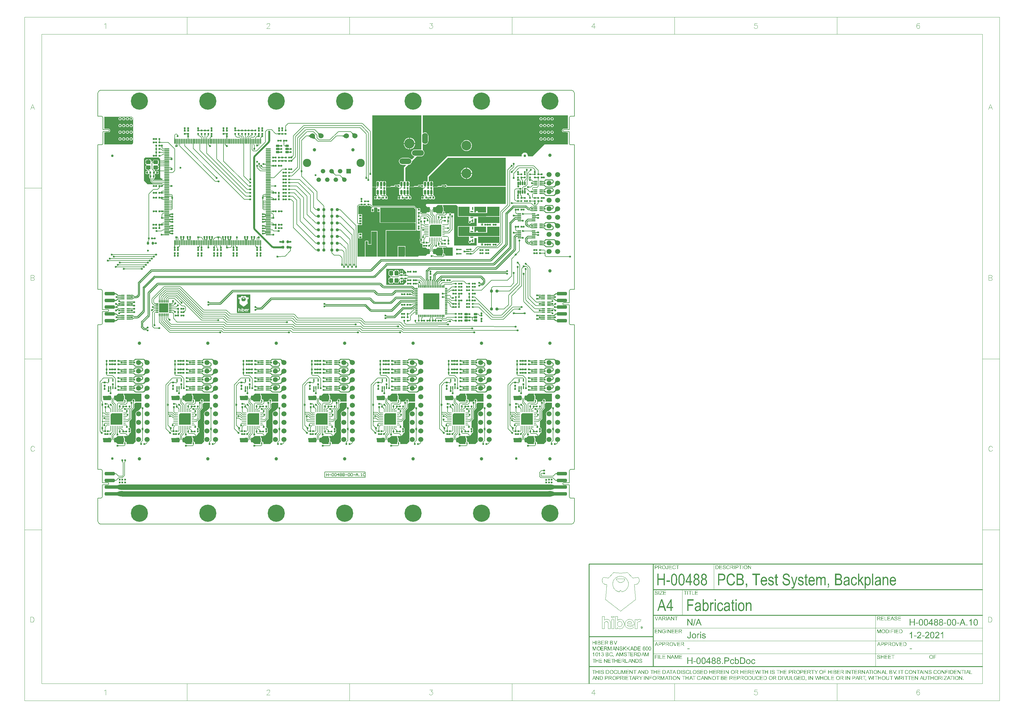
<source format=gtl>
G04*
G04 #@! TF.GenerationSoftware,Altium Limited,Altium Designer,21.0.9 (235)*
G04*
G04 Layer_Physical_Order=1*
G04 Layer_Color=255*
%FSLAX44Y44*%
%MOMM*%
G71*
G04*
G04 #@! TF.SameCoordinates,A4F98B16-F3DB-4773-8883-61DEE8D61BF0*
G04*
G04*
G04 #@! TF.FilePolarity,Positive*
G04*
G01*
G75*
%ADD10C,0.3000*%
%ADD11C,0.4000*%
%ADD12C,0.2000*%
%ADD13C,0.1500*%
%ADD14C,0.2500*%
%ADD16C,0.2539*%
%ADD17C,0.0423*%
%ADD18C,0.1000*%
%ADD19C,0.0991*%
%ADD20C,0.0127*%
G04:AMPARAMS|DCode=21|XSize=0.59mm|YSize=0.58mm|CornerRadius=0.1508mm|HoleSize=0mm|Usage=FLASHONLY|Rotation=180.000|XOffset=0mm|YOffset=0mm|HoleType=Round|Shape=RoundedRectangle|*
%AMROUNDEDRECTD21*
21,1,0.5900,0.2784,0,0,180.0*
21,1,0.2884,0.5800,0,0,180.0*
1,1,0.3016,-0.1442,0.1392*
1,1,0.3016,0.1442,0.1392*
1,1,0.3016,0.1442,-0.1392*
1,1,0.3016,-0.1442,-0.1392*
%
%ADD21ROUNDEDRECTD21*%
G04:AMPARAMS|DCode=24|XSize=1.16mm|YSize=2.72mm|CornerRadius=0.2494mm|HoleSize=0mm|Usage=FLASHONLY|Rotation=180.000|XOffset=0mm|YOffset=0mm|HoleType=Round|Shape=RoundedRectangle|*
%AMROUNDEDRECTD24*
21,1,1.1600,2.2212,0,0,180.0*
21,1,0.6612,2.7200,0,0,180.0*
1,1,0.4988,-0.3306,1.1106*
1,1,0.4988,0.3306,1.1106*
1,1,0.4988,0.3306,-1.1106*
1,1,0.4988,-0.3306,-1.1106*
%
%ADD24ROUNDEDRECTD24*%
G04:AMPARAMS|DCode=25|XSize=0.54mm|YSize=0.58mm|CornerRadius=0.1404mm|HoleSize=0mm|Usage=FLASHONLY|Rotation=0.000|XOffset=0mm|YOffset=0mm|HoleType=Round|Shape=RoundedRectangle|*
%AMROUNDEDRECTD25*
21,1,0.5400,0.2992,0,0,0.0*
21,1,0.2592,0.5800,0,0,0.0*
1,1,0.2808,0.1296,-0.1496*
1,1,0.2808,-0.1296,-0.1496*
1,1,0.2808,-0.1296,0.1496*
1,1,0.2808,0.1296,0.1496*
%
%ADD25ROUNDEDRECTD25*%
G04:AMPARAMS|DCode=26|XSize=0.59mm|YSize=0.58mm|CornerRadius=0.1508mm|HoleSize=0mm|Usage=FLASHONLY|Rotation=270.000|XOffset=0mm|YOffset=0mm|HoleType=Round|Shape=RoundedRectangle|*
%AMROUNDEDRECTD26*
21,1,0.5900,0.2784,0,0,270.0*
21,1,0.2884,0.5800,0,0,270.0*
1,1,0.3016,-0.1392,-0.1442*
1,1,0.3016,-0.1392,0.1442*
1,1,0.3016,0.1392,0.1442*
1,1,0.3016,0.1392,-0.1442*
%
%ADD26ROUNDEDRECTD26*%
G04:AMPARAMS|DCode=27|XSize=1.16mm|YSize=2.72mm|CornerRadius=0.2494mm|HoleSize=0mm|Usage=FLASHONLY|Rotation=90.000|XOffset=0mm|YOffset=0mm|HoleType=Round|Shape=RoundedRectangle|*
%AMROUNDEDRECTD27*
21,1,1.1600,2.2212,0,0,90.0*
21,1,0.6612,2.7200,0,0,90.0*
1,1,0.4988,1.1106,0.3306*
1,1,0.4988,1.1106,-0.3306*
1,1,0.4988,-1.1106,-0.3306*
1,1,0.4988,-1.1106,0.3306*
%
%ADD27ROUNDEDRECTD27*%
G04:AMPARAMS|DCode=28|XSize=0.8mm|YSize=0.8mm|CornerRadius=0.2mm|HoleSize=0mm|Usage=FLASHONLY|Rotation=0.000|XOffset=0mm|YOffset=0mm|HoleType=Round|Shape=RoundedRectangle|*
%AMROUNDEDRECTD28*
21,1,0.8000,0.4000,0,0,0.0*
21,1,0.4000,0.8000,0,0,0.0*
1,1,0.4000,0.2000,-0.2000*
1,1,0.4000,-0.2000,-0.2000*
1,1,0.4000,-0.2000,0.2000*
1,1,0.4000,0.2000,0.2000*
%
%ADD28ROUNDEDRECTD28*%
G04:AMPARAMS|DCode=29|XSize=0.99mm|YSize=0.3mm|CornerRadius=0.0795mm|HoleSize=0mm|Usage=FLASHONLY|Rotation=0.000|XOffset=0mm|YOffset=0mm|HoleType=Round|Shape=RoundedRectangle|*
%AMROUNDEDRECTD29*
21,1,0.9900,0.1410,0,0,0.0*
21,1,0.8310,0.3000,0,0,0.0*
1,1,0.1590,0.4155,-0.0705*
1,1,0.1590,-0.4155,-0.0705*
1,1,0.1590,-0.4155,0.0705*
1,1,0.1590,0.4155,0.0705*
%
%ADD29ROUNDEDRECTD29*%
G04:AMPARAMS|DCode=30|XSize=0.6mm|YSize=0.8mm|CornerRadius=0.15mm|HoleSize=0mm|Usage=FLASHONLY|Rotation=180.000|XOffset=0mm|YOffset=0mm|HoleType=Round|Shape=RoundedRectangle|*
%AMROUNDEDRECTD30*
21,1,0.6000,0.5000,0,0,180.0*
21,1,0.3000,0.8000,0,0,180.0*
1,1,0.3000,-0.1500,0.2500*
1,1,0.3000,0.1500,0.2500*
1,1,0.3000,0.1500,-0.2500*
1,1,0.3000,-0.1500,-0.2500*
%
%ADD30ROUNDEDRECTD30*%
G04:AMPARAMS|DCode=31|XSize=0.35mm|YSize=0.43mm|CornerRadius=0.0438mm|HoleSize=0mm|Usage=FLASHONLY|Rotation=0.000|XOffset=0mm|YOffset=0mm|HoleType=Round|Shape=RoundedRectangle|*
%AMROUNDEDRECTD31*
21,1,0.3500,0.3425,0,0,0.0*
21,1,0.2625,0.4300,0,0,0.0*
1,1,0.0875,0.1313,-0.1713*
1,1,0.0875,-0.1313,-0.1713*
1,1,0.0875,-0.1313,0.1713*
1,1,0.0875,0.1313,0.1713*
%
%ADD31ROUNDEDRECTD31*%
G04:AMPARAMS|DCode=33|XSize=0.35mm|YSize=0.66mm|CornerRadius=0.0438mm|HoleSize=0mm|Usage=FLASHONLY|Rotation=0.000|XOffset=0mm|YOffset=0mm|HoleType=Round|Shape=RoundedRectangle|*
%AMROUNDEDRECTD33*
21,1,0.3500,0.5725,0,0,0.0*
21,1,0.2625,0.6600,0,0,0.0*
1,1,0.0875,0.1313,-0.2862*
1,1,0.0875,-0.1313,-0.2862*
1,1,0.0875,-0.1313,0.2862*
1,1,0.0875,0.1313,0.2862*
%
%ADD33ROUNDEDRECTD33*%
G04:AMPARAMS|DCode=34|XSize=0.35mm|YSize=0.43mm|CornerRadius=0.0438mm|HoleSize=0mm|Usage=FLASHONLY|Rotation=90.000|XOffset=0mm|YOffset=0mm|HoleType=Round|Shape=RoundedRectangle|*
%AMROUNDEDRECTD34*
21,1,0.3500,0.3425,0,0,90.0*
21,1,0.2625,0.4300,0,0,90.0*
1,1,0.0875,0.1713,0.1313*
1,1,0.0875,0.1713,-0.1313*
1,1,0.0875,-0.1713,-0.1313*
1,1,0.0875,-0.1713,0.1313*
%
%ADD34ROUNDEDRECTD34*%
G04:AMPARAMS|DCode=36|XSize=0.35mm|YSize=0.66mm|CornerRadius=0.0438mm|HoleSize=0mm|Usage=FLASHONLY|Rotation=90.000|XOffset=0mm|YOffset=0mm|HoleType=Round|Shape=RoundedRectangle|*
%AMROUNDEDRECTD36*
21,1,0.3500,0.5725,0,0,90.0*
21,1,0.2625,0.6600,0,0,90.0*
1,1,0.0875,0.2862,0.1313*
1,1,0.0875,0.2862,-0.1313*
1,1,0.0875,-0.2862,-0.1313*
1,1,0.0875,-0.2862,0.1313*
%
%ADD36ROUNDEDRECTD36*%
G04:AMPARAMS|DCode=37|XSize=0.54mm|YSize=0.58mm|CornerRadius=0.1404mm|HoleSize=0mm|Usage=FLASHONLY|Rotation=90.000|XOffset=0mm|YOffset=0mm|HoleType=Round|Shape=RoundedRectangle|*
%AMROUNDEDRECTD37*
21,1,0.5400,0.2992,0,0,90.0*
21,1,0.2592,0.5800,0,0,90.0*
1,1,0.2808,0.1496,0.1296*
1,1,0.2808,0.1496,-0.1296*
1,1,0.2808,-0.1496,-0.1296*
1,1,0.2808,-0.1496,0.1296*
%
%ADD37ROUNDEDRECTD37*%
G04:AMPARAMS|DCode=38|XSize=0.99mm|YSize=1.38mm|CornerRadius=0.2525mm|HoleSize=0mm|Usage=FLASHONLY|Rotation=180.000|XOffset=0mm|YOffset=0mm|HoleType=Round|Shape=RoundedRectangle|*
%AMROUNDEDRECTD38*
21,1,0.9900,0.8751,0,0,180.0*
21,1,0.4851,1.3800,0,0,180.0*
1,1,0.5049,-0.2426,0.4376*
1,1,0.5049,0.2426,0.4376*
1,1,0.5049,0.2426,-0.4376*
1,1,0.5049,-0.2426,-0.4376*
%
%ADD38ROUNDEDRECTD38*%
G04:AMPARAMS|DCode=39|XSize=1.09mm|YSize=1.48mm|CornerRadius=0.2507mm|HoleSize=0mm|Usage=FLASHONLY|Rotation=0.000|XOffset=0mm|YOffset=0mm|HoleType=Round|Shape=RoundedRectangle|*
%AMROUNDEDRECTD39*
21,1,1.0900,0.9786,0,0,0.0*
21,1,0.5886,1.4800,0,0,0.0*
1,1,0.5014,0.2943,-0.4893*
1,1,0.5014,-0.2943,-0.4893*
1,1,0.5014,-0.2943,0.4893*
1,1,0.5014,0.2943,0.4893*
%
%ADD39ROUNDEDRECTD39*%
G04:AMPARAMS|DCode=40|XSize=1.54mm|YSize=0.3mm|CornerRadius=0.0795mm|HoleSize=0mm|Usage=FLASHONLY|Rotation=270.000|XOffset=0mm|YOffset=0mm|HoleType=Round|Shape=RoundedRectangle|*
%AMROUNDEDRECTD40*
21,1,1.5400,0.1410,0,0,270.0*
21,1,1.3810,0.3000,0,0,270.0*
1,1,0.1590,-0.0705,-0.6905*
1,1,0.1590,-0.0705,0.6905*
1,1,0.1590,0.0705,0.6905*
1,1,0.1590,0.0705,-0.6905*
%
%ADD40ROUNDEDRECTD40*%
G04:AMPARAMS|DCode=41|XSize=1.54mm|YSize=0.3mm|CornerRadius=0.0795mm|HoleSize=0mm|Usage=FLASHONLY|Rotation=0.000|XOffset=0mm|YOffset=0mm|HoleType=Round|Shape=RoundedRectangle|*
%AMROUNDEDRECTD41*
21,1,1.5400,0.1410,0,0,0.0*
21,1,1.3810,0.3000,0,0,0.0*
1,1,0.1590,0.6905,-0.0705*
1,1,0.1590,-0.6905,-0.0705*
1,1,0.1590,-0.6905,0.0705*
1,1,0.1590,0.6905,0.0705*
%
%ADD41ROUNDEDRECTD41*%
G04:AMPARAMS|DCode=42|XSize=1.1mm|YSize=0.6mm|CornerRadius=0.15mm|HoleSize=0mm|Usage=FLASHONLY|Rotation=0.000|XOffset=0mm|YOffset=0mm|HoleType=Round|Shape=RoundedRectangle|*
%AMROUNDEDRECTD42*
21,1,1.1000,0.3000,0,0,0.0*
21,1,0.8000,0.6000,0,0,0.0*
1,1,0.3000,0.4000,-0.1500*
1,1,0.3000,-0.4000,-0.1500*
1,1,0.3000,-0.4000,0.1500*
1,1,0.3000,0.4000,0.1500*
%
%ADD42ROUNDEDRECTD42*%
G04:AMPARAMS|DCode=43|XSize=0.7mm|YSize=0.25mm|CornerRadius=0.07mm|HoleSize=0mm|Usage=FLASHONLY|Rotation=90.000|XOffset=0mm|YOffset=0mm|HoleType=Round|Shape=RoundedRectangle|*
%AMROUNDEDRECTD43*
21,1,0.7000,0.1100,0,0,90.0*
21,1,0.5600,0.2500,0,0,90.0*
1,1,0.1400,0.0550,0.2800*
1,1,0.1400,0.0550,-0.2800*
1,1,0.1400,-0.0550,-0.2800*
1,1,0.1400,-0.0550,0.2800*
%
%ADD43ROUNDEDRECTD43*%
G04:AMPARAMS|DCode=44|XSize=0.7mm|YSize=0.25mm|CornerRadius=0.07mm|HoleSize=0mm|Usage=FLASHONLY|Rotation=0.000|XOffset=0mm|YOffset=0mm|HoleType=Round|Shape=RoundedRectangle|*
%AMROUNDEDRECTD44*
21,1,0.7000,0.1100,0,0,0.0*
21,1,0.5600,0.2500,0,0,0.0*
1,1,0.1400,0.2800,-0.0550*
1,1,0.1400,-0.2800,-0.0550*
1,1,0.1400,-0.2800,0.0550*
1,1,0.1400,0.2800,0.0550*
%
%ADD44ROUNDEDRECTD44*%
G04:AMPARAMS|DCode=45|XSize=0.9mm|YSize=0.38mm|CornerRadius=0.1007mm|HoleSize=0mm|Usage=FLASHONLY|Rotation=270.000|XOffset=0mm|YOffset=0mm|HoleType=Round|Shape=RoundedRectangle|*
%AMROUNDEDRECTD45*
21,1,0.9000,0.1786,0,0,270.0*
21,1,0.6986,0.3800,0,0,270.0*
1,1,0.2014,-0.0893,-0.3493*
1,1,0.2014,-0.0893,0.3493*
1,1,0.2014,0.0893,0.3493*
1,1,0.2014,0.0893,-0.3493*
%
%ADD45ROUNDEDRECTD45*%
G04:AMPARAMS|DCode=46|XSize=0.76mm|YSize=0.26mm|CornerRadius=0.0702mm|HoleSize=0mm|Usage=FLASHONLY|Rotation=180.000|XOffset=0mm|YOffset=0mm|HoleType=Round|Shape=RoundedRectangle|*
%AMROUNDEDRECTD46*
21,1,0.7600,0.1196,0,0,180.0*
21,1,0.6196,0.2600,0,0,180.0*
1,1,0.1404,-0.3098,0.0598*
1,1,0.1404,0.3098,0.0598*
1,1,0.1404,0.3098,-0.0598*
1,1,0.1404,-0.3098,-0.0598*
%
%ADD46ROUNDEDRECTD46*%
G04:AMPARAMS|DCode=47|XSize=0.76mm|YSize=0.26mm|CornerRadius=0.0702mm|HoleSize=0mm|Usage=FLASHONLY|Rotation=270.000|XOffset=0mm|YOffset=0mm|HoleType=Round|Shape=RoundedRectangle|*
%AMROUNDEDRECTD47*
21,1,0.7600,0.1196,0,0,270.0*
21,1,0.6196,0.2600,0,0,270.0*
1,1,0.1404,-0.0598,-0.3098*
1,1,0.1404,-0.0598,0.3098*
1,1,0.1404,0.0598,0.3098*
1,1,0.1404,0.0598,-0.3098*
%
%ADD47ROUNDEDRECTD47*%
G04:AMPARAMS|DCode=48|XSize=1.04mm|YSize=0.32mm|CornerRadius=0.08mm|HoleSize=0mm|Usage=FLASHONLY|Rotation=180.000|XOffset=0mm|YOffset=0mm|HoleType=Round|Shape=RoundedRectangle|*
%AMROUNDEDRECTD48*
21,1,1.0400,0.1600,0,0,180.0*
21,1,0.8800,0.3200,0,0,180.0*
1,1,0.1600,-0.4400,0.0800*
1,1,0.1600,0.4400,0.0800*
1,1,0.1600,0.4400,-0.0800*
1,1,0.1600,-0.4400,-0.0800*
%
%ADD48ROUNDEDRECTD48*%
G04:AMPARAMS|DCode=49|XSize=0.85mm|YSize=0.28mm|CornerRadius=0.07mm|HoleSize=0mm|Usage=FLASHONLY|Rotation=0.000|XOffset=0mm|YOffset=0mm|HoleType=Round|Shape=RoundedRectangle|*
%AMROUNDEDRECTD49*
21,1,0.8500,0.1400,0,0,0.0*
21,1,0.7100,0.2800,0,0,0.0*
1,1,0.1400,0.3550,-0.0700*
1,1,0.1400,-0.3550,-0.0700*
1,1,0.1400,-0.3550,0.0700*
1,1,0.1400,0.3550,0.0700*
%
%ADD49ROUNDEDRECTD49*%
G04:AMPARAMS|DCode=50|XSize=0.85mm|YSize=0.28mm|CornerRadius=0.07mm|HoleSize=0mm|Usage=FLASHONLY|Rotation=270.000|XOffset=0mm|YOffset=0mm|HoleType=Round|Shape=RoundedRectangle|*
%AMROUNDEDRECTD50*
21,1,0.8500,0.1400,0,0,270.0*
21,1,0.7100,0.2800,0,0,270.0*
1,1,0.1400,-0.0700,-0.3550*
1,1,0.1400,-0.0700,0.3550*
1,1,0.1400,0.0700,0.3550*
1,1,0.1400,0.0700,-0.3550*
%
%ADD50ROUNDEDRECTD50*%
G04:AMPARAMS|DCode=51|XSize=1.3mm|YSize=0.61mm|CornerRadius=0.1495mm|HoleSize=0mm|Usage=FLASHONLY|Rotation=270.000|XOffset=0mm|YOffset=0mm|HoleType=Round|Shape=RoundedRectangle|*
%AMROUNDEDRECTD51*
21,1,1.3000,0.3111,0,0,270.0*
21,1,1.0011,0.6100,0,0,270.0*
1,1,0.2989,-0.1556,-0.5006*
1,1,0.2989,-0.1556,0.5006*
1,1,0.2989,0.1556,0.5006*
1,1,0.2989,0.1556,-0.5006*
%
%ADD51ROUNDEDRECTD51*%
G04:AMPARAMS|DCode=55|XSize=0.9mm|YSize=0.38mm|CornerRadius=0.1007mm|HoleSize=0mm|Usage=FLASHONLY|Rotation=0.000|XOffset=0mm|YOffset=0mm|HoleType=Round|Shape=RoundedRectangle|*
%AMROUNDEDRECTD55*
21,1,0.9000,0.1786,0,0,0.0*
21,1,0.6986,0.3800,0,0,0.0*
1,1,0.2014,0.3493,-0.0893*
1,1,0.2014,-0.3493,-0.0893*
1,1,0.2014,-0.3493,0.0893*
1,1,0.2014,0.3493,0.0893*
%
%ADD55ROUNDEDRECTD55*%
G04:AMPARAMS|DCode=56|XSize=1.05mm|YSize=0.45mm|CornerRadius=0.1103mm|HoleSize=0mm|Usage=FLASHONLY|Rotation=270.000|XOffset=0mm|YOffset=0mm|HoleType=Round|Shape=RoundedRectangle|*
%AMROUNDEDRECTD56*
21,1,1.0500,0.2295,0,0,270.0*
21,1,0.8295,0.4500,0,0,270.0*
1,1,0.2205,-0.1148,-0.4148*
1,1,0.2205,-0.1148,0.4148*
1,1,0.2205,0.1148,0.4148*
1,1,0.2205,0.1148,-0.4148*
%
%ADD56ROUNDEDRECTD56*%
G04:AMPARAMS|DCode=57|XSize=1.15mm|YSize=1.4mm|CornerRadius=0.2473mm|HoleSize=0mm|Usage=FLASHONLY|Rotation=270.000|XOffset=0mm|YOffset=0mm|HoleType=Round|Shape=RoundedRectangle|*
%AMROUNDEDRECTD57*
21,1,1.1500,0.9055,0,0,270.0*
21,1,0.6555,1.4000,0,0,270.0*
1,1,0.4945,-0.4528,-0.3278*
1,1,0.4945,-0.4528,0.3278*
1,1,0.4945,0.4528,0.3278*
1,1,0.4945,0.4528,-0.3278*
%
%ADD57ROUNDEDRECTD57*%
G04:AMPARAMS|DCode=58|XSize=1.15mm|YSize=1.4mm|CornerRadius=0.2473mm|HoleSize=0mm|Usage=FLASHONLY|Rotation=0.000|XOffset=0mm|YOffset=0mm|HoleType=Round|Shape=RoundedRectangle|*
%AMROUNDEDRECTD58*
21,1,1.1500,0.9055,0,0,0.0*
21,1,0.6555,1.4000,0,0,0.0*
1,1,0.4945,0.3278,-0.4528*
1,1,0.4945,-0.3278,-0.4528*
1,1,0.4945,-0.3278,0.4528*
1,1,0.4945,0.3278,0.4528*
%
%ADD58ROUNDEDRECTD58*%
G04:AMPARAMS|DCode=61|XSize=3mm|YSize=1mm|CornerRadius=0.25mm|HoleSize=0mm|Usage=FLASHONLY|Rotation=180.000|XOffset=0mm|YOffset=0mm|HoleType=Round|Shape=RoundedRectangle|*
%AMROUNDEDRECTD61*
21,1,3.0000,0.5000,0,0,180.0*
21,1,2.5000,1.0000,0,0,180.0*
1,1,0.5000,-1.2500,0.2500*
1,1,0.5000,1.2500,0.2500*
1,1,0.5000,1.2500,-0.2500*
1,1,0.5000,-1.2500,-0.2500*
%
%ADD61ROUNDEDRECTD61*%
G04:AMPARAMS|DCode=63|XSize=1.25mm|YSize=1.1mm|CornerRadius=0.1375mm|HoleSize=0mm|Usage=FLASHONLY|Rotation=0.000|XOffset=0mm|YOffset=0mm|HoleType=Round|Shape=RoundedRectangle|*
%AMROUNDEDRECTD63*
21,1,1.2500,0.8250,0,0,0.0*
21,1,0.9750,1.1000,0,0,0.0*
1,1,0.2750,0.4875,-0.4125*
1,1,0.2750,-0.4875,-0.4125*
1,1,0.2750,-0.4875,0.4125*
1,1,0.2750,0.4875,0.4125*
%
%ADD63ROUNDEDRECTD63*%
G04:AMPARAMS|DCode=64|XSize=1.25mm|YSize=1.1mm|CornerRadius=0.1375mm|HoleSize=0mm|Usage=FLASHONLY|Rotation=90.000|XOffset=0mm|YOffset=0mm|HoleType=Round|Shape=RoundedRectangle|*
%AMROUNDEDRECTD64*
21,1,1.2500,0.8250,0,0,90.0*
21,1,0.9750,1.1000,0,0,90.0*
1,1,0.2750,0.4125,0.4875*
1,1,0.2750,0.4125,-0.4875*
1,1,0.2750,-0.4125,-0.4875*
1,1,0.2750,-0.4125,0.4875*
%
%ADD64ROUNDEDRECTD64*%
%ADD65R,4.7000X4.7000*%
%ADD66R,2.7000X2.7000*%
%ADD67C,1.5000*%
%ADD69R,1.3400X1.3400*%
%ADD70C,1.3400*%
%ADD71C,1.5300*%
%ADD72C,2.4500*%
%ADD74C,2.9100*%
G04:AMPARAMS|DCode=75|XSize=3.25mm|YSize=1.75mm|CornerRadius=0.875mm|HoleSize=0mm|Usage=FLASHONLY|Rotation=90.000|XOffset=0mm|YOffset=0mm|HoleType=Round|Shape=RoundedRectangle|*
%AMROUNDEDRECTD75*
21,1,3.2500,0.0000,0,0,90.0*
21,1,1.5000,1.7500,0,0,90.0*
1,1,1.7500,0.0000,0.7500*
1,1,1.7500,0.0000,-0.7500*
1,1,1.7500,0.0000,-0.7500*
1,1,1.7500,0.0000,0.7500*
%
%ADD75ROUNDEDRECTD75*%
G04:AMPARAMS|DCode=76|XSize=3.55mm|YSize=1.75mm|CornerRadius=0.875mm|HoleSize=0mm|Usage=FLASHONLY|Rotation=0.000|XOffset=0mm|YOffset=0mm|HoleType=Round|Shape=RoundedRectangle|*
%AMROUNDEDRECTD76*
21,1,3.5500,0.0000,0,0,0.0*
21,1,1.8000,1.7500,0,0,0.0*
1,1,1.7500,0.9000,0.0000*
1,1,1.7500,-0.9000,0.0000*
1,1,1.7500,-0.9000,0.0000*
1,1,1.7500,0.9000,0.0000*
%
%ADD76ROUNDEDRECTD76*%
%ADD77C,3.0000*%
%ADD78C,5.1000*%
%ADD82C,0.6000*%
%ADD83C,0.2000*%
%ADD84C,1.0000*%
%ADD85C,0.5000*%
%ADD86R,1.2700X1.5000*%
%ADD87R,1.3000X0.8000*%
%ADD88R,0.5000X0.8000*%
%ADD89R,0.8000X0.5000*%
%ADD90R,0.8000X2.1000*%
%ADD91C,0.7500*%
%ADD92R,2.7500X2.7500*%
G04:AMPARAMS|DCode=93|XSize=0.8mm|YSize=0.4mm|CornerRadius=0.05mm|HoleSize=0mm|Usage=FLASHONLY|Rotation=270.000|XOffset=0mm|YOffset=0mm|HoleType=Round|Shape=RoundedRectangle|*
%AMROUNDEDRECTD93*
21,1,0.8000,0.3000,0,0,270.0*
21,1,0.7000,0.4000,0,0,270.0*
1,1,0.1000,-0.1500,-0.3500*
1,1,0.1000,-0.1500,0.3500*
1,1,0.1000,0.1500,0.3500*
1,1,0.1000,0.1500,-0.3500*
%
%ADD93ROUNDEDRECTD93*%
G04:AMPARAMS|DCode=94|XSize=1.1mm|YSize=0.5mm|CornerRadius=0.05mm|HoleSize=0mm|Usage=FLASHONLY|Rotation=270.000|XOffset=0mm|YOffset=0mm|HoleType=Round|Shape=RoundedRectangle|*
%AMROUNDEDRECTD94*
21,1,1.1000,0.4000,0,0,270.0*
21,1,1.0000,0.5000,0,0,270.0*
1,1,0.1000,-0.2000,-0.5000*
1,1,0.1000,-0.2000,0.5000*
1,1,0.1000,0.2000,0.5000*
1,1,0.1000,0.2000,-0.5000*
%
%ADD94ROUNDEDRECTD94*%
G04:AMPARAMS|DCode=95|XSize=2.35mm|YSize=1.6mm|CornerRadius=0.048mm|HoleSize=0mm|Usage=FLASHONLY|Rotation=0.000|XOffset=0mm|YOffset=0mm|HoleType=Round|Shape=RoundedRectangle|*
%AMROUNDEDRECTD95*
21,1,2.3500,1.5040,0,0,0.0*
21,1,2.2540,1.6000,0,0,0.0*
1,1,0.0960,1.1270,-0.7520*
1,1,0.0960,-1.1270,-0.7520*
1,1,0.0960,-1.1270,0.7520*
1,1,0.0960,1.1270,0.7520*
%
%ADD95ROUNDEDRECTD95*%
G04:AMPARAMS|DCode=96|XSize=0.8mm|YSize=0.4mm|CornerRadius=0.05mm|HoleSize=0mm|Usage=FLASHONLY|Rotation=180.000|XOffset=0mm|YOffset=0mm|HoleType=Round|Shape=RoundedRectangle|*
%AMROUNDEDRECTD96*
21,1,0.8000,0.3000,0,0,180.0*
21,1,0.7000,0.4000,0,0,180.0*
1,1,0.1000,-0.3500,0.1500*
1,1,0.1000,0.3500,0.1500*
1,1,0.1000,0.3500,-0.1500*
1,1,0.1000,-0.3500,-0.1500*
%
%ADD96ROUNDEDRECTD96*%
G04:AMPARAMS|DCode=97|XSize=4.6mm|YSize=0.96mm|CornerRadius=0.048mm|HoleSize=0mm|Usage=FLASHONLY|Rotation=180.000|XOffset=0mm|YOffset=0mm|HoleType=Round|Shape=RoundedRectangle|*
%AMROUNDEDRECTD97*
21,1,4.6000,0.8640,0,0,180.0*
21,1,4.5040,0.9600,0,0,180.0*
1,1,0.0960,-2.2520,0.4320*
1,1,0.0960,2.2520,0.4320*
1,1,0.0960,2.2520,-0.4320*
1,1,0.0960,-2.2520,-0.4320*
%
%ADD97ROUNDEDRECTD97*%
%ADD98C,1.3000*%
%ADD99C,1.6000*%
%ADD100R,0.2000X0.4000*%
%ADD101R,0.4000X0.2000*%
G04:AMPARAMS|DCode=102|XSize=0.4mm|YSize=0.2mm|CornerRadius=0mm|HoleSize=0mm|Usage=FLASHONLY|Rotation=315.000|XOffset=0mm|YOffset=0mm|HoleType=Round|Shape=Rectangle|*
%AMROTATEDRECTD102*
4,1,4,-0.2121,0.0707,-0.0707,0.2121,0.2121,-0.0707,0.0707,-0.2121,-0.2121,0.0707,0.0*
%
%ADD102ROTATEDRECTD102*%

%ADD103C,1.0000*%
%ADD104C,0.6000*%
%ADD105C,0.7000*%
%ADD106C,1.2700*%
G36*
X53000Y530549D02*
X41001Y530549D01*
X40404Y530549D01*
X40404Y530549D01*
X40404Y530549D01*
X39841Y530437D01*
X39429Y530355D01*
X39428Y530355D01*
X39428Y530355D01*
X38325Y529899D01*
X38325Y529899D01*
X38325Y529899D01*
X37878Y529600D01*
X37498Y529346D01*
X37498Y529346D01*
X37498Y529346D01*
X36654Y528502D01*
X36654Y528502D01*
X36654Y528502D01*
X36400Y528122D01*
X36102Y527675D01*
X36102Y527675D01*
X36101Y527675D01*
X35645Y526572D01*
X35645Y526572D01*
X35645Y526572D01*
X35547Y526081D01*
X35451Y525597D01*
X35451Y525596D01*
X35451Y525596D01*
X35451Y524999D01*
X35451Y524403D01*
X35645Y523428D01*
X36102Y522325D01*
X36655Y521498D01*
X37499Y520655D01*
X38015Y520310D01*
X38326Y520102D01*
X39428Y519646D01*
X40404Y519452D01*
X41000Y519452D01*
X53000Y519451D01*
X53000Y500000D01*
Y483965D01*
X-16036Y483964D01*
X-52000Y448000D01*
X-65097D01*
X-65934Y448955D01*
X-65796Y450000D01*
X-66110Y452382D01*
X-67029Y454602D01*
X-68492Y456508D01*
X-70398Y457971D01*
X-72618Y458890D01*
X-75000Y459204D01*
X-77382Y458890D01*
X-79602Y457971D01*
X-81508Y456508D01*
X-82971Y454602D01*
X-83890Y452382D01*
X-84204Y450000D01*
X-84066Y448955D01*
X-84903Y448000D01*
X-305000D01*
X-364000Y389000D01*
X-364000Y374270D01*
X-364724Y374126D01*
X-365714Y373464D01*
X-366030Y372991D01*
X-367470D01*
X-367786Y373464D01*
X-368776Y374126D01*
X-369944Y374359D01*
X-373055D01*
X-374224Y374126D01*
X-375214Y373464D01*
X-375876Y372474D01*
X-376109Y371306D01*
Y364839D01*
X-377379Y364160D01*
X-378244Y364739D01*
X-380000Y365088D01*
X-381756Y364739D01*
X-383111Y363834D01*
X-383264Y363774D01*
X-383441Y363605D01*
X-383577Y363492D01*
X-383708Y363399D01*
X-383835Y363323D01*
X-383960Y363261D01*
X-384085Y363212D01*
X-384211Y363175D01*
X-384342Y363148D01*
X-384481Y363131D01*
X-384693Y363122D01*
X-385478Y363272D01*
X-385848Y363425D01*
X-386159Y363679D01*
X-386312Y363663D01*
X-386525Y363706D01*
X-386626Y363748D01*
X-386661Y363733D01*
X-386937Y363788D01*
X-390363D01*
X-391118Y363638D01*
X-391759Y363209D01*
X-392188Y362569D01*
X-392338Y361813D01*
Y360000D01*
X-403000Y360000D01*
X-405000Y358000D01*
X-417473Y358000D01*
X-418094Y359270D01*
X-417653Y359931D01*
X-417382Y361295D01*
Y365300D01*
X-422500D01*
Y366300D01*
X-423500D01*
Y374868D01*
X-424055D01*
X-425419Y374597D01*
X-426575Y373825D01*
X-426787Y373507D01*
X-428277Y373465D01*
X-428325Y373491D01*
X-429276Y374126D01*
X-430000Y374270D01*
Y414000D01*
X-420839Y423162D01*
X-420500D01*
X-417824Y423514D01*
X-415331Y424547D01*
X-413190Y426190D01*
X-411547Y428331D01*
X-410514Y430824D01*
X-410162Y433500D01*
X-410201Y433799D01*
X-395839Y448162D01*
X-383500D01*
X-380824Y448514D01*
X-378331Y449547D01*
X-376190Y451190D01*
X-374547Y453331D01*
X-373514Y455824D01*
X-373162Y458500D01*
X-373514Y461176D01*
X-374547Y463669D01*
X-376190Y465810D01*
X-378000Y467200D01*
X-378000Y484632D01*
X-376861Y485194D01*
X-376669Y485047D01*
X-374176Y484014D01*
X-371500Y483661D01*
X-368824Y484014D01*
X-366331Y485047D01*
X-364190Y486690D01*
X-362547Y488831D01*
X-361514Y491324D01*
X-361162Y494000D01*
Y509000D01*
X-361514Y511676D01*
X-362547Y514169D01*
X-364190Y516310D01*
X-366331Y517953D01*
X-368824Y518986D01*
X-371500Y519338D01*
X-374176Y518986D01*
X-376669Y517953D01*
X-376861Y517806D01*
X-378000Y518368D01*
Y519451D01*
X-378000Y570000D01*
X53000Y570000D01*
X53000Y530549D01*
D02*
G37*
G36*
X-793109Y529639D02*
X-793296Y529413D01*
X-793461Y529181D01*
X-793604Y528942D01*
X-793725Y528697D01*
X-793824Y528445D01*
X-793901Y528187D01*
X-793902Y528185D01*
X-793841Y527989D01*
X-793752Y527799D01*
X-793642Y527643D01*
X-793513Y527522D01*
X-793364Y527435D01*
X-793195Y527384D01*
X-793006Y527366D01*
X-796994D01*
X-796805Y527384D01*
X-796636Y527435D01*
X-796487Y527522D01*
X-796358Y527643D01*
X-796249Y527799D01*
X-796159Y527989D01*
X-796099Y528185D01*
X-796099Y528187D01*
X-796176Y528445D01*
X-796275Y528697D01*
X-796396Y528942D01*
X-796539Y529181D01*
X-796704Y529413D01*
X-796891Y529639D01*
X-797100Y529858D01*
X-792900D01*
X-793109Y529639D01*
D02*
G37*
G36*
X-783990Y528768D02*
X-783961Y528474D01*
X-783911Y528214D01*
X-783841Y527989D01*
X-783752Y527799D01*
X-783643Y527643D01*
X-783513Y527522D01*
X-783364Y527435D01*
X-783195Y527384D01*
X-783006Y527366D01*
X-786994Y527366D01*
X-786806Y527383D01*
X-786637Y527435D01*
X-786488Y527522D01*
X-786358Y527643D01*
X-786249Y527799D01*
X-786160Y527989D01*
X-786090Y528214D01*
X-786040Y528474D01*
X-786010Y528768D01*
X-786000Y529096D01*
X-784000D01*
X-783990Y528768D01*
D02*
G37*
G36*
X-933109Y529639D02*
X-933296Y529413D01*
X-933461Y529181D01*
X-933604Y528942D01*
X-933725Y528697D01*
X-933824Y528445D01*
X-933901Y528187D01*
X-933902Y528185D01*
X-933841Y527989D01*
X-933752Y527799D01*
X-933643Y527643D01*
X-933513Y527522D01*
X-933364Y527435D01*
X-933195Y527384D01*
X-933006Y527366D01*
X-936994Y527366D01*
X-936806Y527383D01*
X-936637Y527435D01*
X-936488Y527522D01*
X-936358Y527643D01*
X-936249Y527799D01*
X-936160Y527989D01*
X-936099Y528185D01*
X-936099Y528187D01*
X-936176Y528445D01*
X-936275Y528697D01*
X-936396Y528942D01*
X-936539Y529181D01*
X-936704Y529413D01*
X-936891Y529639D01*
X-937100Y529858D01*
X-932900D01*
X-933109Y529639D01*
D02*
G37*
G36*
X-1043109D02*
X-1043296Y529413D01*
X-1043461Y529181D01*
X-1043604Y528942D01*
X-1043725Y528697D01*
X-1043824Y528445D01*
X-1043901Y528187D01*
X-1043902Y528185D01*
X-1043841Y527989D01*
X-1043752Y527799D01*
X-1043643Y527643D01*
X-1043513Y527522D01*
X-1043364Y527435D01*
X-1043195Y527384D01*
X-1043006Y527366D01*
X-1046994Y527366D01*
X-1046806Y527383D01*
X-1046637Y527435D01*
X-1046488Y527522D01*
X-1046358Y527643D01*
X-1046249Y527799D01*
X-1046160Y527989D01*
X-1046099Y528185D01*
X-1046099Y528187D01*
X-1046176Y528445D01*
X-1046275Y528697D01*
X-1046396Y528942D01*
X-1046539Y529181D01*
X-1046704Y529413D01*
X-1046891Y529639D01*
X-1047100Y529858D01*
X-1042900D01*
X-1043109Y529639D01*
D02*
G37*
G36*
X-803109D02*
X-803296Y529413D01*
X-803461Y529181D01*
X-803604Y528942D01*
X-803725Y528697D01*
X-803824Y528445D01*
X-803901Y528187D01*
X-803904Y528174D01*
X-803843Y527971D01*
X-803755Y527778D01*
X-803646Y527619D01*
X-803519Y527496D01*
X-803371Y527408D01*
X-803204Y527355D01*
X-803017Y527337D01*
X-806983D01*
X-806796Y527355D01*
X-806629Y527408D01*
X-806482Y527496D01*
X-806354Y527619D01*
X-806246Y527778D01*
X-806158Y527971D01*
X-806097Y528174D01*
X-806099Y528187D01*
X-806176Y528445D01*
X-806275Y528697D01*
X-806396Y528942D01*
X-806539Y529181D01*
X-806704Y529413D01*
X-806891Y529639D01*
X-807100Y529858D01*
X-802900D01*
X-803109Y529639D01*
D02*
G37*
G36*
X-1083109D02*
X-1083296Y529413D01*
X-1083461Y529181D01*
X-1083604Y528942D01*
X-1083725Y528697D01*
X-1083824Y528445D01*
X-1083901Y528187D01*
X-1083904Y528174D01*
X-1083843Y527971D01*
X-1083755Y527778D01*
X-1083646Y527619D01*
X-1083519Y527496D01*
X-1083371Y527408D01*
X-1083204Y527355D01*
X-1083017Y527338D01*
X-1086983Y527337D01*
X-1086797Y527355D01*
X-1086630Y527408D01*
X-1086482Y527496D01*
X-1086354Y527619D01*
X-1086246Y527777D01*
X-1086158Y527971D01*
X-1086097Y528174D01*
X-1086099Y528187D01*
X-1086176Y528445D01*
X-1086275Y528697D01*
X-1086396Y528942D01*
X-1086539Y529181D01*
X-1086704Y529413D01*
X-1086891Y529639D01*
X-1087100Y529858D01*
X-1082900D01*
X-1083109Y529639D01*
D02*
G37*
G36*
X-853109D02*
X-853296Y529413D01*
X-853461Y529181D01*
X-853604Y528942D01*
X-853725Y528697D01*
X-853824Y528445D01*
X-853901Y528187D01*
X-853904Y528174D01*
X-853843Y527971D01*
X-853755Y527778D01*
X-853646Y527619D01*
X-853519Y527496D01*
X-853371Y527408D01*
X-853204Y527355D01*
X-853017Y527338D01*
X-856983Y527337D01*
X-856797Y527355D01*
X-856630Y527408D01*
X-856482Y527496D01*
X-856354Y527619D01*
X-856246Y527777D01*
X-856158Y527971D01*
X-856097Y528174D01*
X-856099Y528187D01*
X-856176Y528445D01*
X-856275Y528697D01*
X-856396Y528942D01*
X-856539Y529181D01*
X-856704Y529413D01*
X-856891Y529639D01*
X-857100Y529858D01*
X-852900D01*
X-853109Y529639D01*
D02*
G37*
G36*
X-863109D02*
X-863296Y529413D01*
X-863461Y529181D01*
X-863604Y528942D01*
X-863725Y528697D01*
X-863824Y528445D01*
X-863901Y528187D01*
X-863904Y528174D01*
X-863843Y527971D01*
X-863755Y527778D01*
X-863646Y527619D01*
X-863519Y527496D01*
X-863371Y527408D01*
X-863204Y527355D01*
X-863017Y527338D01*
X-866983Y527337D01*
X-866797Y527355D01*
X-866630Y527408D01*
X-866482Y527496D01*
X-866354Y527619D01*
X-866246Y527777D01*
X-866158Y527971D01*
X-866097Y528174D01*
X-866099Y528187D01*
X-866176Y528445D01*
X-866275Y528697D01*
X-866396Y528942D01*
X-866539Y529181D01*
X-866704Y529413D01*
X-866891Y529639D01*
X-867100Y529858D01*
X-862900D01*
X-863109Y529639D01*
D02*
G37*
G36*
X-1003109D02*
X-1003296Y529413D01*
X-1003461Y529181D01*
X-1003604Y528942D01*
X-1003725Y528697D01*
X-1003824Y528445D01*
X-1003901Y528187D01*
X-1003904Y528174D01*
X-1003843Y527971D01*
X-1003755Y527778D01*
X-1003646Y527619D01*
X-1003519Y527496D01*
X-1003371Y527408D01*
X-1003204Y527355D01*
X-1003017Y527338D01*
X-1006983Y527337D01*
X-1006797Y527355D01*
X-1006630Y527408D01*
X-1006482Y527496D01*
X-1006354Y527619D01*
X-1006246Y527777D01*
X-1006158Y527971D01*
X-1006097Y528174D01*
X-1006099Y528187D01*
X-1006176Y528445D01*
X-1006275Y528697D01*
X-1006396Y528942D01*
X-1006539Y529181D01*
X-1006704Y529413D01*
X-1006891Y529639D01*
X-1007100Y529858D01*
X-1002900D01*
X-1003109Y529639D01*
D02*
G37*
G36*
X-1073109D02*
X-1073296Y529413D01*
X-1073461Y529181D01*
X-1073604Y528942D01*
X-1073725Y528697D01*
X-1073824Y528445D01*
X-1073901Y528187D01*
X-1073904Y528174D01*
X-1073843Y527971D01*
X-1073755Y527778D01*
X-1073646Y527619D01*
X-1073519Y527496D01*
X-1073371Y527408D01*
X-1073204Y527355D01*
X-1073017Y527338D01*
X-1076983Y527337D01*
X-1076797Y527355D01*
X-1076630Y527408D01*
X-1076482Y527496D01*
X-1076354Y527619D01*
X-1076246Y527777D01*
X-1076158Y527971D01*
X-1076097Y528174D01*
X-1076099Y528187D01*
X-1076176Y528445D01*
X-1076275Y528697D01*
X-1076396Y528942D01*
X-1076539Y529181D01*
X-1076704Y529413D01*
X-1076891Y529639D01*
X-1077100Y529858D01*
X-1072900D01*
X-1073109Y529639D01*
D02*
G37*
G36*
X-958109D02*
X-958296Y529413D01*
X-958461Y529181D01*
X-958604Y528942D01*
X-958725Y528697D01*
X-958824Y528445D01*
X-958901Y528187D01*
X-958904Y528174D01*
X-958843Y527971D01*
X-958755Y527778D01*
X-958646Y527619D01*
X-958519Y527496D01*
X-958371Y527408D01*
X-958204Y527355D01*
X-958017Y527338D01*
X-961983Y527337D01*
X-961797Y527355D01*
X-961630Y527407D01*
X-961482Y527496D01*
X-961354Y527619D01*
X-961246Y527777D01*
X-961158Y527971D01*
X-961097Y528174D01*
X-961099Y528187D01*
X-961176Y528445D01*
X-961275Y528697D01*
X-961396Y528942D01*
X-961539Y529181D01*
X-961704Y529413D01*
X-961891Y529639D01*
X-962100Y529858D01*
X-957900D01*
X-958109Y529639D01*
D02*
G37*
G36*
X-968109D02*
X-968296Y529413D01*
X-968461Y529181D01*
X-968604Y528942D01*
X-968725Y528697D01*
X-968824Y528445D01*
X-968901Y528187D01*
X-968904Y528174D01*
X-968843Y527971D01*
X-968755Y527778D01*
X-968646Y527619D01*
X-968519Y527496D01*
X-968371Y527408D01*
X-968204Y527355D01*
X-968017Y527338D01*
X-971983Y527337D01*
X-971797Y527355D01*
X-971630Y527407D01*
X-971482Y527496D01*
X-971354Y527619D01*
X-971246Y527777D01*
X-971158Y527971D01*
X-971097Y528174D01*
X-971099Y528187D01*
X-971176Y528445D01*
X-971275Y528697D01*
X-971396Y528942D01*
X-971539Y529181D01*
X-971704Y529413D01*
X-971891Y529639D01*
X-972100Y529858D01*
X-967900D01*
X-968109Y529639D01*
D02*
G37*
G36*
X-877652Y522817D02*
X-877671Y523004D01*
X-877726Y523171D01*
X-877818Y523318D01*
X-877947Y523446D01*
X-878113Y523554D01*
X-878316Y523643D01*
X-878556Y523712D01*
X-878832Y523761D01*
X-879146Y523790D01*
X-879496Y523800D01*
Y525800D01*
X-879146Y525810D01*
X-878832Y525839D01*
X-878556Y525888D01*
X-878316Y525957D01*
X-878113Y526046D01*
X-877947Y526154D01*
X-877818Y526282D01*
X-877726Y526429D01*
X-877671Y526596D01*
X-877652Y526783D01*
Y522817D01*
D02*
G37*
G36*
X-882329Y526596D02*
X-882274Y526429D01*
X-882182Y526282D01*
X-882053Y526154D01*
X-881887Y526046D01*
X-881684Y525957D01*
X-881444Y525888D01*
X-881168Y525839D01*
X-880854Y525810D01*
X-880504Y525800D01*
Y523800D01*
X-880854Y523790D01*
X-881168Y523761D01*
X-881444Y523712D01*
X-881684Y523643D01*
X-881887Y523554D01*
X-882053Y523446D01*
X-882182Y523318D01*
X-882274Y523171D01*
X-882329Y523004D01*
X-882348Y522817D01*
Y526783D01*
X-882329Y526596D01*
D02*
G37*
G36*
X-887652Y522817D02*
X-887671Y523004D01*
X-887726Y523171D01*
X-887818Y523318D01*
X-887947Y523446D01*
X-888113Y523554D01*
X-888316Y523643D01*
X-888556Y523712D01*
X-888832Y523761D01*
X-889146Y523790D01*
X-889496Y523800D01*
Y525800D01*
X-889146Y525810D01*
X-888832Y525839D01*
X-888556Y525888D01*
X-888316Y525957D01*
X-888113Y526046D01*
X-887947Y526154D01*
X-887818Y526282D01*
X-887726Y526429D01*
X-887671Y526596D01*
X-887652Y526783D01*
Y522817D01*
D02*
G37*
G36*
X-892329Y526596D02*
X-892274Y526429D01*
X-892182Y526282D01*
X-892053Y526154D01*
X-891887Y526046D01*
X-891684Y525957D01*
X-891444Y525888D01*
X-891168Y525839D01*
X-890854Y525810D01*
X-890504Y525800D01*
Y523800D01*
X-890854Y523790D01*
X-891168Y523761D01*
X-891444Y523712D01*
X-891684Y523643D01*
X-891887Y523554D01*
X-892053Y523446D01*
X-892182Y523318D01*
X-892274Y523171D01*
X-892329Y523004D01*
X-892348Y522817D01*
Y526783D01*
X-892329Y526596D01*
D02*
G37*
G36*
X-897652Y522817D02*
X-897671Y523004D01*
X-897726Y523171D01*
X-897818Y523318D01*
X-897947Y523446D01*
X-898113Y523554D01*
X-898316Y523643D01*
X-898556Y523712D01*
X-898832Y523761D01*
X-899146Y523790D01*
X-899496Y523800D01*
Y525800D01*
X-899146Y525810D01*
X-898832Y525839D01*
X-898556Y525888D01*
X-898316Y525957D01*
X-898113Y526046D01*
X-897947Y526154D01*
X-897818Y526282D01*
X-897726Y526429D01*
X-897671Y526596D01*
X-897652Y526783D01*
Y522817D01*
D02*
G37*
G36*
X-902329Y526596D02*
X-902274Y526429D01*
X-902182Y526282D01*
X-902053Y526154D01*
X-901887Y526046D01*
X-901684Y525957D01*
X-901444Y525888D01*
X-901168Y525839D01*
X-900854Y525810D01*
X-900504Y525800D01*
Y523800D01*
X-900854Y523790D01*
X-901168Y523761D01*
X-901444Y523712D01*
X-901684Y523643D01*
X-901887Y523554D01*
X-902053Y523446D01*
X-902182Y523318D01*
X-902274Y523171D01*
X-902329Y523004D01*
X-902348Y522817D01*
Y526783D01*
X-902329Y526596D01*
D02*
G37*
G36*
X-907652Y522817D02*
X-907671Y523004D01*
X-907726Y523171D01*
X-907818Y523318D01*
X-907947Y523446D01*
X-908113Y523554D01*
X-908316Y523643D01*
X-908556Y523712D01*
X-908832Y523761D01*
X-909146Y523790D01*
X-909496Y523800D01*
Y525800D01*
X-909146Y525810D01*
X-908832Y525839D01*
X-908556Y525888D01*
X-908316Y525957D01*
X-908113Y526046D01*
X-907947Y526154D01*
X-907818Y526282D01*
X-907726Y526429D01*
X-907671Y526596D01*
X-907652Y526783D01*
Y522817D01*
D02*
G37*
G36*
X-912329Y526596D02*
X-912274Y526429D01*
X-912182Y526282D01*
X-912053Y526154D01*
X-911887Y526046D01*
X-911684Y525957D01*
X-911444Y525888D01*
X-911168Y525839D01*
X-910854Y525810D01*
X-910504Y525800D01*
Y523800D01*
X-910854Y523790D01*
X-911168Y523761D01*
X-911444Y523712D01*
X-911684Y523643D01*
X-911887Y523554D01*
X-912053Y523446D01*
X-912182Y523318D01*
X-912274Y523171D01*
X-912329Y523004D01*
X-912348Y522817D01*
Y526783D01*
X-912329Y526596D01*
D02*
G37*
G36*
X-917652Y522817D02*
X-917671Y523004D01*
X-917726Y523171D01*
X-917818Y523318D01*
X-917947Y523446D01*
X-918113Y523554D01*
X-918316Y523643D01*
X-918556Y523712D01*
X-918832Y523761D01*
X-919146Y523790D01*
X-919496Y523800D01*
Y525800D01*
X-919146Y525810D01*
X-918832Y525839D01*
X-918556Y525888D01*
X-918316Y525957D01*
X-918113Y526046D01*
X-917947Y526154D01*
X-917818Y526282D01*
X-917726Y526429D01*
X-917671Y526596D01*
X-917652Y526783D01*
Y522817D01*
D02*
G37*
G36*
X-922329Y526596D02*
X-922274Y526429D01*
X-922182Y526282D01*
X-922053Y526154D01*
X-921887Y526046D01*
X-921684Y525957D01*
X-921444Y525888D01*
X-921168Y525839D01*
X-920854Y525810D01*
X-920504Y525800D01*
Y523800D01*
X-920854Y523790D01*
X-921168Y523761D01*
X-921444Y523712D01*
X-921684Y523643D01*
X-921887Y523554D01*
X-922053Y523446D01*
X-922182Y523318D01*
X-922274Y523171D01*
X-922329Y523004D01*
X-922348Y522817D01*
Y526783D01*
X-922329Y526596D01*
D02*
G37*
G36*
X-927652Y522817D02*
X-927671Y523004D01*
X-927726Y523171D01*
X-927818Y523318D01*
X-927947Y523446D01*
X-928113Y523554D01*
X-928316Y523643D01*
X-928556Y523712D01*
X-928832Y523761D01*
X-929146Y523790D01*
X-929496Y523800D01*
Y525800D01*
X-929146Y525810D01*
X-928832Y525839D01*
X-928556Y525888D01*
X-928316Y525957D01*
X-928113Y526046D01*
X-927947Y526154D01*
X-927818Y526282D01*
X-927726Y526429D01*
X-927671Y526596D01*
X-927652Y526783D01*
Y522817D01*
D02*
G37*
G36*
X-932329Y526596D02*
X-932274Y526429D01*
X-932182Y526282D01*
X-932053Y526154D01*
X-931887Y526046D01*
X-931684Y525957D01*
X-931444Y525888D01*
X-931168Y525839D01*
X-930854Y525810D01*
X-930504Y525800D01*
Y523800D01*
X-930854Y523790D01*
X-931168Y523761D01*
X-931444Y523712D01*
X-931684Y523643D01*
X-931887Y523554D01*
X-932053Y523446D01*
X-932182Y523318D01*
X-932274Y523171D01*
X-932329Y523004D01*
X-932348Y522817D01*
Y526783D01*
X-932329Y526596D01*
D02*
G37*
G36*
X-1017652Y522817D02*
X-1017671Y523004D01*
X-1017726Y523171D01*
X-1017818Y523318D01*
X-1017947Y523446D01*
X-1018113Y523554D01*
X-1018316Y523643D01*
X-1018556Y523712D01*
X-1018832Y523761D01*
X-1019146Y523790D01*
X-1019496Y523800D01*
Y525800D01*
X-1019146Y525810D01*
X-1018832Y525839D01*
X-1018556Y525888D01*
X-1018316Y525957D01*
X-1018113Y526046D01*
X-1017947Y526154D01*
X-1017818Y526282D01*
X-1017726Y526429D01*
X-1017671Y526596D01*
X-1017652Y526783D01*
Y522817D01*
D02*
G37*
G36*
X-1022329Y526596D02*
X-1022274Y526429D01*
X-1022182Y526282D01*
X-1022053Y526154D01*
X-1021887Y526046D01*
X-1021684Y525957D01*
X-1021444Y525888D01*
X-1021168Y525839D01*
X-1020854Y525810D01*
X-1020504Y525800D01*
Y523800D01*
X-1020854Y523790D01*
X-1021168Y523761D01*
X-1021444Y523712D01*
X-1021684Y523643D01*
X-1021887Y523554D01*
X-1022053Y523446D01*
X-1022182Y523318D01*
X-1022274Y523171D01*
X-1022329Y523004D01*
X-1022348Y522817D01*
Y526783D01*
X-1022329Y526596D01*
D02*
G37*
G36*
X-1027652Y522817D02*
X-1027671Y523004D01*
X-1027726Y523171D01*
X-1027818Y523318D01*
X-1027947Y523446D01*
X-1028113Y523554D01*
X-1028316Y523643D01*
X-1028556Y523712D01*
X-1028832Y523761D01*
X-1029146Y523790D01*
X-1029496Y523800D01*
Y525800D01*
X-1029146Y525810D01*
X-1028832Y525839D01*
X-1028556Y525888D01*
X-1028316Y525957D01*
X-1028113Y526046D01*
X-1027947Y526154D01*
X-1027818Y526282D01*
X-1027726Y526429D01*
X-1027671Y526596D01*
X-1027652Y526783D01*
Y522817D01*
D02*
G37*
G36*
X-1032329Y526596D02*
X-1032274Y526429D01*
X-1032182Y526282D01*
X-1032053Y526154D01*
X-1031887Y526046D01*
X-1031684Y525957D01*
X-1031444Y525888D01*
X-1031168Y525839D01*
X-1030854Y525810D01*
X-1030504Y525800D01*
Y523800D01*
X-1030854Y523790D01*
X-1031168Y523761D01*
X-1031444Y523712D01*
X-1031684Y523643D01*
X-1031887Y523554D01*
X-1032053Y523446D01*
X-1032182Y523318D01*
X-1032274Y523171D01*
X-1032329Y523004D01*
X-1032348Y522817D01*
Y526783D01*
X-1032329Y526596D01*
D02*
G37*
G36*
X-1037652Y522817D02*
X-1037671Y523004D01*
X-1037726Y523171D01*
X-1037818Y523318D01*
X-1037947Y523446D01*
X-1038113Y523554D01*
X-1038316Y523643D01*
X-1038556Y523712D01*
X-1038832Y523761D01*
X-1039146Y523790D01*
X-1039496Y523800D01*
Y525800D01*
X-1039146Y525810D01*
X-1038832Y525839D01*
X-1038556Y525888D01*
X-1038316Y525957D01*
X-1038113Y526046D01*
X-1037947Y526154D01*
X-1037818Y526282D01*
X-1037726Y526429D01*
X-1037671Y526596D01*
X-1037652Y526783D01*
Y522817D01*
D02*
G37*
G36*
X-1042329Y526596D02*
X-1042274Y526429D01*
X-1042182Y526282D01*
X-1042053Y526154D01*
X-1041887Y526046D01*
X-1041684Y525957D01*
X-1041444Y525888D01*
X-1041168Y525839D01*
X-1040854Y525810D01*
X-1040504Y525800D01*
Y523800D01*
X-1040854Y523790D01*
X-1041168Y523761D01*
X-1041444Y523712D01*
X-1041684Y523643D01*
X-1041887Y523554D01*
X-1042053Y523446D01*
X-1042182Y523318D01*
X-1042274Y523171D01*
X-1042329Y523004D01*
X-1042348Y522817D01*
Y526783D01*
X-1042329Y526596D01*
D02*
G37*
G36*
X-1240601Y565122D02*
X-1238913Y563434D01*
X-1238000Y561229D01*
X-1238000Y560035D01*
X-1238000Y489964D01*
X-1238000Y488771D01*
X-1238913Y486566D01*
X-1240601Y484878D01*
X-1242807Y483964D01*
X-1244000Y483965D01*
X-1244000Y483965D01*
X-1244000Y483964D01*
X-1324000Y483964D01*
Y519451D01*
X-1312001Y519451D01*
X-1311404Y519451D01*
X-1311404Y519451D01*
X-1311404Y519451D01*
X-1310841Y519563D01*
X-1310429Y519645D01*
X-1310428Y519645D01*
X-1310428Y519645D01*
X-1309325Y520101D01*
X-1309325Y520101D01*
X-1309325Y520101D01*
X-1308878Y520400D01*
X-1308498Y520654D01*
X-1308498Y520654D01*
X-1308498Y520654D01*
X-1307654Y521498D01*
X-1307654Y521498D01*
X-1307654Y521498D01*
X-1307400Y521878D01*
X-1307102Y522325D01*
X-1307101Y522325D01*
X-1307101Y522325D01*
X-1306645Y523428D01*
X-1306645Y523428D01*
X-1306645Y523428D01*
X-1306547Y523919D01*
X-1306451Y524403D01*
X-1306451Y524404D01*
X-1306451Y524404D01*
X-1306451Y525001D01*
X-1306451Y525597D01*
X-1306645Y526572D01*
X-1307102Y527675D01*
X-1307655Y528502D01*
X-1308499Y529345D01*
X-1309014Y529690D01*
X-1309326Y529898D01*
X-1310428Y530354D01*
X-1311404Y530548D01*
X-1312000Y530548D01*
X-1312000Y530548D01*
X-1324000Y530549D01*
Y566035D01*
X-1244000Y566035D01*
X-1242806D01*
X-1240601Y565122D01*
D02*
G37*
G36*
X-797837Y513759D02*
X-797849Y513843D01*
X-797885Y513918D01*
X-797946Y513984D01*
X-798031Y514041D01*
X-798141Y514090D01*
X-798275Y514129D01*
X-798433Y514160D01*
X-798616Y514182D01*
X-798823Y514196D01*
X-799054Y514200D01*
Y516200D01*
X-798823Y516204D01*
X-798433Y516240D01*
X-798275Y516270D01*
X-798141Y516310D01*
X-798031Y516359D01*
X-797946Y516416D01*
X-797885Y516482D01*
X-797849Y516557D01*
X-797837Y516641D01*
Y513759D01*
D02*
G37*
G36*
X-802171Y517024D02*
X-802128Y516903D01*
X-802055Y516797D01*
X-801953Y516705D01*
X-801822Y516627D01*
X-801662Y516563D01*
X-801473Y516514D01*
X-801254Y516478D01*
X-801007Y516457D01*
X-800731Y516450D01*
Y514450D01*
X-801007Y514443D01*
X-801254Y514422D01*
X-801473Y514386D01*
X-801662Y514337D01*
X-801822Y514273D01*
X-801953Y514195D01*
X-802055Y514103D01*
X-802128Y513997D01*
X-802171Y513876D01*
X-802186Y513742D01*
Y517158D01*
X-802171Y517024D01*
D02*
G37*
G36*
X-807758Y513456D02*
X-807775Y513645D01*
X-807827Y513814D01*
X-807915Y513963D01*
X-808036Y514092D01*
X-808193Y514202D01*
X-808384Y514291D01*
X-808611Y514361D01*
X-808872Y514410D01*
X-809168Y514440D01*
X-809499Y514450D01*
Y516450D01*
X-809168Y516460D01*
X-808872Y516490D01*
X-808611Y516539D01*
X-808384Y516609D01*
X-808193Y516698D01*
X-808036Y516808D01*
X-807915Y516937D01*
X-807827Y517086D01*
X-807775Y517255D01*
X-807758Y517444D01*
Y513456D01*
D02*
G37*
G36*
X-962757D02*
X-962775Y513645D01*
X-962827Y513814D01*
X-962914Y513963D01*
X-963036Y514092D01*
X-963193Y514202D01*
X-963384Y514291D01*
X-963610Y514361D01*
X-963872Y514410D01*
X-964167Y514440D01*
X-964498Y514450D01*
Y516450D01*
X-964167Y516460D01*
X-963872Y516490D01*
X-963610Y516539D01*
X-963384Y516609D01*
X-963193Y516698D01*
X-963036Y516808D01*
X-962914Y516937D01*
X-962827Y517086D01*
X-962775Y517255D01*
X-962757Y517444D01*
Y513456D01*
D02*
G37*
G36*
X-967225Y517255D02*
X-967173Y517086D01*
X-967086Y516937D01*
X-966964Y516808D01*
X-966807Y516698D01*
X-966616Y516609D01*
X-966389Y516539D01*
X-966128Y516490D01*
X-965832Y516460D01*
X-965501Y516450D01*
Y514450D01*
X-965832Y514440D01*
X-966128Y514410D01*
X-966389Y514361D01*
X-966616Y514291D01*
X-966807Y514202D01*
X-966964Y514092D01*
X-967086Y513963D01*
X-967173Y513814D01*
X-967225Y513645D01*
X-967242Y513456D01*
Y517444D01*
X-967225Y517255D01*
D02*
G37*
G36*
X-1077758Y513456D02*
X-1077775Y513645D01*
X-1077827Y513814D01*
X-1077914Y513963D01*
X-1078036Y514092D01*
X-1078193Y514202D01*
X-1078384Y514291D01*
X-1078611Y514361D01*
X-1078872Y514410D01*
X-1079168Y514440D01*
X-1079499Y514450D01*
Y516450D01*
X-1079168Y516460D01*
X-1078872Y516490D01*
X-1078611Y516539D01*
X-1078384Y516609D01*
X-1078193Y516698D01*
X-1078036Y516808D01*
X-1077914Y516937D01*
X-1077827Y517086D01*
X-1077775Y517255D01*
X-1077758Y517444D01*
Y513456D01*
D02*
G37*
G36*
X-1082225Y517255D02*
X-1082173Y517086D01*
X-1082086Y516937D01*
X-1081964Y516808D01*
X-1081807Y516698D01*
X-1081616Y516609D01*
X-1081389Y516539D01*
X-1081128Y516490D01*
X-1080832Y516460D01*
X-1080501Y516450D01*
Y514450D01*
X-1080832Y514440D01*
X-1081128Y514410D01*
X-1081389Y514361D01*
X-1081616Y514291D01*
X-1081807Y514202D01*
X-1081964Y514092D01*
X-1082086Y513963D01*
X-1082173Y513814D01*
X-1082225Y513645D01*
X-1082242Y513456D01*
Y517444D01*
X-1082225Y517255D01*
D02*
G37*
G36*
X-787652Y513217D02*
X-787671Y513404D01*
X-787726Y513571D01*
X-787818Y513718D01*
X-787947Y513846D01*
X-788113Y513954D01*
X-788316Y514043D01*
X-788556Y514112D01*
X-788833Y514161D01*
X-789146Y514190D01*
X-789497Y514200D01*
Y516200D01*
X-789146Y516210D01*
X-788833Y516239D01*
X-788556Y516288D01*
X-788316Y516357D01*
X-788113Y516446D01*
X-787947Y516554D01*
X-787818Y516682D01*
X-787726Y516829D01*
X-787671Y516996D01*
X-787652Y517183D01*
Y513217D01*
D02*
G37*
G36*
X-792330Y516996D02*
X-792274Y516829D01*
X-792182Y516682D01*
X-792053Y516554D01*
X-791887Y516446D01*
X-791684Y516357D01*
X-791444Y516288D01*
X-791168Y516239D01*
X-790854Y516210D01*
X-790504Y516200D01*
Y514200D01*
X-790854Y514190D01*
X-791168Y514161D01*
X-791444Y514112D01*
X-791684Y514043D01*
X-791887Y513954D01*
X-792053Y513846D01*
X-792182Y513718D01*
X-792274Y513571D01*
X-792330Y513404D01*
X-792348Y513217D01*
Y517183D01*
X-792330Y516996D01*
D02*
G37*
G36*
X-893820Y512524D02*
X-893858Y512494D01*
X-893891Y512443D01*
X-893920Y512373D01*
X-893944Y512282D01*
X-893964Y512171D01*
X-893980Y512040D01*
X-893998Y511717D01*
X-894000Y511526D01*
X-896000D01*
X-896002Y511717D01*
X-896036Y512171D01*
X-896056Y512282D01*
X-896080Y512373D01*
X-896109Y512443D01*
X-896142Y512494D01*
X-896180Y512524D01*
X-896222Y512534D01*
X-893778D01*
X-893820Y512524D01*
D02*
G37*
G36*
X-913770Y512523D02*
X-913819Y512492D01*
X-913861Y512439D01*
X-913898Y512365D01*
X-913929Y512270D01*
X-913955Y512153D01*
X-913975Y512016D01*
X-913989Y511857D01*
X-914000Y511477D01*
X-916000D01*
X-916003Y511678D01*
X-916025Y512016D01*
X-916045Y512153D01*
X-916071Y512270D01*
X-916102Y512365D01*
X-916139Y512439D01*
X-916181Y512492D01*
X-916230Y512523D01*
X-916284Y512534D01*
X-913716D01*
X-913770Y512523D01*
D02*
G37*
G36*
X-883292Y512594D02*
X-883441Y512545D01*
X-883572Y512465D01*
X-883686Y512352D01*
X-883782Y512207D01*
X-883860Y512030D01*
X-883921Y511821D01*
X-883965Y511580D01*
X-883991Y511306D01*
X-884000Y511000D01*
X-886000D01*
X-886009Y511306D01*
X-886035Y511580D01*
X-886079Y511821D01*
X-886140Y512030D01*
X-886218Y512207D01*
X-886314Y512352D01*
X-886428Y512465D01*
X-886559Y512545D01*
X-886708Y512594D01*
X-886874Y512610D01*
X-883127D01*
X-883292Y512594D01*
D02*
G37*
G36*
X-923292Y512594D02*
X-923441Y512545D01*
X-923572Y512465D01*
X-923686Y512352D01*
X-923782Y512207D01*
X-923860Y512030D01*
X-923921Y511821D01*
X-923965Y511580D01*
X-923991Y511306D01*
X-924000Y511000D01*
X-926000D01*
X-926009Y511306D01*
X-926035Y511580D01*
X-926079Y511821D01*
X-926140Y512030D01*
X-926218Y512207D01*
X-926314Y512352D01*
X-926428Y512465D01*
X-926559Y512545D01*
X-926708Y512594D01*
X-926874Y512610D01*
X-923126D01*
X-923292Y512594D01*
D02*
G37*
G36*
X-1043292D02*
X-1043441Y512545D01*
X-1043572Y512465D01*
X-1043686Y512352D01*
X-1043782Y512207D01*
X-1043860Y512030D01*
X-1043921Y511821D01*
X-1043965Y511580D01*
X-1043991Y511306D01*
X-1044000Y511000D01*
X-1046000D01*
X-1046009Y511306D01*
X-1046035Y511580D01*
X-1046079Y511821D01*
X-1046140Y512030D01*
X-1046218Y512207D01*
X-1046314Y512352D01*
X-1046428Y512465D01*
X-1046559Y512545D01*
X-1046708Y512594D01*
X-1046873Y512610D01*
X-1043126D01*
X-1043292Y512594D01*
D02*
G37*
G36*
X-873195Y512616D02*
X-873364Y512565D01*
X-873513Y512478D01*
X-873642Y512357D01*
X-873752Y512201D01*
X-873841Y512011D01*
X-873911Y511786D01*
X-873960Y511526D01*
X-873990Y511232D01*
X-874000Y510904D01*
X-876000D01*
X-876010Y511232D01*
X-876040Y511526D01*
X-876089Y511786D01*
X-876159Y512011D01*
X-876248Y512201D01*
X-876358Y512357D01*
X-876487Y512478D01*
X-876636Y512565D01*
X-876805Y512616D01*
X-876994Y512634D01*
X-873006D01*
X-873195Y512616D01*
D02*
G37*
G36*
X-903195D02*
X-903364Y512565D01*
X-903513Y512478D01*
X-903642Y512357D01*
X-903752Y512201D01*
X-903841Y512011D01*
X-903911Y511786D01*
X-903960Y511526D01*
X-903990Y511232D01*
X-904000Y510904D01*
X-906000D01*
X-906010Y511232D01*
X-906040Y511526D01*
X-906089Y511786D01*
X-906159Y512011D01*
X-906248Y512201D01*
X-906358Y512357D01*
X-906487Y512478D01*
X-906636Y512565D01*
X-906805Y512616D01*
X-906994Y512634D01*
X-903006D01*
X-903195Y512616D01*
D02*
G37*
G36*
X-933195D02*
X-933364Y512565D01*
X-933513Y512478D01*
X-933642Y512357D01*
X-933752Y512201D01*
X-933841Y512011D01*
X-933911Y511786D01*
X-933960Y511526D01*
X-933990Y511232D01*
X-934000Y510904D01*
X-936000D01*
X-936010Y511232D01*
X-936040Y511526D01*
X-936089Y511786D01*
X-936159Y512011D01*
X-936248Y512201D01*
X-936358Y512357D01*
X-936487Y512478D01*
X-936636Y512565D01*
X-936805Y512616D01*
X-936994Y512634D01*
X-933006D01*
X-933195Y512616D01*
D02*
G37*
G36*
X-1013195D02*
X-1013364Y512565D01*
X-1013513Y512478D01*
X-1013642Y512357D01*
X-1013752Y512201D01*
X-1013841Y512011D01*
X-1013911Y511786D01*
X-1013960Y511526D01*
X-1013990Y511232D01*
X-1014000Y510904D01*
X-1016000D01*
X-1016010Y511232D01*
X-1016040Y511526D01*
X-1016089Y511786D01*
X-1016159Y512011D01*
X-1016248Y512201D01*
X-1016358Y512357D01*
X-1016487Y512478D01*
X-1016636Y512565D01*
X-1016805Y512616D01*
X-1016994Y512634D01*
X-1013006D01*
X-1013195Y512616D01*
D02*
G37*
G36*
X-1023195D02*
X-1023364Y512565D01*
X-1023513Y512478D01*
X-1023642Y512357D01*
X-1023752Y512201D01*
X-1023841Y512011D01*
X-1023911Y511786D01*
X-1023960Y511526D01*
X-1023990Y511232D01*
X-1024000Y510904D01*
X-1026000D01*
X-1026010Y511232D01*
X-1026040Y511526D01*
X-1026089Y511786D01*
X-1026159Y512011D01*
X-1026248Y512201D01*
X-1026358Y512357D01*
X-1026487Y512478D01*
X-1026636Y512565D01*
X-1026805Y512616D01*
X-1026994Y512634D01*
X-1023006D01*
X-1023195Y512616D01*
D02*
G37*
G36*
X-1033195D02*
X-1033364Y512565D01*
X-1033513Y512478D01*
X-1033642Y512357D01*
X-1033752Y512201D01*
X-1033841Y512011D01*
X-1033911Y511786D01*
X-1033960Y511526D01*
X-1033990Y511232D01*
X-1034000Y510904D01*
X-1036000D01*
X-1036010Y511232D01*
X-1036040Y511526D01*
X-1036089Y511786D01*
X-1036159Y512011D01*
X-1036248Y512201D01*
X-1036358Y512357D01*
X-1036487Y512478D01*
X-1036636Y512565D01*
X-1036805Y512616D01*
X-1036994Y512634D01*
X-1033006D01*
X-1033195Y512616D01*
D02*
G37*
G36*
X-1104998Y511778D02*
X-1104940Y510995D01*
X-1104919Y510905D01*
X-1104893Y510836D01*
X-1104865Y510789D01*
X-1104834Y510764D01*
X-1107167D01*
X-1107135Y510789D01*
X-1107107Y510836D01*
X-1107082Y510905D01*
X-1107060Y510995D01*
X-1107042Y511108D01*
X-1107015Y511399D01*
X-1107002Y511778D01*
X-1107000Y512000D01*
X-1105000D01*
X-1104998Y511778D01*
D02*
G37*
G36*
X-958017Y512663D02*
X-958204Y512645D01*
X-958371Y512592D01*
X-958518Y512504D01*
X-958646Y512381D01*
X-958754Y512222D01*
X-958843Y512029D01*
X-958904Y511826D01*
X-958901Y511813D01*
X-958824Y511555D01*
X-958725Y511303D01*
X-958604Y511058D01*
X-958461Y510819D01*
X-958296Y510587D01*
X-958109Y510361D01*
X-957900Y510142D01*
X-962100D01*
X-961891Y510361D01*
X-961704Y510587D01*
X-961539Y510819D01*
X-961396Y511058D01*
X-961275Y511303D01*
X-961176Y511555D01*
X-961099Y511813D01*
X-961096Y511826D01*
X-961157Y512029D01*
X-961246Y512222D01*
X-961354Y512381D01*
X-961482Y512504D01*
X-961629Y512592D01*
X-961796Y512645D01*
X-961983Y512663D01*
X-958017Y512663D01*
D02*
G37*
G36*
X-1003204Y512645D02*
X-1003371Y512592D01*
X-1003518Y512504D01*
X-1003646Y512381D01*
X-1003754Y512222D01*
X-1003843Y512029D01*
X-1003904Y511826D01*
X-1003901Y511813D01*
X-1003824Y511555D01*
X-1003725Y511303D01*
X-1003604Y511058D01*
X-1003461Y510819D01*
X-1003296Y510587D01*
X-1003109Y510361D01*
X-1002900Y510142D01*
X-1007100D01*
X-1006891Y510361D01*
X-1006704Y510587D01*
X-1006539Y510819D01*
X-1006396Y511058D01*
X-1006275Y511303D01*
X-1006176Y511555D01*
X-1006099Y511813D01*
X-1006096Y511826D01*
X-1006157Y512029D01*
X-1006246Y512222D01*
X-1006354Y512381D01*
X-1006482Y512504D01*
X-1006629Y512592D01*
X-1006796Y512645D01*
X-1006983Y512663D01*
X-1003017D01*
X-1003204Y512645D01*
D02*
G37*
G36*
X-1073017Y512663D02*
X-1073204Y512645D01*
X-1073371Y512592D01*
X-1073519Y512504D01*
X-1073646Y512381D01*
X-1073754Y512222D01*
X-1073843Y512029D01*
X-1073904Y511826D01*
X-1073901Y511813D01*
X-1073824Y511555D01*
X-1073725Y511303D01*
X-1073604Y511058D01*
X-1073461Y510819D01*
X-1073296Y510587D01*
X-1073109Y510361D01*
X-1072900Y510142D01*
X-1077100D01*
X-1076891Y510361D01*
X-1076704Y510587D01*
X-1076539Y510819D01*
X-1076396Y511058D01*
X-1076275Y511303D01*
X-1076176Y511555D01*
X-1076099Y511813D01*
X-1076097Y511826D01*
X-1076158Y512029D01*
X-1076246Y512222D01*
X-1076354Y512381D01*
X-1076482Y512504D01*
X-1076629Y512592D01*
X-1076796Y512645D01*
X-1076983Y512663D01*
X-1073017Y512663D01*
D02*
G37*
G36*
X-863017Y512663D02*
X-863204Y512645D01*
X-863371Y512592D01*
X-863518Y512504D01*
X-863646Y512381D01*
X-863754Y512222D01*
X-863843Y512029D01*
X-863904Y511826D01*
X-863901Y511813D01*
X-863824Y511555D01*
X-863725Y511303D01*
X-863604Y511058D01*
X-863461Y510819D01*
X-863296Y510587D01*
X-863109Y510361D01*
X-862900Y510142D01*
X-867100Y510143D01*
X-866891Y510361D01*
X-866704Y510587D01*
X-866539Y510819D01*
X-866396Y511058D01*
X-866275Y511303D01*
X-866176Y511555D01*
X-866099Y511814D01*
X-866096Y511826D01*
X-866157Y512029D01*
X-866246Y512222D01*
X-866354Y512381D01*
X-866482Y512504D01*
X-866629Y512592D01*
X-866796Y512645D01*
X-866983Y512663D01*
X-863017Y512663D01*
D02*
G37*
G36*
X-853204Y512645D02*
X-853371Y512592D01*
X-853518Y512504D01*
X-853646Y512381D01*
X-853754Y512222D01*
X-853843Y512029D01*
X-853904Y511826D01*
X-853901Y511813D01*
X-853824Y511555D01*
X-853725Y511303D01*
X-853604Y511058D01*
X-853461Y510819D01*
X-853296Y510587D01*
X-853109Y510361D01*
X-852900Y510142D01*
X-857100Y510143D01*
X-856891Y510362D01*
X-856704Y510587D01*
X-856539Y510819D01*
X-856396Y511058D01*
X-856275Y511303D01*
X-856176Y511555D01*
X-856099Y511814D01*
X-856096Y511826D01*
X-856157Y512029D01*
X-856246Y512222D01*
X-856354Y512381D01*
X-856482Y512504D01*
X-856629Y512592D01*
X-856796Y512645D01*
X-856983Y512663D01*
X-853017D01*
X-853204Y512645D01*
D02*
G37*
G36*
X-586762Y517788D02*
X-586286Y517496D01*
X-585722Y517240D01*
X-585070Y517020D01*
X-584332Y516836D01*
X-583506Y516687D01*
X-582592Y516574D01*
X-580502Y516455D01*
X-579327Y516450D01*
X-586900Y508876D01*
X-586905Y510052D01*
X-587137Y513055D01*
X-587286Y513882D01*
X-587470Y514621D01*
X-587690Y515272D01*
X-587946Y515836D01*
X-588238Y516312D01*
X-588566Y516701D01*
X-587151Y518116D01*
X-586762Y517788D01*
D02*
G37*
G36*
X-687862Y517788D02*
X-687386Y517496D01*
X-686822Y517240D01*
X-686171Y517020D01*
X-685432Y516836D01*
X-684606Y516687D01*
X-683692Y516574D01*
X-681602Y516455D01*
X-680427Y516450D01*
X-688000Y508876D01*
X-688005Y510052D01*
X-688237Y513055D01*
X-688386Y513881D01*
X-688570Y514620D01*
X-688791Y515272D01*
X-689046Y515836D01*
X-689338Y516312D01*
X-689666Y516701D01*
X-688252Y518116D01*
X-687862Y517788D01*
D02*
G37*
G36*
X-867715Y506723D02*
X-867752Y506776D01*
X-867812Y506823D01*
X-867894Y506864D01*
X-867998Y506900D01*
X-868125Y506931D01*
X-868274Y506956D01*
X-868446Y506975D01*
X-868856Y506997D01*
X-869095Y507000D01*
Y509000D01*
X-868856Y509003D01*
X-868274Y509044D01*
X-868125Y509069D01*
X-867998Y509100D01*
X-867894Y509136D01*
X-867812Y509177D01*
X-867752Y509224D01*
X-867715Y509277D01*
Y506723D01*
D02*
G37*
G36*
X-1005030Y505000D02*
X-1005333Y504993D01*
X-1005624Y504966D01*
X-1005905Y504918D01*
X-1006175Y504851D01*
X-1006434Y504763D01*
X-1006682Y504655D01*
X-1006919Y504526D01*
X-1007146Y504378D01*
X-1007361Y504209D01*
X-1007566Y504020D01*
X-1008980Y505434D01*
X-1008791Y505639D01*
X-1008622Y505854D01*
X-1008474Y506081D01*
X-1008345Y506318D01*
X-1008237Y506566D01*
X-1008149Y506825D01*
X-1008082Y507095D01*
X-1008034Y507376D01*
X-1008007Y507667D01*
X-1008000Y507970D01*
X-1005030Y505000D01*
D02*
G37*
G36*
X-855030D02*
X-855333Y504993D01*
X-855624Y504966D01*
X-855905Y504918D01*
X-856175Y504851D01*
X-856434Y504763D01*
X-856682Y504655D01*
X-856920Y504526D01*
X-857146Y504378D01*
X-857361Y504209D01*
X-857566Y504020D01*
X-858980Y505434D01*
X-858791Y505639D01*
X-858622Y505854D01*
X-858474Y506081D01*
X-858345Y506318D01*
X-858237Y506566D01*
X-858149Y506825D01*
X-858082Y507095D01*
X-858034Y507376D01*
X-858007Y507667D01*
X-858000Y507970D01*
X-855030Y505000D01*
D02*
G37*
G36*
X-610113Y503445D02*
X-610949Y504272D01*
X-613236Y506232D01*
X-613925Y506711D01*
X-614578Y507103D01*
X-615195Y507408D01*
X-615774Y507626D01*
X-616318Y507756D01*
X-616824Y507800D01*
Y509800D01*
X-616318Y509844D01*
X-615774Y509974D01*
X-615195Y510192D01*
X-614578Y510497D01*
X-613925Y510889D01*
X-613236Y511368D01*
X-612510Y511934D01*
X-610949Y513327D01*
X-610113Y514155D01*
Y503445D01*
D02*
G37*
G36*
X-711213D02*
X-712049Y504272D01*
X-714336Y506232D01*
X-715025Y506711D01*
X-715678Y507103D01*
X-716294Y507408D01*
X-716874Y507626D01*
X-717418Y507756D01*
X-717924Y507800D01*
Y509800D01*
X-717418Y509844D01*
X-716874Y509974D01*
X-716294Y510192D01*
X-715678Y510497D01*
X-715025Y510889D01*
X-714336Y511368D01*
X-713610Y511934D01*
X-712049Y513327D01*
X-711213Y514155D01*
Y503445D01*
D02*
G37*
G36*
X-957900Y505858D02*
X-958109Y505639D01*
X-958296Y505413D01*
X-958461Y505181D01*
X-958604Y504942D01*
X-958725Y504697D01*
X-958824Y504445D01*
X-958901Y504187D01*
X-958956Y503922D01*
X-958989Y503650D01*
X-959000Y503372D01*
X-961000Y503372D01*
X-961011Y503650D01*
X-961044Y503922D01*
X-961099Y504187D01*
X-961176Y504445D01*
X-961275Y504697D01*
X-961396Y504942D01*
X-961539Y505181D01*
X-961704Y505413D01*
X-961891Y505639D01*
X-962100Y505858D01*
X-957900Y505858D01*
D02*
G37*
G36*
X-1072900D02*
X-1073109Y505639D01*
X-1073296Y505413D01*
X-1073461Y505181D01*
X-1073604Y504942D01*
X-1073725Y504697D01*
X-1073824Y504445D01*
X-1073901Y504187D01*
X-1073956Y503922D01*
X-1073989Y503650D01*
X-1074000Y503372D01*
X-1076000Y503372D01*
X-1076011Y503650D01*
X-1076044Y503922D01*
X-1076099Y504187D01*
X-1076176Y504445D01*
X-1076275Y504697D01*
X-1076396Y504942D01*
X-1076539Y505181D01*
X-1076704Y505413D01*
X-1076891Y505639D01*
X-1077100Y505858D01*
X-1072900Y505858D01*
D02*
G37*
G36*
X-858997Y501961D02*
X-858959Y501416D01*
X-858936Y501273D01*
X-858908Y501151D01*
X-858875Y501047D01*
X-858836Y500964D01*
X-858792Y500900D01*
X-858744Y500856D01*
X-861256D01*
X-861208Y500900D01*
X-861164Y500964D01*
X-861125Y501047D01*
X-861092Y501151D01*
X-861064Y501273D01*
X-861041Y501416D01*
X-861010Y501759D01*
X-861000Y502182D01*
X-859000D01*
X-858997Y501961D01*
D02*
G37*
G36*
X-873997Y501890D02*
X-873959Y501384D01*
X-873936Y501251D01*
X-873908Y501137D01*
X-873875Y501040D01*
X-873836Y500961D01*
X-873792Y500899D01*
X-873744Y500856D01*
X-876256D01*
X-876208Y500899D01*
X-876164Y500961D01*
X-876125Y501040D01*
X-876092Y501137D01*
X-876064Y501251D01*
X-876041Y501384D01*
X-876023Y501535D01*
X-876003Y501890D01*
X-876000Y502095D01*
X-874000D01*
X-873997Y501890D01*
D02*
G37*
G36*
X-888997Y502320D02*
X-888936Y501384D01*
X-888908Y501222D01*
X-888875Y501087D01*
X-888836Y500982D01*
X-888792Y500905D01*
X-888744Y500856D01*
X-891256D01*
X-891208Y500905D01*
X-891164Y500982D01*
X-891125Y501087D01*
X-891092Y501222D01*
X-891064Y501384D01*
X-891023Y501795D01*
X-891003Y502320D01*
X-891000Y502626D01*
X-889000D01*
X-888997Y502320D01*
D02*
G37*
G36*
X-893997D02*
X-893936Y501384D01*
X-893908Y501222D01*
X-893875Y501087D01*
X-893836Y500982D01*
X-893792Y500905D01*
X-893744Y500856D01*
X-896256D01*
X-896208Y500905D01*
X-896164Y500982D01*
X-896126Y501087D01*
X-896092Y501222D01*
X-896064Y501384D01*
X-896023Y501795D01*
X-896003Y502320D01*
X-896000Y502626D01*
X-894000D01*
X-893997Y502320D01*
D02*
G37*
G36*
X-898997D02*
X-898936Y501384D01*
X-898908Y501222D01*
X-898875Y501087D01*
X-898836Y500982D01*
X-898792Y500905D01*
X-898744Y500856D01*
X-901256D01*
X-901208Y500905D01*
X-901164Y500982D01*
X-901126Y501087D01*
X-901092Y501222D01*
X-901064Y501384D01*
X-901023Y501795D01*
X-901003Y502320D01*
X-901000Y502626D01*
X-899000D01*
X-898997Y502320D01*
D02*
G37*
G36*
X-903997D02*
X-903936Y501384D01*
X-903908Y501222D01*
X-903875Y501087D01*
X-903836Y500982D01*
X-903792Y500905D01*
X-903744Y500856D01*
X-906256D01*
X-906208Y500905D01*
X-906164Y500982D01*
X-906125Y501087D01*
X-906092Y501222D01*
X-906064Y501384D01*
X-906023Y501795D01*
X-906003Y502320D01*
X-906000Y502626D01*
X-904000D01*
X-903997Y502320D01*
D02*
G37*
G36*
X-908997D02*
X-908936Y501384D01*
X-908908Y501222D01*
X-908875Y501087D01*
X-908836Y500982D01*
X-908792Y500905D01*
X-908744Y500856D01*
X-911256D01*
X-911208Y500905D01*
X-911164Y500982D01*
X-911125Y501087D01*
X-911092Y501222D01*
X-911064Y501384D01*
X-911023Y501795D01*
X-911003Y502320D01*
X-911000Y502626D01*
X-909000D01*
X-908997Y502320D01*
D02*
G37*
G36*
X-913997D02*
X-913936Y501384D01*
X-913908Y501222D01*
X-913875Y501087D01*
X-913836Y500982D01*
X-913792Y500905D01*
X-913744Y500856D01*
X-916256D01*
X-916208Y500905D01*
X-916164Y500982D01*
X-916125Y501087D01*
X-916092Y501222D01*
X-916064Y501384D01*
X-916023Y501795D01*
X-916003Y502320D01*
X-916000Y502626D01*
X-914000D01*
X-913997Y502320D01*
D02*
G37*
G36*
X-918997D02*
X-918936Y501384D01*
X-918908Y501222D01*
X-918875Y501087D01*
X-918836Y500982D01*
X-918792Y500905D01*
X-918744Y500856D01*
X-921256D01*
X-921208Y500905D01*
X-921164Y500982D01*
X-921125Y501087D01*
X-921092Y501222D01*
X-921064Y501384D01*
X-921023Y501795D01*
X-921003Y502320D01*
X-921000Y502626D01*
X-919000D01*
X-918997Y502320D01*
D02*
G37*
G36*
X-958997D02*
X-958936Y501384D01*
X-958908Y501222D01*
X-958875Y501087D01*
X-958836Y500982D01*
X-958792Y500905D01*
X-958744Y500856D01*
X-961256D01*
X-961208Y500905D01*
X-961164Y500982D01*
X-961126Y501087D01*
X-961092Y501222D01*
X-961064Y501384D01*
X-961023Y501795D01*
X-961003Y502320D01*
X-961000Y502626D01*
X-959000D01*
X-958997Y502320D01*
D02*
G37*
G36*
X-1008997Y501961D02*
X-1008959Y501415D01*
X-1008936Y501273D01*
X-1008908Y501150D01*
X-1008875Y501047D01*
X-1008836Y500964D01*
X-1008792Y500900D01*
X-1008744Y500856D01*
X-1011256D01*
X-1011208Y500900D01*
X-1011164Y500964D01*
X-1011125Y501047D01*
X-1011092Y501150D01*
X-1011064Y501273D01*
X-1011041Y501415D01*
X-1011010Y501759D01*
X-1011000Y502182D01*
X-1009000D01*
X-1008997Y501961D01*
D02*
G37*
G36*
X-1018997Y502320D02*
X-1018936Y501384D01*
X-1018908Y501222D01*
X-1018875Y501087D01*
X-1018836Y500982D01*
X-1018792Y500905D01*
X-1018744Y500856D01*
X-1021256D01*
X-1021208Y500905D01*
X-1021164Y500982D01*
X-1021125Y501087D01*
X-1021092Y501222D01*
X-1021064Y501384D01*
X-1021023Y501795D01*
X-1021003Y502320D01*
X-1021000Y502626D01*
X-1019000D01*
X-1018997Y502320D01*
D02*
G37*
G36*
X-1023997D02*
X-1023936Y501384D01*
X-1023908Y501222D01*
X-1023875Y501087D01*
X-1023836Y500982D01*
X-1023792Y500905D01*
X-1023744Y500856D01*
X-1026256D01*
X-1026208Y500905D01*
X-1026164Y500982D01*
X-1026125Y501087D01*
X-1026092Y501222D01*
X-1026064Y501384D01*
X-1026023Y501795D01*
X-1026003Y502320D01*
X-1026000Y502626D01*
X-1024000D01*
X-1023997Y502320D01*
D02*
G37*
G36*
X-1028997D02*
X-1028936Y501384D01*
X-1028908Y501222D01*
X-1028875Y501087D01*
X-1028836Y500982D01*
X-1028792Y500905D01*
X-1028744Y500856D01*
X-1031256D01*
X-1031208Y500905D01*
X-1031164Y500982D01*
X-1031125Y501087D01*
X-1031092Y501222D01*
X-1031064Y501384D01*
X-1031023Y501795D01*
X-1031003Y502320D01*
X-1031000Y502626D01*
X-1029000D01*
X-1028997Y502320D01*
D02*
G37*
G36*
X-1033997Y502320D02*
X-1033936Y501384D01*
X-1033908Y501222D01*
X-1033875Y501087D01*
X-1033836Y500982D01*
X-1033792Y500905D01*
X-1033744Y500856D01*
X-1036256D01*
X-1036208Y500905D01*
X-1036164Y500982D01*
X-1036125Y501087D01*
X-1036092Y501222D01*
X-1036064Y501384D01*
X-1036023Y501795D01*
X-1036003Y502320D01*
X-1036000Y502626D01*
X-1034000D01*
X-1033997Y502320D01*
D02*
G37*
G36*
X-1073998Y502321D02*
X-1073936Y501384D01*
X-1073908Y501222D01*
X-1073875Y501087D01*
X-1073836Y500982D01*
X-1073792Y500905D01*
X-1073744Y500856D01*
X-1076256D01*
X-1076208Y500905D01*
X-1076164Y500982D01*
X-1076126Y501087D01*
X-1076092Y501221D01*
X-1076064Y501384D01*
X-1076023Y501795D01*
X-1076003Y502320D01*
X-1076000Y502626D01*
X-1074000Y502626D01*
X-1073998Y502321D01*
D02*
G37*
G36*
X-1113997Y502320D02*
X-1113936Y501384D01*
X-1113908Y501222D01*
X-1113875Y501087D01*
X-1113836Y500982D01*
X-1113792Y500905D01*
X-1113744Y500856D01*
X-1116256D01*
X-1116208Y500905D01*
X-1116164Y500982D01*
X-1116125Y501087D01*
X-1116092Y501222D01*
X-1116064Y501384D01*
X-1116023Y501795D01*
X-1116003Y502320D01*
X-1116000Y502626D01*
X-1114000D01*
X-1113997Y502320D01*
D02*
G37*
G36*
X-698095Y507548D02*
X-697863Y504544D01*
X-697714Y503718D01*
X-697530Y502980D01*
X-697310Y502328D01*
X-697054Y501764D01*
X-696762Y501288D01*
X-696434Y500899D01*
X-697849Y499484D01*
X-698238Y499812D01*
X-698714Y500104D01*
X-699278Y500360D01*
X-699930Y500580D01*
X-700668Y500764D01*
X-701495Y500913D01*
X-702408Y501026D01*
X-704498Y501145D01*
X-705674Y501150D01*
X-698100Y508723D01*
X-698095Y507548D01*
D02*
G37*
G36*
X-1174638Y501891D02*
X-1174413Y501704D01*
X-1174181Y501539D01*
X-1173942Y501396D01*
X-1173697Y501275D01*
X-1173445Y501176D01*
X-1173186Y501099D01*
X-1173185Y501099D01*
X-1172989Y501159D01*
X-1172799Y501249D01*
X-1172643Y501358D01*
X-1172522Y501487D01*
X-1172436Y501636D01*
X-1172384Y501805D01*
X-1172366Y501994D01*
Y498006D01*
X-1172384Y498195D01*
X-1172436Y498364D01*
X-1172522Y498513D01*
X-1172643Y498642D01*
X-1172799Y498751D01*
X-1172989Y498841D01*
X-1173185Y498901D01*
X-1173186Y498901D01*
X-1173445Y498824D01*
X-1173697Y498725D01*
X-1173942Y498604D01*
X-1174181Y498461D01*
X-1174413Y498296D01*
X-1174638Y498109D01*
X-1174857Y497900D01*
Y502100D01*
X-1174638Y501891D01*
D02*
G37*
G36*
X-785143Y492900D02*
X-785362Y493109D01*
X-785587Y493296D01*
X-785819Y493461D01*
X-786058Y493604D01*
X-786303Y493725D01*
X-786555Y493824D01*
X-786814Y493901D01*
X-786826Y493904D01*
X-787029Y493843D01*
X-787222Y493754D01*
X-787381Y493646D01*
X-787504Y493518D01*
X-787592Y493371D01*
X-787645Y493204D01*
X-787663Y493017D01*
Y496983D01*
X-787645Y496796D01*
X-787592Y496629D01*
X-787504Y496482D01*
X-787381Y496354D01*
X-787222Y496246D01*
X-787029Y496157D01*
X-786826Y496096D01*
X-786814Y496099D01*
X-786555Y496176D01*
X-786303Y496275D01*
X-786058Y496396D01*
X-785819Y496539D01*
X-785587Y496704D01*
X-785362Y496891D01*
X-785143Y497100D01*
Y492900D01*
D02*
G37*
G36*
X-1158404Y497329D02*
X-1158571Y497274D01*
X-1158718Y497182D01*
X-1158846Y497053D01*
X-1158954Y496887D01*
X-1159043Y496684D01*
X-1159112Y496444D01*
X-1159161Y496167D01*
X-1159190Y495854D01*
X-1159200Y495504D01*
X-1161200D01*
X-1161210Y495854D01*
X-1161239Y496167D01*
X-1161289Y496444D01*
X-1161357Y496684D01*
X-1161446Y496887D01*
X-1161554Y497053D01*
X-1161682Y497182D01*
X-1161829Y497274D01*
X-1161996Y497329D01*
X-1162183Y497348D01*
X-1158217D01*
X-1158404Y497329D01*
D02*
G37*
G36*
X-804810Y496891D02*
X-804585Y496704D01*
X-804353Y496539D01*
X-804114Y496396D01*
X-803869Y496275D01*
X-803617Y496176D01*
X-803358Y496099D01*
X-803257Y496078D01*
X-803200Y496088D01*
X-802971Y496157D01*
X-802778Y496246D01*
X-802619Y496354D01*
X-802496Y496482D01*
X-802408Y496629D01*
X-802355Y496796D01*
X-802337Y496983D01*
Y493017D01*
X-802355Y493204D01*
X-802408Y493371D01*
X-802496Y493518D01*
X-802619Y493646D01*
X-802778Y493754D01*
X-802971Y493843D01*
X-803200Y493912D01*
X-803257Y493922D01*
X-803358Y493901D01*
X-803617Y493824D01*
X-803869Y493725D01*
X-804114Y493604D01*
X-804353Y493461D01*
X-804585Y493296D01*
X-804810Y493109D01*
X-805029Y492900D01*
Y497100D01*
X-804810Y496891D01*
D02*
G37*
G36*
X-1159190Y494146D02*
X-1159161Y493833D01*
X-1159112Y493556D01*
X-1159043Y493316D01*
X-1158954Y493113D01*
X-1158846Y492947D01*
X-1158718Y492818D01*
X-1158571Y492726D01*
X-1158404Y492671D01*
X-1158217Y492652D01*
X-1162183D01*
X-1161996Y492671D01*
X-1161829Y492726D01*
X-1161682Y492818D01*
X-1161554Y492947D01*
X-1161446Y493113D01*
X-1161357Y493316D01*
X-1161289Y493556D01*
X-1161239Y493833D01*
X-1161210Y494146D01*
X-1161200Y494496D01*
X-1159200D01*
X-1159190Y494146D01*
D02*
G37*
G36*
X-788645Y492225D02*
X-788814Y492173D01*
X-788963Y492086D01*
X-789092Y491964D01*
X-789202Y491807D01*
X-789291Y491616D01*
X-789361Y491389D01*
X-789410Y491128D01*
X-789440Y490832D01*
X-789450Y490502D01*
X-791450D01*
X-791460Y490832D01*
X-791490Y491128D01*
X-791539Y491389D01*
X-791609Y491616D01*
X-791699Y491807D01*
X-791808Y491964D01*
X-791937Y492086D01*
X-792086Y492173D01*
X-792255Y492225D01*
X-792444Y492242D01*
X-788456D01*
X-788645Y492225D01*
D02*
G37*
G36*
X-1157617Y491805D02*
X-1157564Y491636D01*
X-1157478Y491487D01*
X-1157357Y491358D01*
X-1157201Y491249D01*
X-1157011Y491159D01*
X-1156786Y491090D01*
X-1156526Y491040D01*
X-1156232Y491010D01*
X-1155904Y491000D01*
Y489000D01*
X-1156232Y488990D01*
X-1156526Y488960D01*
X-1156786Y488911D01*
X-1157011Y488841D01*
X-1157201Y488751D01*
X-1157357Y488642D01*
X-1157478Y488513D01*
X-1157564Y488364D01*
X-1157617Y488195D01*
X-1157634Y488006D01*
Y491994D01*
X-1157617Y491805D01*
D02*
G37*
G36*
X-1174638Y491891D02*
X-1174413Y491704D01*
X-1174181Y491539D01*
X-1173942Y491396D01*
X-1173697Y491275D01*
X-1173445Y491176D01*
X-1173186Y491099D01*
X-1173185Y491099D01*
X-1172989Y491159D01*
X-1172799Y491249D01*
X-1172643Y491358D01*
X-1172522Y491487D01*
X-1172436Y491636D01*
X-1172384Y491805D01*
X-1172366Y491994D01*
Y488006D01*
X-1172384Y488195D01*
X-1172436Y488364D01*
X-1172522Y488513D01*
X-1172643Y488642D01*
X-1172799Y488751D01*
X-1172989Y488841D01*
X-1173185Y488901D01*
X-1173186Y488901D01*
X-1173445Y488824D01*
X-1173697Y488725D01*
X-1173942Y488604D01*
X-1174181Y488461D01*
X-1174413Y488296D01*
X-1174638Y488109D01*
X-1174857Y487900D01*
Y492100D01*
X-1174638Y491891D01*
D02*
G37*
G36*
X-963792Y485900D02*
X-963836Y485839D01*
X-963875Y485759D01*
X-963908Y485661D01*
X-963936Y485545D01*
X-963959Y485410D01*
X-963977Y485257D01*
X-963997Y484897D01*
X-964000Y484689D01*
X-966000D01*
X-966003Y484897D01*
X-966041Y485410D01*
X-966064Y485545D01*
X-966092Y485661D01*
X-966125Y485759D01*
X-966164Y485839D01*
X-966208Y485900D01*
X-966256Y485944D01*
X-963744D01*
X-963792Y485900D01*
D02*
G37*
G36*
X-1013792D02*
X-1013836Y485839D01*
X-1013875Y485759D01*
X-1013908Y485661D01*
X-1013936Y485545D01*
X-1013959Y485410D01*
X-1013977Y485257D01*
X-1013997Y484897D01*
X-1014000Y484689D01*
X-1016000D01*
X-1016003Y484897D01*
X-1016041Y485410D01*
X-1016064Y485545D01*
X-1016092Y485661D01*
X-1016125Y485759D01*
X-1016164Y485839D01*
X-1016208Y485900D01*
X-1016256Y485944D01*
X-1013744D01*
X-1013792Y485900D01*
D02*
G37*
G36*
X-863792Y485895D02*
X-863836Y485818D01*
X-863875Y485713D01*
X-863908Y485578D01*
X-863936Y485416D01*
X-863977Y485005D01*
X-863997Y484480D01*
X-864000Y484174D01*
X-866000D01*
X-866003Y484480D01*
X-866064Y485416D01*
X-866092Y485578D01*
X-866125Y485713D01*
X-866164Y485818D01*
X-866208Y485895D01*
X-866256Y485944D01*
X-863744D01*
X-863792Y485895D01*
D02*
G37*
G36*
X-878792D02*
X-878836Y485818D01*
X-878875Y485713D01*
X-878908Y485578D01*
X-878936Y485416D01*
X-878977Y485005D01*
X-878997Y484480D01*
X-879000Y484174D01*
X-881000Y484174D01*
X-881003Y484480D01*
X-881064Y485416D01*
X-881092Y485578D01*
X-881125Y485713D01*
X-881164Y485818D01*
X-881208Y485895D01*
X-881256Y485944D01*
X-878744D01*
X-878792Y485895D01*
D02*
G37*
G36*
X-883792D02*
X-883836Y485818D01*
X-883875Y485713D01*
X-883908Y485578D01*
X-883936Y485416D01*
X-883977Y485005D01*
X-883997Y484480D01*
X-884000Y484174D01*
X-886000D01*
X-886003Y484480D01*
X-886064Y485416D01*
X-886092Y485578D01*
X-886125Y485713D01*
X-886164Y485818D01*
X-886208Y485895D01*
X-886256Y485944D01*
X-883744D01*
X-883792Y485895D01*
D02*
G37*
G36*
X-888792D02*
X-888836Y485818D01*
X-888875Y485713D01*
X-888908Y485578D01*
X-888936Y485416D01*
X-888977Y485005D01*
X-888997Y484480D01*
X-889000Y484174D01*
X-891000D01*
X-891003Y484480D01*
X-891064Y485416D01*
X-891092Y485578D01*
X-891125Y485713D01*
X-891164Y485818D01*
X-891208Y485895D01*
X-891256Y485944D01*
X-888744D01*
X-888792Y485895D01*
D02*
G37*
G36*
X-908792D02*
X-908836Y485818D01*
X-908875Y485713D01*
X-908908Y485578D01*
X-908936Y485416D01*
X-908977Y485005D01*
X-908997Y484480D01*
X-909000Y484174D01*
X-911000D01*
X-911003Y484480D01*
X-911064Y485416D01*
X-911092Y485578D01*
X-911125Y485713D01*
X-911164Y485818D01*
X-911208Y485895D01*
X-911256Y485944D01*
X-908744D01*
X-908792Y485895D01*
D02*
G37*
G36*
X-968792D02*
X-968836Y485818D01*
X-968875Y485713D01*
X-968908Y485578D01*
X-968936Y485416D01*
X-968977Y485005D01*
X-968997Y484480D01*
X-969000Y484174D01*
X-971000D01*
X-971003Y484480D01*
X-971064Y485416D01*
X-971092Y485578D01*
X-971125Y485713D01*
X-971164Y485818D01*
X-971208Y485895D01*
X-971256Y485944D01*
X-968744D01*
X-968792Y485895D01*
D02*
G37*
G36*
X-988792D02*
X-988836Y485818D01*
X-988875Y485713D01*
X-988908Y485578D01*
X-988936Y485416D01*
X-988977Y485005D01*
X-988997Y484480D01*
X-989000Y484174D01*
X-991000D01*
X-991003Y484480D01*
X-991064Y485416D01*
X-991092Y485578D01*
X-991125Y485713D01*
X-991164Y485818D01*
X-991208Y485895D01*
X-991256Y485944D01*
X-988744D01*
X-988792Y485895D01*
D02*
G37*
G36*
X-1018792D02*
X-1018836Y485818D01*
X-1018875Y485713D01*
X-1018908Y485578D01*
X-1018936Y485416D01*
X-1018977Y485005D01*
X-1018997Y484480D01*
X-1019000Y484174D01*
X-1021000D01*
X-1021003Y484480D01*
X-1021064Y485416D01*
X-1021092Y485578D01*
X-1021125Y485713D01*
X-1021164Y485818D01*
X-1021208Y485895D01*
X-1021256Y485944D01*
X-1018744D01*
X-1018792Y485895D01*
D02*
G37*
G36*
X-1038792D02*
X-1038836Y485818D01*
X-1038875Y485713D01*
X-1038908Y485578D01*
X-1038936Y485416D01*
X-1038977Y485005D01*
X-1038997Y484480D01*
X-1039000Y484174D01*
X-1041000D01*
X-1041003Y484480D01*
X-1041064Y485416D01*
X-1041092Y485578D01*
X-1041125Y485713D01*
X-1041164Y485818D01*
X-1041208Y485895D01*
X-1041256Y485944D01*
X-1038744D01*
X-1038792Y485895D01*
D02*
G37*
G36*
X-1058792D02*
X-1058836Y485818D01*
X-1058875Y485713D01*
X-1058908Y485578D01*
X-1058936Y485416D01*
X-1058977Y485005D01*
X-1058997Y484480D01*
X-1059000Y484174D01*
X-1061000D01*
X-1061003Y484480D01*
X-1061064Y485416D01*
X-1061092Y485578D01*
X-1061125Y485713D01*
X-1061164Y485818D01*
X-1061208Y485895D01*
X-1061256Y485944D01*
X-1058744D01*
X-1058792Y485895D01*
D02*
G37*
G36*
X-1083792D02*
X-1083836Y485818D01*
X-1083875Y485713D01*
X-1083908Y485578D01*
X-1083936Y485416D01*
X-1083977Y485005D01*
X-1083997Y484480D01*
X-1084000Y484174D01*
X-1086000D01*
X-1086003Y484480D01*
X-1086064Y485416D01*
X-1086092Y485578D01*
X-1086125Y485713D01*
X-1086164Y485818D01*
X-1086208Y485895D01*
X-1086256Y485944D01*
X-1083744D01*
X-1083792Y485895D01*
D02*
G37*
G36*
X-1098792D02*
X-1098836Y485818D01*
X-1098875Y485713D01*
X-1098908Y485578D01*
X-1098936Y485416D01*
X-1098977Y485005D01*
X-1098997Y484480D01*
X-1099000Y484174D01*
X-1101000D01*
X-1101003Y484480D01*
X-1101064Y485416D01*
X-1101092Y485578D01*
X-1101125Y485713D01*
X-1101164Y485818D01*
X-1101208Y485895D01*
X-1101256Y485944D01*
X-1098744D01*
X-1098792Y485895D01*
D02*
G37*
G36*
X-1103792D02*
X-1103836Y485818D01*
X-1103875Y485713D01*
X-1103908Y485578D01*
X-1103936Y485416D01*
X-1103977Y485005D01*
X-1103997Y484480D01*
X-1104000Y484174D01*
X-1106000D01*
X-1106003Y484480D01*
X-1106064Y485416D01*
X-1106092Y485578D01*
X-1106126Y485713D01*
X-1106164Y485818D01*
X-1106208Y485895D01*
X-1106256Y485944D01*
X-1103744D01*
X-1103792Y485895D01*
D02*
G37*
G36*
X-1108792D02*
X-1108836Y485818D01*
X-1108875Y485713D01*
X-1108908Y485578D01*
X-1108936Y485416D01*
X-1108977Y485005D01*
X-1108997Y484480D01*
X-1109000Y484174D01*
X-1111000D01*
X-1111003Y484480D01*
X-1111064Y485416D01*
X-1111092Y485578D01*
X-1111125Y485713D01*
X-1111164Y485818D01*
X-1111208Y485895D01*
X-1111256Y485944D01*
X-1108744D01*
X-1108792Y485895D01*
D02*
G37*
G36*
X-868792Y485895D02*
X-868836Y485818D01*
X-868875Y485713D01*
X-868908Y485578D01*
X-868936Y485416D01*
X-868977Y485005D01*
X-868996Y484522D01*
X-868989Y484350D01*
X-868956Y484078D01*
X-868901Y483813D01*
X-868824Y483555D01*
X-868725Y483303D01*
X-868604Y483058D01*
X-868461Y482819D01*
X-868296Y482587D01*
X-868109Y482361D01*
X-867900Y482142D01*
X-872100D01*
X-871891Y482361D01*
X-871704Y482587D01*
X-871539Y482819D01*
X-871396Y483058D01*
X-871275Y483303D01*
X-871176Y483555D01*
X-871099Y483813D01*
X-871044Y484078D01*
X-871011Y484350D01*
X-871005Y484511D01*
X-871064Y485416D01*
X-871092Y485579D01*
X-871126Y485713D01*
X-871164Y485818D01*
X-871208Y485895D01*
X-871256Y485944D01*
X-868744D01*
X-868792Y485895D01*
D02*
G37*
G36*
X-1155143Y477900D02*
X-1155362Y478109D01*
X-1155587Y478296D01*
X-1155819Y478461D01*
X-1156058Y478604D01*
X-1156303Y478725D01*
X-1156555Y478824D01*
X-1156814Y478901D01*
X-1156826Y478904D01*
X-1157029Y478843D01*
X-1157222Y478755D01*
X-1157381Y478646D01*
X-1157504Y478519D01*
X-1157592Y478371D01*
X-1157645Y478204D01*
X-1157663Y478017D01*
Y481983D01*
X-1157645Y481797D01*
X-1157592Y481629D01*
X-1157504Y481482D01*
X-1157381Y481354D01*
X-1157222Y481246D01*
X-1157029Y481158D01*
X-1156826Y481097D01*
X-1156814Y481099D01*
X-1156555Y481176D01*
X-1156303Y481275D01*
X-1156058Y481396D01*
X-1155819Y481539D01*
X-1155587Y481704D01*
X-1155362Y481891D01*
X-1155143Y482100D01*
Y477900D01*
D02*
G37*
G36*
X-1108989Y483150D02*
X-1108956Y482878D01*
X-1108901Y482613D01*
X-1108824Y482355D01*
X-1108725Y482103D01*
X-1108604Y481858D01*
X-1108461Y481619D01*
X-1108296Y481387D01*
X-1108109Y481161D01*
X-1107900Y480942D01*
X-1112100D01*
X-1111891Y481161D01*
X-1111704Y481387D01*
X-1111539Y481619D01*
X-1111396Y481858D01*
X-1111275Y482103D01*
X-1111176Y482355D01*
X-1111099Y482613D01*
X-1111044Y482878D01*
X-1111011Y483150D01*
X-1111000Y483428D01*
X-1109000D01*
X-1108989Y483150D01*
D02*
G37*
G36*
X-800142Y477400D02*
X-800361Y477609D01*
X-800587Y477796D01*
X-800819Y477961D01*
X-801058Y478104D01*
X-801303Y478225D01*
X-801555Y478324D01*
X-801813Y478401D01*
X-802078Y478456D01*
X-802242Y478476D01*
X-802396Y478460D01*
X-802655Y478410D01*
X-802880Y478341D01*
X-803070Y478251D01*
X-803226Y478142D01*
X-803347Y478013D01*
X-803433Y477864D01*
X-803485Y477695D01*
X-803502Y477506D01*
Y481494D01*
X-803485Y481305D01*
X-803433Y481136D01*
X-803347Y480987D01*
X-803226Y480858D01*
X-803070Y480748D01*
X-802880Y480659D01*
X-802655Y480589D01*
X-802396Y480540D01*
X-802242Y480524D01*
X-802078Y480544D01*
X-801813Y480599D01*
X-801555Y480676D01*
X-801303Y480775D01*
X-801058Y480896D01*
X-800819Y481039D01*
X-800587Y481204D01*
X-800361Y481391D01*
X-800142Y481600D01*
Y477400D01*
D02*
G37*
G36*
X-962361Y482652D02*
X-962146Y482483D01*
X-961919Y482335D01*
X-961682Y482206D01*
X-961434Y482098D01*
X-961175Y482010D01*
X-960905Y481943D01*
X-960624Y481895D01*
X-960333Y481868D01*
X-960030Y481861D01*
X-963000Y478891D01*
X-963007Y479194D01*
X-963034Y479485D01*
X-963082Y479766D01*
X-963149Y480036D01*
X-963237Y480295D01*
X-963345Y480543D01*
X-963474Y480780D01*
X-963622Y481007D01*
X-963791Y481222D01*
X-963980Y481427D01*
X-962566Y482841D01*
X-962361Y482652D01*
D02*
G37*
G36*
X-1012361D02*
X-1012146Y482483D01*
X-1011919Y482335D01*
X-1011682Y482206D01*
X-1011434Y482098D01*
X-1011175Y482010D01*
X-1010905Y481943D01*
X-1010624Y481895D01*
X-1010333Y481868D01*
X-1010030Y481861D01*
X-1013000Y478891D01*
X-1013007Y479194D01*
X-1013034Y479485D01*
X-1013082Y479766D01*
X-1013149Y480036D01*
X-1013237Y480295D01*
X-1013345Y480543D01*
X-1013474Y480780D01*
X-1013622Y481007D01*
X-1013791Y481222D01*
X-1013980Y481427D01*
X-1012566Y482841D01*
X-1012361Y482652D01*
D02*
G37*
G36*
X-786240Y477506D02*
X-786258Y477695D01*
X-786310Y477864D01*
X-786396Y478013D01*
X-786517Y478142D01*
X-786673Y478251D01*
X-786863Y478341D01*
X-787088Y478410D01*
X-787347Y478460D01*
X-787641Y478490D01*
X-787970Y478500D01*
Y480500D01*
X-787641Y480510D01*
X-787347Y480540D01*
X-787088Y480589D01*
X-786863Y480659D01*
X-786673Y480748D01*
X-786517Y480858D01*
X-786396Y480987D01*
X-786310Y481136D01*
X-786258Y481305D01*
X-786240Y481494D01*
X-786240Y477506D01*
D02*
G37*
G36*
X-1107621Y480668D02*
X-1107196Y480311D01*
X-1107008Y480186D01*
X-1106836Y480096D01*
X-1106680Y480041D01*
X-1106540Y480022D01*
X-1106416Y480039D01*
X-1106308Y480091D01*
X-1106217Y480178D01*
X-1104650Y478935D01*
X-1107827Y476731D01*
X-1107858Y480900D01*
X-1107621Y480668D01*
D02*
G37*
G36*
X-1168220Y477121D02*
X-1168289Y477086D01*
X-1168350Y477028D01*
X-1168403Y476947D01*
X-1168448Y476843D01*
X-1168485Y476716D01*
X-1168513Y476565D01*
X-1168534Y476392D01*
X-1168546Y476195D01*
X-1168550Y475975D01*
X-1170550D01*
X-1170554Y476195D01*
X-1170587Y476565D01*
X-1170615Y476716D01*
X-1170652Y476843D01*
X-1170697Y476947D01*
X-1170750Y477028D01*
X-1170811Y477086D01*
X-1170881Y477121D01*
X-1170958Y477132D01*
X-1168142D01*
X-1168220Y477121D01*
D02*
G37*
G36*
X-1150797Y477928D02*
X-1150960Y477674D01*
X-1151103Y477418D01*
X-1151227Y477160D01*
X-1151333Y476899D01*
X-1151419Y476637D01*
X-1151486Y476371D01*
X-1151533Y476104D01*
X-1151562Y475834D01*
X-1151572Y475562D01*
X-1153572Y475255D01*
X-1153584Y475539D01*
X-1153620Y475811D01*
X-1153680Y476071D01*
X-1153764Y476321D01*
X-1153872Y476559D01*
X-1154004Y476786D01*
X-1154160Y477001D01*
X-1154340Y477206D01*
X-1154544Y477398D01*
X-1154773Y477580D01*
X-1150616Y478180D01*
X-1150797Y477928D01*
D02*
G37*
G36*
X-1168792Y474010D02*
X-1168770Y473751D01*
X-1168733Y473522D01*
X-1168680Y473324D01*
X-1168613Y473157D01*
X-1168531Y473019D01*
X-1168434Y472913D01*
X-1168322Y472837D01*
X-1168195Y472791D01*
X-1168053Y472776D01*
X-1171547D01*
X-1171405Y472791D01*
X-1171278Y472837D01*
X-1171166Y472913D01*
X-1171069Y473019D01*
X-1170987Y473157D01*
X-1170920Y473324D01*
X-1170867Y473522D01*
X-1170830Y473751D01*
X-1170807Y474010D01*
X-1170800Y474299D01*
X-1168800D01*
X-1168792Y474010D01*
D02*
G37*
G36*
X-876989Y474350D02*
X-876956Y474078D01*
X-876901Y473813D01*
X-876824Y473555D01*
X-876725Y473303D01*
X-876604Y473058D01*
X-876461Y472819D01*
X-876296Y472587D01*
X-876109Y472361D01*
X-875900Y472142D01*
X-880100Y472142D01*
X-879891Y472361D01*
X-879704Y472587D01*
X-879539Y472819D01*
X-879396Y473058D01*
X-879275Y473303D01*
X-879176Y473555D01*
X-879099Y473813D01*
X-879044Y474078D01*
X-879011Y474350D01*
X-879000Y474628D01*
X-877000D01*
X-876989Y474350D01*
D02*
G37*
G36*
X-772142Y467900D02*
X-772361Y468109D01*
X-772587Y468296D01*
X-772819Y468461D01*
X-773058Y468604D01*
X-773303Y468725D01*
X-773555Y468824D01*
X-773813Y468901D01*
X-774079Y468956D01*
X-774242Y468976D01*
X-774396Y468960D01*
X-774655Y468910D01*
X-774880Y468841D01*
X-775070Y468751D01*
X-775226Y468642D01*
X-775347Y468513D01*
X-775433Y468364D01*
X-775485Y468195D01*
X-775502Y468006D01*
Y471994D01*
X-775485Y471805D01*
X-775433Y471636D01*
X-775347Y471487D01*
X-775226Y471358D01*
X-775070Y471249D01*
X-774880Y471159D01*
X-774655Y471090D01*
X-774396Y471040D01*
X-774242Y471024D01*
X-774079Y471044D01*
X-773813Y471099D01*
X-773555Y471176D01*
X-773303Y471275D01*
X-773058Y471396D01*
X-772819Y471539D01*
X-772587Y471704D01*
X-772361Y471891D01*
X-772142Y472100D01*
Y467900D01*
D02*
G37*
G36*
X-800142D02*
X-800361Y468109D01*
X-800587Y468296D01*
X-800819Y468461D01*
X-801058Y468604D01*
X-801303Y468725D01*
X-801555Y468824D01*
X-801813Y468901D01*
X-802078Y468956D01*
X-802242Y468976D01*
X-802396Y468960D01*
X-802655Y468910D01*
X-802880Y468841D01*
X-803070Y468751D01*
X-803226Y468642D01*
X-803347Y468513D01*
X-803433Y468364D01*
X-803485Y468195D01*
X-803502Y468006D01*
Y471994D01*
X-803485Y471805D01*
X-803433Y471636D01*
X-803347Y471487D01*
X-803226Y471358D01*
X-803070Y471249D01*
X-802880Y471159D01*
X-802655Y471090D01*
X-802396Y471040D01*
X-802242Y471024D01*
X-802078Y471044D01*
X-801813Y471099D01*
X-801555Y471176D01*
X-801303Y471275D01*
X-801058Y471396D01*
X-800819Y471539D01*
X-800587Y471704D01*
X-800361Y471891D01*
X-800142Y472100D01*
Y467900D01*
D02*
G37*
G36*
X-382000Y570000D02*
X-382000Y469604D01*
X-382955Y468767D01*
X-383500Y468838D01*
X-401500D01*
X-404176Y468486D01*
X-406669Y467453D01*
X-408810Y465810D01*
X-410453Y463669D01*
X-411486Y461176D01*
X-411838Y458500D01*
X-411486Y455824D01*
X-410453Y453331D01*
X-408810Y451190D01*
X-406669Y449547D01*
X-404176Y448514D01*
X-403223Y448388D01*
X-402814Y447186D01*
X-410547Y439453D01*
X-412233Y439563D01*
X-413190Y440810D01*
X-415331Y442453D01*
X-417824Y443486D01*
X-420500Y443838D01*
X-438500D01*
X-441176Y443486D01*
X-443669Y442453D01*
X-445810Y440810D01*
X-447453Y438669D01*
X-448486Y436176D01*
X-448838Y433500D01*
X-448486Y430824D01*
X-447453Y428331D01*
X-445810Y426190D01*
X-443669Y424547D01*
X-441176Y423514D01*
X-438500Y423162D01*
X-428498D01*
X-428012Y421988D01*
X-434000Y416000D01*
X-434000Y374270D01*
X-434724Y374126D01*
X-435714Y373464D01*
X-436030Y372991D01*
X-437470D01*
X-437786Y373464D01*
X-438776Y374126D01*
X-439944Y374359D01*
X-443055D01*
X-444224Y374126D01*
X-445214Y373464D01*
X-445876Y372474D01*
X-446109Y371306D01*
Y364839D01*
X-447379Y364160D01*
X-448244Y364739D01*
X-450000Y365088D01*
X-451756Y364739D01*
X-453111Y363834D01*
X-453264Y363774D01*
X-453441Y363605D01*
X-453577Y363492D01*
X-453708Y363399D01*
X-453835Y363323D01*
X-453960Y363261D01*
X-454085Y363212D01*
X-454211Y363175D01*
X-454342Y363148D01*
X-454481Y363131D01*
X-454693Y363122D01*
X-455478Y363272D01*
X-455849Y363426D01*
X-456159Y363679D01*
X-456312Y363663D01*
X-456525Y363706D01*
X-456626Y363748D01*
X-456661Y363733D01*
X-456937Y363788D01*
X-460363D01*
X-461119Y363638D01*
X-461759Y363209D01*
X-462188Y362569D01*
X-462338Y361813D01*
Y360000D01*
X-473000Y360000D01*
X-475000Y358000D01*
X-487473D01*
X-488094Y359270D01*
X-487653Y359931D01*
X-487382Y361295D01*
Y365300D01*
X-492500D01*
Y366300D01*
X-493500D01*
Y374868D01*
X-494055D01*
X-495419Y374597D01*
X-496575Y373825D01*
X-496787Y373507D01*
X-498277Y373465D01*
X-498325Y373491D01*
X-499276Y374126D01*
X-500444Y374359D01*
X-503555D01*
X-504724Y374126D01*
X-505714Y373464D01*
X-506030Y372991D01*
X-507470D01*
X-507786Y373464D01*
X-508776Y374126D01*
X-509944Y374359D01*
X-513055D01*
X-514224Y374126D01*
X-515214Y373464D01*
X-515876Y372474D01*
X-516109Y371306D01*
Y361295D01*
X-515876Y360126D01*
X-515304Y359270D01*
X-515458Y358663D01*
X-515801Y358000D01*
X-528000D01*
Y385000D01*
X-528000Y570000D01*
X-382000Y570000D01*
D02*
G37*
G36*
X-1145856Y468744D02*
X-1145905Y468792D01*
X-1145982Y468836D01*
X-1146087Y468875D01*
X-1146221Y468908D01*
X-1146384Y468936D01*
X-1146795Y468977D01*
X-1147320Y468997D01*
X-1147626Y469000D01*
Y471000D01*
X-1147320Y471003D01*
X-1146384Y471064D01*
X-1146221Y471092D01*
X-1146087Y471125D01*
X-1145982Y471164D01*
X-1145905Y471208D01*
X-1145856Y471256D01*
Y468744D01*
D02*
G37*
G36*
X-1157605Y471757D02*
X-1157555Y471598D01*
X-1157472Y471458D01*
X-1157355Y471337D01*
X-1157204Y471234D01*
X-1157020Y471150D01*
X-1156803Y471084D01*
X-1156552Y471037D01*
X-1156268Y471009D01*
X-1155951Y471000D01*
Y469000D01*
X-1156268Y468991D01*
X-1156552Y468963D01*
X-1156803Y468916D01*
X-1157020Y468850D01*
X-1157204Y468766D01*
X-1157355Y468663D01*
X-1157472Y468542D01*
X-1157555Y468402D01*
X-1157605Y468243D01*
X-1157622Y468065D01*
X-1157622Y471935D01*
X-1157605Y471757D01*
D02*
G37*
G36*
X-1168004Y467329D02*
X-1168171Y467274D01*
X-1168318Y467182D01*
X-1168446Y467053D01*
X-1168554Y466887D01*
X-1168643Y466684D01*
X-1168711Y466444D01*
X-1168761Y466168D01*
X-1168790Y465854D01*
X-1168800Y465504D01*
X-1170800D01*
X-1170810Y465854D01*
X-1170839Y466168D01*
X-1170889Y466444D01*
X-1170957Y466684D01*
X-1171046Y466887D01*
X-1171154Y467053D01*
X-1171282Y467182D01*
X-1171429Y467274D01*
X-1171596Y467329D01*
X-1171783Y467348D01*
X-1167817D01*
X-1168004Y467329D01*
D02*
G37*
G36*
X-1145856Y463744D02*
X-1145905Y463792D01*
X-1145982Y463836D01*
X-1146087Y463875D01*
X-1146221Y463908D01*
X-1146384Y463936D01*
X-1146795Y463977D01*
X-1147320Y463997D01*
X-1147626Y464000D01*
Y466000D01*
X-1147320Y466003D01*
X-1146384Y466064D01*
X-1146221Y466092D01*
X-1146087Y466125D01*
X-1145982Y466164D01*
X-1145905Y466208D01*
X-1145856Y466256D01*
Y463744D01*
D02*
G37*
G36*
X-1168790Y464146D02*
X-1168761Y463833D01*
X-1168711Y463556D01*
X-1168643Y463316D01*
X-1168554Y463113D01*
X-1168446Y462947D01*
X-1168318Y462818D01*
X-1168171Y462726D01*
X-1168004Y462671D01*
X-1167817Y462652D01*
X-1171783D01*
X-1171596Y462671D01*
X-1171429Y462726D01*
X-1171282Y462818D01*
X-1171154Y462947D01*
X-1171046Y463113D01*
X-1170957Y463316D01*
X-1170889Y463556D01*
X-1170839Y463833D01*
X-1170810Y464146D01*
X-1170800Y464496D01*
X-1168800D01*
X-1168790Y464146D01*
D02*
G37*
G36*
X-772142Y458400D02*
X-772361Y458609D01*
X-772587Y458796D01*
X-772819Y458961D01*
X-773058Y459104D01*
X-773303Y459225D01*
X-773555Y459324D01*
X-773813Y459401D01*
X-774079Y459456D01*
X-774242Y459476D01*
X-774396Y459460D01*
X-774655Y459411D01*
X-774880Y459341D01*
X-775070Y459252D01*
X-775226Y459142D01*
X-775347Y459013D01*
X-775433Y458864D01*
X-775485Y458695D01*
X-775502Y458506D01*
Y462494D01*
X-775485Y462305D01*
X-775433Y462136D01*
X-775347Y461987D01*
X-775226Y461858D01*
X-775070Y461749D01*
X-774880Y461659D01*
X-774655Y461590D01*
X-774396Y461540D01*
X-774242Y461524D01*
X-774079Y461544D01*
X-773813Y461599D01*
X-773555Y461676D01*
X-773303Y461775D01*
X-773058Y461896D01*
X-772819Y462039D01*
X-772587Y462204D01*
X-772361Y462391D01*
X-772142Y462600D01*
Y458400D01*
D02*
G37*
G36*
X-800142D02*
X-800361Y458609D01*
X-800587Y458796D01*
X-800819Y458961D01*
X-801058Y459104D01*
X-801303Y459225D01*
X-801555Y459324D01*
X-801813Y459401D01*
X-802078Y459456D01*
X-802242Y459476D01*
X-802396Y459460D01*
X-802655Y459411D01*
X-802880Y459341D01*
X-803070Y459252D01*
X-803226Y459142D01*
X-803347Y459013D01*
X-803433Y458864D01*
X-803485Y458695D01*
X-803502Y458506D01*
Y462494D01*
X-803485Y462305D01*
X-803433Y462136D01*
X-803347Y461987D01*
X-803226Y461858D01*
X-803070Y461749D01*
X-802880Y461659D01*
X-802655Y461590D01*
X-802396Y461540D01*
X-802242Y461524D01*
X-802078Y461544D01*
X-801813Y461599D01*
X-801555Y461676D01*
X-801303Y461775D01*
X-801058Y461896D01*
X-800819Y462039D01*
X-800587Y462204D01*
X-800361Y462391D01*
X-800142Y462600D01*
Y458400D01*
D02*
G37*
G36*
X-1145856Y458744D02*
X-1145905Y458792D01*
X-1145982Y458836D01*
X-1146087Y458875D01*
X-1146221Y458908D01*
X-1146384Y458936D01*
X-1146795Y458977D01*
X-1147320Y458997D01*
X-1147626Y459000D01*
Y461000D01*
X-1147320Y461003D01*
X-1146384Y461064D01*
X-1146221Y461092D01*
X-1146087Y461125D01*
X-1145982Y461164D01*
X-1145905Y461208D01*
X-1145856Y461256D01*
Y458744D01*
D02*
G37*
G36*
X-1157617Y461805D02*
X-1157564Y461636D01*
X-1157478Y461487D01*
X-1157357Y461358D01*
X-1157201Y461249D01*
X-1157011Y461159D01*
X-1156786Y461090D01*
X-1156526Y461040D01*
X-1156232Y461010D01*
X-1155904Y461000D01*
Y459000D01*
X-1156232Y458990D01*
X-1156526Y458960D01*
X-1156786Y458911D01*
X-1157011Y458841D01*
X-1157201Y458751D01*
X-1157357Y458642D01*
X-1157478Y458513D01*
X-1157564Y458364D01*
X-1157617Y458195D01*
X-1157634Y458006D01*
Y461994D01*
X-1157617Y461805D01*
D02*
G37*
G36*
X-1168004Y457329D02*
X-1168171Y457274D01*
X-1168318Y457182D01*
X-1168446Y457053D01*
X-1168554Y456887D01*
X-1168643Y456684D01*
X-1168711Y456444D01*
X-1168761Y456168D01*
X-1168790Y455854D01*
X-1168800Y455504D01*
X-1170800D01*
X-1170810Y455854D01*
X-1170839Y456168D01*
X-1170889Y456444D01*
X-1170957Y456684D01*
X-1171046Y456887D01*
X-1171154Y457053D01*
X-1171282Y457182D01*
X-1171429Y457274D01*
X-1171596Y457329D01*
X-1171783Y457348D01*
X-1167817D01*
X-1168004Y457329D01*
D02*
G37*
G36*
X-1145856Y453744D02*
X-1145905Y453792D01*
X-1145982Y453836D01*
X-1146087Y453875D01*
X-1146221Y453908D01*
X-1146384Y453936D01*
X-1146795Y453977D01*
X-1147320Y453997D01*
X-1147626Y454000D01*
Y456000D01*
X-1147320Y456003D01*
X-1146384Y456064D01*
X-1146221Y456092D01*
X-1146087Y456125D01*
X-1145982Y456164D01*
X-1145905Y456208D01*
X-1145856Y456256D01*
Y453744D01*
D02*
G37*
G36*
X-1168790Y454146D02*
X-1168761Y453833D01*
X-1168711Y453556D01*
X-1168643Y453316D01*
X-1168554Y453113D01*
X-1168446Y452947D01*
X-1168318Y452818D01*
X-1168171Y452726D01*
X-1168004Y452671D01*
X-1167817Y452652D01*
X-1171783D01*
X-1171596Y452671D01*
X-1171429Y452726D01*
X-1171282Y452818D01*
X-1171154Y452947D01*
X-1171046Y453113D01*
X-1170957Y453316D01*
X-1170889Y453556D01*
X-1170839Y453833D01*
X-1170810Y454146D01*
X-1170800Y454496D01*
X-1168800D01*
X-1168790Y454146D01*
D02*
G37*
G36*
X-1174638Y451891D02*
X-1174413Y451704D01*
X-1174181Y451539D01*
X-1173942Y451396D01*
X-1173697Y451275D01*
X-1173445Y451176D01*
X-1173186Y451099D01*
X-1173185Y451099D01*
X-1172989Y451159D01*
X-1172799Y451249D01*
X-1172643Y451358D01*
X-1172522Y451487D01*
X-1172436Y451636D01*
X-1172384Y451805D01*
X-1172366Y451994D01*
Y448006D01*
X-1172384Y448195D01*
X-1172436Y448364D01*
X-1172522Y448513D01*
X-1172643Y448642D01*
X-1172799Y448752D01*
X-1172989Y448841D01*
X-1173185Y448901D01*
X-1173186Y448901D01*
X-1173445Y448824D01*
X-1173697Y448725D01*
X-1173942Y448604D01*
X-1174181Y448461D01*
X-1174413Y448296D01*
X-1174638Y448109D01*
X-1174857Y447900D01*
Y452100D01*
X-1174638Y451891D01*
D02*
G37*
G36*
X-1157616Y451805D02*
X-1157564Y451636D01*
X-1157478Y451487D01*
X-1157357Y451358D01*
X-1157201Y451249D01*
X-1157011Y451159D01*
X-1156786Y451090D01*
X-1156526Y451040D01*
X-1156232Y451010D01*
X-1155904Y451000D01*
Y449000D01*
X-1156232Y448990D01*
X-1156526Y448960D01*
X-1156786Y448911D01*
X-1157011Y448841D01*
X-1157201Y448751D01*
X-1157357Y448642D01*
X-1157478Y448513D01*
X-1157565Y448364D01*
X-1157617Y448195D01*
X-1157634Y448006D01*
Y451994D01*
X-1157616Y451805D01*
D02*
G37*
G36*
X-770143Y442900D02*
X-770362Y443109D01*
X-770587Y443296D01*
X-770819Y443461D01*
X-771058Y443604D01*
X-771303Y443725D01*
X-771555Y443824D01*
X-771814Y443901D01*
X-771816Y443901D01*
X-772011Y443841D01*
X-772201Y443751D01*
X-772357Y443642D01*
X-772478Y443513D01*
X-772564Y443364D01*
X-772616Y443195D01*
X-772634Y443006D01*
Y446994D01*
X-772616Y446805D01*
X-772564Y446636D01*
X-772478Y446487D01*
X-772357Y446358D01*
X-772201Y446249D01*
X-772011Y446159D01*
X-771816Y446099D01*
X-771814Y446099D01*
X-771555Y446176D01*
X-771303Y446275D01*
X-771058Y446396D01*
X-770819Y446539D01*
X-770587Y446704D01*
X-770362Y446891D01*
X-770143Y447100D01*
X-770143Y442900D01*
D02*
G37*
G36*
X-764020Y447566D02*
X-764210Y447361D01*
X-764378Y447146D01*
X-764527Y446919D01*
X-764655Y446682D01*
X-764763Y446434D01*
X-764851Y446175D01*
X-764919Y445905D01*
X-764966Y445624D01*
X-764994Y445332D01*
X-765001Y445030D01*
X-767970Y448000D01*
X-767668Y448007D01*
X-767376Y448034D01*
X-767095Y448082D01*
X-766825Y448149D01*
X-766566Y448237D01*
X-766318Y448345D01*
X-766081Y448474D01*
X-765855Y448622D01*
X-765639Y448791D01*
X-765435Y448980D01*
X-764020Y447566D01*
D02*
G37*
G36*
X-1130895Y446208D02*
X-1130818Y446164D01*
X-1130713Y446125D01*
X-1130579Y446092D01*
X-1130416Y446064D01*
X-1130005Y446023D01*
X-1129480Y446003D01*
X-1129174Y446000D01*
Y444000D01*
X-1129480Y443997D01*
X-1130416Y443936D01*
X-1130579Y443908D01*
X-1130713Y443875D01*
X-1130818Y443836D01*
X-1130895Y443792D01*
X-1130944Y443744D01*
Y446256D01*
X-1130895Y446208D01*
D02*
G37*
G36*
X-787366Y443006D02*
X-787383Y443195D01*
X-787436Y443364D01*
X-787522Y443513D01*
X-787643Y443642D01*
X-787799Y443751D01*
X-787989Y443841D01*
X-788214Y443910D01*
X-788474Y443960D01*
X-788768Y443990D01*
X-789096Y444000D01*
Y446000D01*
X-788768Y446010D01*
X-788474Y446040D01*
X-788214Y446090D01*
X-787989Y446159D01*
X-787799Y446249D01*
X-787643Y446358D01*
X-787522Y446487D01*
X-787436Y446636D01*
X-787383Y446805D01*
X-787366Y446994D01*
Y443006D01*
D02*
G37*
G36*
X-802617Y446805D02*
X-802564Y446636D01*
X-802478Y446487D01*
X-802357Y446358D01*
X-802201Y446249D01*
X-802011Y446159D01*
X-801786Y446090D01*
X-801526Y446040D01*
X-801232Y446010D01*
X-800904Y446000D01*
Y444000D01*
X-801232Y443990D01*
X-801526Y443960D01*
X-801786Y443910D01*
X-802011Y443841D01*
X-802201Y443751D01*
X-802357Y443642D01*
X-802478Y443513D01*
X-802564Y443364D01*
X-802617Y443195D01*
X-802634Y443006D01*
Y446994D01*
X-802617Y446805D01*
D02*
G37*
G36*
X-819839Y446891D02*
X-819613Y446704D01*
X-819381Y446539D01*
X-819142Y446396D01*
X-818897Y446275D01*
X-818645Y446176D01*
X-818387Y446099D01*
X-818280Y446077D01*
X-818214Y446090D01*
X-817989Y446159D01*
X-817799Y446249D01*
X-817643Y446358D01*
X-817522Y446487D01*
X-817436Y446636D01*
X-817384Y446805D01*
X-817366Y446994D01*
Y443006D01*
X-817384Y443195D01*
X-817436Y443364D01*
X-817522Y443513D01*
X-817643Y443642D01*
X-817799Y443751D01*
X-817989Y443841D01*
X-818214Y443910D01*
X-818280Y443923D01*
X-818387Y443901D01*
X-818645Y443824D01*
X-818897Y443725D01*
X-819142Y443604D01*
X-819381Y443461D01*
X-819613Y443296D01*
X-819839Y443109D01*
X-820058Y442900D01*
X-820058Y447100D01*
X-819839Y446891D01*
D02*
G37*
G36*
X-792639D02*
X-792413Y446704D01*
X-792181Y446539D01*
X-791942Y446396D01*
X-791697Y446275D01*
X-791445Y446176D01*
X-791187Y446099D01*
X-790921Y446044D01*
X-790650Y446011D01*
X-790372Y446000D01*
Y444000D01*
X-790650Y443989D01*
X-790921Y443956D01*
X-791187Y443901D01*
X-791445Y443824D01*
X-791697Y443725D01*
X-791942Y443604D01*
X-792181Y443461D01*
X-792413Y443296D01*
X-792639Y443109D01*
X-792858Y442900D01*
Y447100D01*
X-792639Y446891D01*
D02*
G37*
G36*
X-797142Y442900D02*
X-797361Y443109D01*
X-797587Y443296D01*
X-797819Y443461D01*
X-798058Y443604D01*
X-798303Y443725D01*
X-798555Y443824D01*
X-798813Y443901D01*
X-799079Y443956D01*
X-799350Y443989D01*
X-799628Y444000D01*
Y446000D01*
X-799350Y446011D01*
X-799079Y446044D01*
X-798813Y446099D01*
X-798555Y446176D01*
X-798303Y446275D01*
X-798058Y446396D01*
X-797819Y446539D01*
X-797587Y446704D01*
X-797361Y446891D01*
X-797142Y447100D01*
Y442900D01*
D02*
G37*
G36*
X-1121731Y442173D02*
X-1125900Y442142D01*
X-1125668Y442379D01*
X-1125311Y442804D01*
X-1125185Y442992D01*
X-1125096Y443164D01*
X-1125041Y443320D01*
X-1125022Y443460D01*
X-1125039Y443584D01*
X-1125091Y443692D01*
X-1125178Y443783D01*
X-1123935Y445350D01*
X-1121731Y442173D01*
D02*
G37*
G36*
X-1130895Y441208D02*
X-1130818Y441164D01*
X-1130713Y441126D01*
X-1130579Y441092D01*
X-1130416Y441064D01*
X-1130005Y441023D01*
X-1129480Y441003D01*
X-1129174Y441000D01*
Y439000D01*
X-1129480Y438997D01*
X-1130416Y438936D01*
X-1130579Y438908D01*
X-1130713Y438875D01*
X-1130818Y438836D01*
X-1130895Y438792D01*
X-1130944Y438744D01*
Y441256D01*
X-1130895Y441208D01*
D02*
G37*
G36*
X-1125942Y437900D02*
X-1126161Y438109D01*
X-1126387Y438296D01*
X-1126619Y438461D01*
X-1126858Y438604D01*
X-1127103Y438725D01*
X-1127355Y438824D01*
X-1127613Y438901D01*
X-1127878Y438956D01*
X-1128150Y438989D01*
X-1128428Y439000D01*
Y441000D01*
X-1128150Y441011D01*
X-1127878Y441044D01*
X-1127613Y441099D01*
X-1127355Y441176D01*
X-1127103Y441275D01*
X-1126858Y441396D01*
X-1126619Y441539D01*
X-1126387Y441704D01*
X-1126161Y441891D01*
X-1125942Y442100D01*
Y437900D01*
D02*
G37*
G36*
X-770143Y432900D02*
X-770362Y433109D01*
X-770587Y433296D01*
X-770819Y433461D01*
X-771058Y433604D01*
X-771303Y433725D01*
X-771555Y433824D01*
X-771814Y433901D01*
X-771816Y433901D01*
X-772011Y433841D01*
X-772201Y433751D01*
X-772357Y433642D01*
X-772478Y433513D01*
X-772564Y433364D01*
X-772616Y433195D01*
X-772634Y433006D01*
Y436994D01*
X-772616Y436805D01*
X-772564Y436636D01*
X-772478Y436487D01*
X-772357Y436358D01*
X-772201Y436249D01*
X-772011Y436159D01*
X-771816Y436099D01*
X-771814Y436099D01*
X-771555Y436176D01*
X-771303Y436275D01*
X-771058Y436396D01*
X-770819Y436539D01*
X-770587Y436704D01*
X-770362Y436891D01*
X-770143Y437100D01*
X-770143Y432900D01*
D02*
G37*
G36*
X-764020Y437566D02*
X-764210Y437361D01*
X-764378Y437146D01*
X-764527Y436919D01*
X-764655Y436682D01*
X-764763Y436434D01*
X-764851Y436175D01*
X-764919Y435905D01*
X-764966Y435624D01*
X-764994Y435333D01*
X-765001Y435030D01*
X-767970Y438000D01*
X-767668Y438007D01*
X-767376Y438034D01*
X-767095Y438082D01*
X-766825Y438149D01*
X-766566Y438237D01*
X-766318Y438345D01*
X-766081Y438474D01*
X-765855Y438622D01*
X-765639Y438791D01*
X-765435Y438980D01*
X-764020Y437566D01*
D02*
G37*
G36*
X-1145856Y433744D02*
X-1145905Y433792D01*
X-1145982Y433836D01*
X-1146087Y433875D01*
X-1146221Y433908D01*
X-1146384Y433936D01*
X-1146795Y433977D01*
X-1147320Y433997D01*
X-1147626Y434000D01*
Y436000D01*
X-1147320Y436003D01*
X-1146384Y436064D01*
X-1146221Y436092D01*
X-1146087Y436125D01*
X-1145982Y436164D01*
X-1145905Y436208D01*
X-1145856Y436256D01*
Y433744D01*
D02*
G37*
G36*
X-787366Y433006D02*
X-787383Y433195D01*
X-787436Y433364D01*
X-787522Y433513D01*
X-787643Y433642D01*
X-787799Y433751D01*
X-787989Y433841D01*
X-788214Y433910D01*
X-788474Y433960D01*
X-788768Y433990D01*
X-789096Y434000D01*
Y436000D01*
X-788768Y436010D01*
X-788474Y436040D01*
X-788214Y436090D01*
X-787989Y436159D01*
X-787799Y436249D01*
X-787643Y436358D01*
X-787522Y436487D01*
X-787436Y436636D01*
X-787383Y436805D01*
X-787366Y436994D01*
Y433006D01*
D02*
G37*
G36*
X-802617Y436805D02*
X-802564Y436636D01*
X-802478Y436487D01*
X-802357Y436358D01*
X-802201Y436249D01*
X-802011Y436159D01*
X-801786Y436090D01*
X-801526Y436040D01*
X-801232Y436010D01*
X-800904Y436000D01*
Y434000D01*
X-801232Y433990D01*
X-801526Y433960D01*
X-801786Y433910D01*
X-802011Y433841D01*
X-802201Y433751D01*
X-802357Y433642D01*
X-802478Y433513D01*
X-802564Y433364D01*
X-802617Y433195D01*
X-802634Y433006D01*
Y436994D01*
X-802617Y436805D01*
D02*
G37*
G36*
X-819839Y436891D02*
X-819613Y436704D01*
X-819381Y436539D01*
X-819142Y436396D01*
X-818897Y436275D01*
X-818645Y436176D01*
X-818387Y436099D01*
X-818280Y436077D01*
X-818214Y436090D01*
X-817989Y436159D01*
X-817799Y436249D01*
X-817643Y436358D01*
X-817522Y436487D01*
X-817436Y436636D01*
X-817384Y436805D01*
X-817366Y436994D01*
Y433006D01*
X-817384Y433195D01*
X-817436Y433364D01*
X-817522Y433513D01*
X-817643Y433642D01*
X-817799Y433751D01*
X-817989Y433841D01*
X-818214Y433910D01*
X-818280Y433923D01*
X-818387Y433901D01*
X-818645Y433824D01*
X-818897Y433725D01*
X-819142Y433604D01*
X-819381Y433461D01*
X-819613Y433296D01*
X-819839Y433109D01*
X-820058Y432900D01*
X-820058Y437100D01*
X-819839Y436891D01*
D02*
G37*
G36*
X-792639D02*
X-792413Y436704D01*
X-792181Y436539D01*
X-791942Y436396D01*
X-791697Y436275D01*
X-791445Y436176D01*
X-791187Y436099D01*
X-790921Y436044D01*
X-790650Y436011D01*
X-790372Y436000D01*
Y434000D01*
X-790650Y433989D01*
X-790921Y433956D01*
X-791187Y433901D01*
X-791445Y433824D01*
X-791697Y433725D01*
X-791942Y433604D01*
X-792181Y433461D01*
X-792413Y433296D01*
X-792639Y433109D01*
X-792858Y432900D01*
Y437100D01*
X-792639Y436891D01*
D02*
G37*
G36*
X-797142Y432900D02*
X-797361Y433109D01*
X-797587Y433296D01*
X-797819Y433461D01*
X-798058Y433604D01*
X-798303Y433725D01*
X-798555Y433824D01*
X-798813Y433901D01*
X-799079Y433956D01*
X-799350Y433989D01*
X-799628Y434000D01*
Y436000D01*
X-799350Y436011D01*
X-799079Y436044D01*
X-798813Y436099D01*
X-798555Y436176D01*
X-798303Y436275D01*
X-798058Y436396D01*
X-797819Y436539D01*
X-797587Y436704D01*
X-797361Y436891D01*
X-797142Y437100D01*
Y432900D01*
D02*
G37*
G36*
X-1177987Y429445D02*
X-1178000Y429550D01*
X-1178038Y429645D01*
X-1178102Y429728D01*
X-1178191Y429800D01*
X-1178306Y429861D01*
X-1178446Y429911D01*
X-1178612Y429950D01*
X-1178803Y429978D01*
X-1179019Y429994D01*
X-1179262Y430000D01*
Y432000D01*
X-1179019Y432006D01*
X-1178803Y432022D01*
X-1178612Y432050D01*
X-1178446Y432089D01*
X-1178306Y432139D01*
X-1178191Y432200D01*
X-1178102Y432272D01*
X-1178038Y432355D01*
X-1178000Y432450D01*
X-1177987Y432556D01*
Y429445D01*
D02*
G37*
G36*
X-1145856Y428744D02*
X-1145905Y428792D01*
X-1145982Y428836D01*
X-1146087Y428875D01*
X-1146221Y428908D01*
X-1146384Y428936D01*
X-1146795Y428977D01*
X-1147320Y428997D01*
X-1147626Y429000D01*
Y431000D01*
X-1147320Y431003D01*
X-1146384Y431064D01*
X-1146221Y431092D01*
X-1146087Y431125D01*
X-1145982Y431164D01*
X-1145905Y431208D01*
X-1145856Y431256D01*
Y428744D01*
D02*
G37*
G36*
X-844056Y423744D02*
X-844105Y423792D01*
X-844182Y423836D01*
X-844287Y423874D01*
X-844421Y423908D01*
X-844584Y423936D01*
X-844995Y423977D01*
X-845520Y423997D01*
X-845826Y424000D01*
Y426000D01*
X-845520Y426003D01*
X-844584Y426064D01*
X-844421Y426092D01*
X-844287Y426125D01*
X-844182Y426164D01*
X-844105Y426208D01*
X-844056Y426256D01*
Y423744D01*
D02*
G37*
G36*
X-1145856D02*
X-1145905Y423792D01*
X-1145982Y423836D01*
X-1146087Y423875D01*
X-1146221Y423908D01*
X-1146384Y423936D01*
X-1146795Y423977D01*
X-1147320Y423997D01*
X-1147626Y424000D01*
Y426000D01*
X-1147320Y426003D01*
X-1146384Y426064D01*
X-1146221Y426092D01*
X-1146087Y426125D01*
X-1145982Y426164D01*
X-1145905Y426208D01*
X-1145856Y426256D01*
Y423744D01*
D02*
G37*
G36*
X-848839Y426891D02*
X-848613Y426704D01*
X-848381Y426539D01*
X-848142Y426396D01*
X-847897Y426275D01*
X-847645Y426176D01*
X-847387Y426099D01*
X-847122Y426044D01*
X-846850Y426011D01*
X-846572Y426000D01*
Y424000D01*
X-846850Y423989D01*
X-847122Y423956D01*
X-847387Y423901D01*
X-847645Y423824D01*
X-847897Y423725D01*
X-848142Y423604D01*
X-848381Y423461D01*
X-848613Y423296D01*
X-848839Y423109D01*
X-849058Y422900D01*
Y427100D01*
X-848839Y426891D01*
D02*
G37*
G36*
X-106109Y423639D02*
X-106296Y423413D01*
X-106461Y423181D01*
X-106604Y422942D01*
X-106725Y422697D01*
X-106824Y422445D01*
X-106901Y422187D01*
X-106956Y421922D01*
X-106989Y421650D01*
X-107000Y421372D01*
X-109000D01*
X-109011Y421650D01*
X-109044Y421922D01*
X-109099Y422187D01*
X-109176Y422445D01*
X-109275Y422697D01*
X-109396Y422942D01*
X-109539Y423181D01*
X-109704Y423413D01*
X-109891Y423639D01*
X-110100Y423858D01*
X-105900D01*
X-106109Y423639D01*
D02*
G37*
G36*
X-862109D02*
X-862296Y423413D01*
X-862461Y423181D01*
X-862604Y422942D01*
X-862725Y422697D01*
X-862824Y422445D01*
X-862901Y422187D01*
X-862956Y421922D01*
X-862989Y421650D01*
X-863000Y421372D01*
X-865000D01*
X-865011Y421650D01*
X-865044Y421922D01*
X-865099Y422187D01*
X-865176Y422445D01*
X-865275Y422697D01*
X-865396Y422942D01*
X-865539Y423181D01*
X-865704Y423413D01*
X-865891Y423639D01*
X-866100Y423858D01*
X-861900D01*
X-862109Y423639D01*
D02*
G37*
G36*
X-800143Y417900D02*
X-800362Y418109D01*
X-800587Y418296D01*
X-800819Y418461D01*
X-801058Y418604D01*
X-801303Y418725D01*
X-801555Y418824D01*
X-801814Y418901D01*
X-801826Y418904D01*
X-802029Y418843D01*
X-802222Y418754D01*
X-802381Y418646D01*
X-802504Y418518D01*
X-802592Y418371D01*
X-802645Y418204D01*
X-802663Y418017D01*
Y421983D01*
X-802645Y421796D01*
X-802592Y421629D01*
X-802504Y421482D01*
X-802381Y421354D01*
X-802222Y421246D01*
X-802029Y421157D01*
X-801826Y421096D01*
X-801814Y421099D01*
X-801555Y421176D01*
X-801303Y421275D01*
X-801058Y421396D01*
X-800819Y421539D01*
X-800587Y421704D01*
X-800362Y421891D01*
X-800143Y422100D01*
Y417900D01*
D02*
G37*
G36*
X-829095Y421208D02*
X-829018Y421164D01*
X-828913Y421126D01*
X-828779Y421092D01*
X-828616Y421064D01*
X-828205Y421023D01*
X-827680Y421003D01*
X-827374Y421000D01*
X-827374Y419000D01*
X-827680Y418998D01*
X-828616Y418936D01*
X-828778Y418908D01*
X-828913Y418875D01*
X-829018Y418836D01*
X-829095Y418792D01*
X-829144Y418744D01*
Y421256D01*
X-829095Y421208D01*
D02*
G37*
G36*
X-1145856Y418744D02*
X-1145905Y418792D01*
X-1145982Y418836D01*
X-1146087Y418875D01*
X-1146221Y418908D01*
X-1146384Y418936D01*
X-1146795Y418977D01*
X-1147320Y418997D01*
X-1147626Y419000D01*
Y421000D01*
X-1147320Y421003D01*
X-1146384Y421064D01*
X-1146221Y421092D01*
X-1146087Y421125D01*
X-1145982Y421164D01*
X-1145905Y421208D01*
X-1145856Y421256D01*
Y418744D01*
D02*
G37*
G36*
X-819639Y421891D02*
X-819413Y421704D01*
X-819181Y421539D01*
X-818942Y421396D01*
X-818697Y421275D01*
X-818445Y421176D01*
X-818186Y421099D01*
X-818174Y421096D01*
X-817971Y421157D01*
X-817778Y421246D01*
X-817619Y421354D01*
X-817496Y421482D01*
X-817408Y421629D01*
X-817355Y421796D01*
X-817337Y421983D01*
X-817337Y418017D01*
X-817355Y418204D01*
X-817408Y418371D01*
X-817496Y418518D01*
X-817619Y418646D01*
X-817778Y418754D01*
X-817971Y418843D01*
X-818174Y418904D01*
X-818187Y418901D01*
X-818445Y418824D01*
X-818697Y418725D01*
X-818942Y418604D01*
X-819181Y418461D01*
X-819413Y418296D01*
X-819639Y418109D01*
X-819858Y417900D01*
X-819857Y422100D01*
X-819639Y421891D01*
D02*
G37*
G36*
X-824142Y417900D02*
X-824361Y418109D01*
X-824587Y418296D01*
X-824819Y418461D01*
X-825058Y418604D01*
X-825303Y418725D01*
X-825555Y418824D01*
X-825813Y418901D01*
X-826078Y418956D01*
X-826350Y418989D01*
X-826628Y419000D01*
X-826628Y421000D01*
X-826350Y421011D01*
X-826078Y421044D01*
X-825813Y421099D01*
X-825555Y421176D01*
X-825303Y421275D01*
X-825058Y421396D01*
X-824819Y421539D01*
X-824587Y421704D01*
X-824361Y421891D01*
X-824142Y422100D01*
X-824142Y417900D01*
D02*
G37*
G36*
X-114030Y417000D02*
X-114333Y416993D01*
X-114625Y416966D01*
X-114905Y416918D01*
X-115175Y416851D01*
X-115434Y416763D01*
X-115682Y416655D01*
X-115920Y416526D01*
X-116146Y416378D01*
X-116361Y416209D01*
X-116566Y416020D01*
X-117980Y417434D01*
X-117791Y417639D01*
X-117622Y417854D01*
X-117474Y418081D01*
X-117346Y418318D01*
X-117237Y418566D01*
X-117149Y418825D01*
X-117082Y419095D01*
X-117034Y419376D01*
X-117007Y419667D01*
X-117000Y419970D01*
X-114030Y417000D01*
D02*
G37*
G36*
X-854993Y419667D02*
X-854966Y419376D01*
X-854919Y419095D01*
X-854851Y418825D01*
X-854763Y418566D01*
X-854655Y418318D01*
X-854527Y418081D01*
X-854378Y417854D01*
X-854209Y417639D01*
X-854020Y417434D01*
X-855435Y416020D01*
X-855639Y416209D01*
X-855854Y416378D01*
X-856081Y416526D01*
X-856318Y416655D01*
X-856566Y416763D01*
X-856825Y416851D01*
X-857095Y416918D01*
X-857376Y416966D01*
X-857668Y416993D01*
X-857970Y417000D01*
X-855000Y419970D01*
X-854993Y419667D01*
D02*
G37*
G36*
X-868109Y417639D02*
X-868296Y417413D01*
X-868461Y417181D01*
X-868604Y416942D01*
X-868725Y416697D01*
X-868824Y416445D01*
X-868901Y416187D01*
X-868956Y415922D01*
X-868989Y415650D01*
X-869000Y415372D01*
X-871000D01*
X-871011Y415650D01*
X-871044Y415922D01*
X-871099Y416187D01*
X-871176Y416445D01*
X-871275Y416697D01*
X-871396Y416942D01*
X-871539Y417181D01*
X-871704Y417413D01*
X-871891Y417639D01*
X-872100Y417858D01*
X-867900D01*
X-868109Y417639D01*
D02*
G37*
G36*
X-844056Y413744D02*
X-844105Y413792D01*
X-844182Y413836D01*
X-844287Y413875D01*
X-844421Y413908D01*
X-844584Y413936D01*
X-844995Y413977D01*
X-845520Y413997D01*
X-845826Y414000D01*
Y416000D01*
X-845520Y416003D01*
X-844584Y416064D01*
X-844421Y416092D01*
X-844287Y416125D01*
X-844182Y416164D01*
X-844105Y416208D01*
X-844056Y416256D01*
Y413744D01*
D02*
G37*
G36*
X-1130895Y416208D02*
X-1130818Y416164D01*
X-1130713Y416125D01*
X-1130579Y416092D01*
X-1130416Y416064D01*
X-1130005Y416023D01*
X-1129480Y416003D01*
X-1129174Y416000D01*
Y414000D01*
X-1129480Y413997D01*
X-1130416Y413936D01*
X-1130579Y413908D01*
X-1130713Y413875D01*
X-1130818Y413836D01*
X-1130895Y413792D01*
X-1130944Y413744D01*
Y416256D01*
X-1130895Y416208D01*
D02*
G37*
G36*
X-1121731Y412173D02*
X-1125900Y412142D01*
X-1125668Y412379D01*
X-1125311Y412804D01*
X-1125185Y412992D01*
X-1125096Y413164D01*
X-1125041Y413320D01*
X-1125022Y413460D01*
X-1125039Y413584D01*
X-1125091Y413692D01*
X-1125178Y413783D01*
X-1123935Y415350D01*
X-1121731Y412173D01*
D02*
G37*
G36*
X-770143Y407900D02*
X-770362Y408109D01*
X-770587Y408296D01*
X-770819Y408461D01*
X-771058Y408604D01*
X-771303Y408725D01*
X-771555Y408824D01*
X-771814Y408901D01*
X-771815Y408901D01*
X-772011Y408841D01*
X-772201Y408751D01*
X-772357Y408642D01*
X-772478Y408513D01*
X-772564Y408364D01*
X-772616Y408195D01*
X-772634Y408006D01*
Y411994D01*
X-772616Y411805D01*
X-772564Y411636D01*
X-772478Y411487D01*
X-772357Y411358D01*
X-772201Y411249D01*
X-772011Y411159D01*
X-771815Y411099D01*
X-771814Y411099D01*
X-771555Y411176D01*
X-771303Y411275D01*
X-771058Y411396D01*
X-770819Y411539D01*
X-770587Y411704D01*
X-770362Y411891D01*
X-770143Y412100D01*
Y407900D01*
D02*
G37*
G36*
X-844056Y408744D02*
X-844105Y408792D01*
X-844182Y408836D01*
X-844287Y408875D01*
X-844421Y408908D01*
X-844584Y408936D01*
X-844995Y408977D01*
X-845520Y408997D01*
X-845826Y409000D01*
Y411000D01*
X-845520Y411003D01*
X-844584Y411064D01*
X-844421Y411092D01*
X-844287Y411125D01*
X-844182Y411164D01*
X-844105Y411208D01*
X-844056Y411256D01*
Y408744D01*
D02*
G37*
G36*
X-1130895Y411208D02*
X-1130818Y411164D01*
X-1130713Y411125D01*
X-1130579Y411092D01*
X-1130416Y411064D01*
X-1130005Y411023D01*
X-1129480Y411003D01*
X-1129174Y411000D01*
Y409000D01*
X-1129480Y408997D01*
X-1130416Y408936D01*
X-1130579Y408908D01*
X-1130713Y408875D01*
X-1130818Y408836D01*
X-1130895Y408792D01*
X-1130944Y408744D01*
Y411256D01*
X-1130895Y411208D01*
D02*
G37*
G36*
X-787366Y408006D02*
X-787383Y408195D01*
X-787436Y408364D01*
X-787522Y408513D01*
X-787643Y408642D01*
X-787799Y408751D01*
X-787989Y408841D01*
X-788214Y408910D01*
X-788474Y408960D01*
X-788768Y408990D01*
X-789096Y409000D01*
Y411000D01*
X-788768Y411010D01*
X-788474Y411040D01*
X-788214Y411089D01*
X-787989Y411159D01*
X-787799Y411249D01*
X-787643Y411358D01*
X-787522Y411487D01*
X-787436Y411636D01*
X-787383Y411805D01*
X-787366Y411994D01*
Y408006D01*
D02*
G37*
G36*
X-1125942Y407900D02*
X-1126161Y408109D01*
X-1126387Y408296D01*
X-1126619Y408461D01*
X-1126858Y408604D01*
X-1127103Y408725D01*
X-1127355Y408824D01*
X-1127613Y408901D01*
X-1127878Y408956D01*
X-1128150Y408989D01*
X-1128428Y409000D01*
Y411000D01*
X-1128150Y411011D01*
X-1127878Y411044D01*
X-1127613Y411099D01*
X-1127355Y411176D01*
X-1127103Y411275D01*
X-1126858Y411396D01*
X-1126619Y411539D01*
X-1126387Y411704D01*
X-1126161Y411891D01*
X-1125942Y412100D01*
Y407900D01*
D02*
G37*
G36*
X-1191416Y409249D02*
X-1191538Y409207D01*
X-1191647Y409136D01*
X-1191740Y409038D01*
X-1191820Y408911D01*
X-1191885Y408756D01*
X-1191935Y408573D01*
X-1191971Y408362D01*
X-1191993Y408123D01*
X-1192000Y407855D01*
X-1194000D01*
X-1194007Y408123D01*
X-1194029Y408362D01*
X-1194065Y408573D01*
X-1194116Y408756D01*
X-1194181Y408911D01*
X-1194260Y409038D01*
X-1194354Y409136D01*
X-1194462Y409207D01*
X-1194585Y409249D01*
X-1194722Y409263D01*
X-1191279D01*
X-1191416Y409249D01*
D02*
G37*
G36*
X-736989Y408550D02*
X-736956Y408279D01*
X-736901Y408013D01*
X-736824Y407755D01*
X-736725Y407503D01*
X-736604Y407258D01*
X-736461Y407019D01*
X-736296Y406787D01*
X-736109Y406561D01*
X-735900Y406342D01*
X-740100D01*
X-739891Y406561D01*
X-739704Y406787D01*
X-739539Y407019D01*
X-739396Y407258D01*
X-739275Y407503D01*
X-739176Y407755D01*
X-739099Y408013D01*
X-739044Y408279D01*
X-739011Y408550D01*
X-739000Y408828D01*
X-737000D01*
X-736989Y408550D01*
D02*
G37*
G36*
X-43989Y406350D02*
X-43956Y406079D01*
X-43901Y405814D01*
X-43824Y405555D01*
X-43725Y405303D01*
X-43604Y405058D01*
X-43461Y404819D01*
X-43296Y404587D01*
X-43109Y404362D01*
X-42900Y404143D01*
X-47100D01*
X-46891Y404362D01*
X-46704Y404587D01*
X-46539Y404819D01*
X-46396Y405058D01*
X-46275Y405303D01*
X-46176Y405555D01*
X-46099Y405814D01*
X-46044Y406079D01*
X-46011Y406350D01*
X-46000Y406629D01*
X-44000D01*
X-43989Y406350D01*
D02*
G37*
G36*
X-57030Y405000D02*
X-57333Y404993D01*
X-57625Y404966D01*
X-57905Y404918D01*
X-58175Y404851D01*
X-58434Y404763D01*
X-58682Y404655D01*
X-58920Y404526D01*
X-59146Y404378D01*
X-59361Y404209D01*
X-59566Y404020D01*
X-60980Y405434D01*
X-60791Y405639D01*
X-60622Y405854D01*
X-60474Y406081D01*
X-60346Y406318D01*
X-60237Y406566D01*
X-60149Y406825D01*
X-60082Y407095D01*
X-60034Y407376D01*
X-60007Y407667D01*
X-60000Y407970D01*
X-57030Y405000D01*
D02*
G37*
G36*
X-844056Y403744D02*
X-844105Y403792D01*
X-844182Y403836D01*
X-844287Y403875D01*
X-844421Y403908D01*
X-844584Y403936D01*
X-844995Y403977D01*
X-845520Y403997D01*
X-845826Y404000D01*
Y406000D01*
X-845520Y406003D01*
X-844584Y406064D01*
X-844421Y406092D01*
X-844287Y406125D01*
X-844182Y406164D01*
X-844105Y406208D01*
X-844056Y406256D01*
Y403744D01*
D02*
G37*
G36*
X-1145856D02*
X-1145905Y403792D01*
X-1145982Y403836D01*
X-1146087Y403875D01*
X-1146221Y403908D01*
X-1146384Y403936D01*
X-1146795Y403977D01*
X-1147320Y403997D01*
X-1147626Y404000D01*
Y406000D01*
X-1147320Y406003D01*
X-1146384Y406064D01*
X-1146221Y406092D01*
X-1146087Y406125D01*
X-1145982Y406164D01*
X-1145905Y406208D01*
X-1145856Y406256D01*
Y403744D01*
D02*
G37*
G36*
X-67109Y405639D02*
X-67296Y405413D01*
X-67461Y405181D01*
X-67604Y404942D01*
X-67725Y404697D01*
X-67824Y404445D01*
X-67901Y404187D01*
X-67956Y403922D01*
X-67989Y403650D01*
X-68000Y403372D01*
X-70000D01*
X-70011Y403650D01*
X-70044Y403922D01*
X-70099Y404187D01*
X-70176Y404445D01*
X-70275Y404697D01*
X-70396Y404942D01*
X-70539Y405181D01*
X-70704Y405413D01*
X-70891Y405639D01*
X-71100Y405858D01*
X-66900D01*
X-67109Y405639D01*
D02*
G37*
G36*
X-1186448Y403668D02*
X-1186419Y403223D01*
X-1186401Y403115D01*
X-1186379Y403026D01*
X-1186354Y402957D01*
X-1186325Y402907D01*
X-1186291Y402878D01*
X-1186254Y402868D01*
X-1188646D01*
X-1188609Y402878D01*
X-1188575Y402907D01*
X-1188546Y402957D01*
X-1188521Y403026D01*
X-1188499Y403115D01*
X-1188481Y403223D01*
X-1188468Y403352D01*
X-1188452Y403668D01*
X-1188450Y403855D01*
X-1186450D01*
X-1186448Y403668D01*
D02*
G37*
G36*
X-1175541Y404123D02*
X-1175513Y403840D01*
X-1175467Y403590D01*
X-1175403Y403373D01*
X-1175320Y403189D01*
X-1175218Y403039D01*
X-1175098Y402922D01*
X-1174960Y402839D01*
X-1174803Y402789D01*
X-1174628Y402772D01*
X-1178472D01*
X-1178297Y402789D01*
X-1178140Y402839D01*
X-1178002Y402922D01*
X-1177882Y403039D01*
X-1177780Y403189D01*
X-1177697Y403373D01*
X-1177633Y403590D01*
X-1177587Y403840D01*
X-1177559Y404123D01*
X-1177550Y404440D01*
X-1175550D01*
X-1175541Y404123D01*
D02*
G37*
G36*
X-110020Y404566D02*
X-110209Y404361D01*
X-110378Y404146D01*
X-110527Y403919D01*
X-110655Y403682D01*
X-110763Y403434D01*
X-110851Y403175D01*
X-110919Y402905D01*
X-110966Y402624D01*
X-110993Y402333D01*
X-111000Y402030D01*
X-113970Y405000D01*
X-113668Y405007D01*
X-113376Y405034D01*
X-113095Y405082D01*
X-112825Y405149D01*
X-112566Y405237D01*
X-112318Y405345D01*
X-112081Y405474D01*
X-111854Y405622D01*
X-111639Y405791D01*
X-111434Y405980D01*
X-110020Y404566D01*
D02*
G37*
G36*
X-736109Y401839D02*
X-736296Y401613D01*
X-736461Y401381D01*
X-736604Y401142D01*
X-736725Y400897D01*
X-736824Y400645D01*
X-736901Y400387D01*
X-736956Y400121D01*
X-736989Y399850D01*
X-737000Y399572D01*
X-739000D01*
X-739011Y399850D01*
X-739044Y400121D01*
X-739099Y400387D01*
X-739176Y400645D01*
X-739275Y400897D01*
X-739396Y401142D01*
X-739539Y401381D01*
X-739704Y401613D01*
X-739891Y401839D01*
X-740100Y402058D01*
X-735900D01*
X-736109Y401839D01*
D02*
G37*
G36*
X-1130895Y401208D02*
X-1130818Y401164D01*
X-1130713Y401125D01*
X-1130579Y401092D01*
X-1130416Y401064D01*
X-1130005Y401023D01*
X-1129480Y401003D01*
X-1129174Y401000D01*
Y399000D01*
X-1129480Y398997D01*
X-1130416Y398936D01*
X-1130579Y398908D01*
X-1130713Y398875D01*
X-1130818Y398836D01*
X-1130895Y398792D01*
X-1130944Y398744D01*
Y401256D01*
X-1130895Y401208D01*
D02*
G37*
G36*
X-532989Y400350D02*
X-532956Y400079D01*
X-532901Y399813D01*
X-532824Y399555D01*
X-532725Y399303D01*
X-532604Y399058D01*
X-532461Y398819D01*
X-532296Y398587D01*
X-532109Y398361D01*
X-531900Y398142D01*
X-536100D01*
X-535891Y398361D01*
X-535704Y398587D01*
X-535539Y398819D01*
X-535396Y399058D01*
X-535275Y399303D01*
X-535176Y399555D01*
X-535099Y399813D01*
X-535044Y400079D01*
X-535011Y400350D01*
X-535000Y400628D01*
X-533000D01*
X-532989Y400350D01*
D02*
G37*
G36*
X-772616Y401805D02*
X-772564Y401636D01*
X-772478Y401487D01*
X-772357Y401358D01*
X-772201Y401249D01*
X-772011Y401159D01*
X-771786Y401089D01*
X-771526Y401040D01*
X-771232Y401010D01*
X-770904Y401000D01*
Y399000D01*
X-771232Y398990D01*
X-771526Y398960D01*
X-771786Y398910D01*
X-772011Y398841D01*
X-772201Y398751D01*
X-772357Y398642D01*
X-772478Y398513D01*
X-772564Y398364D01*
X-772616Y398195D01*
X-772634Y398006D01*
Y401994D01*
X-772616Y401805D01*
D02*
G37*
G36*
X-789639Y401891D02*
X-789413Y401704D01*
X-789181Y401539D01*
X-788942Y401396D01*
X-788697Y401275D01*
X-788445Y401176D01*
X-788187Y401099D01*
X-788185Y401099D01*
X-787989Y401159D01*
X-787799Y401249D01*
X-787643Y401358D01*
X-787522Y401487D01*
X-787436Y401636D01*
X-787383Y401805D01*
X-787366Y401994D01*
Y398006D01*
X-787383Y398195D01*
X-787436Y398364D01*
X-787522Y398513D01*
X-787643Y398642D01*
X-787799Y398751D01*
X-787989Y398841D01*
X-788185Y398901D01*
X-788187Y398901D01*
X-788445Y398824D01*
X-788697Y398725D01*
X-788942Y398604D01*
X-789181Y398461D01*
X-789413Y398296D01*
X-789639Y398109D01*
X-789858Y397900D01*
X-789858Y402100D01*
X-789639Y401891D01*
D02*
G37*
G36*
X-33990Y398768D02*
X-33960Y398474D01*
X-33911Y398214D01*
X-33841Y397989D01*
X-33751Y397799D01*
X-33642Y397643D01*
X-33513Y397522D01*
X-33364Y397435D01*
X-33195Y397384D01*
X-33006Y397366D01*
X-36994D01*
X-36805Y397384D01*
X-36636Y397435D01*
X-36487Y397522D01*
X-36358Y397643D01*
X-36249Y397799D01*
X-36159Y397989D01*
X-36089Y398214D01*
X-36040Y398474D01*
X-36010Y398768D01*
X-36000Y399096D01*
X-34000D01*
X-33990Y398768D01*
D02*
G37*
G36*
X-43109Y399639D02*
X-43296Y399413D01*
X-43461Y399181D01*
X-43604Y398942D01*
X-43725Y398697D01*
X-43824Y398445D01*
X-43901Y398187D01*
X-43902Y398185D01*
X-43841Y397989D01*
X-43752Y397799D01*
X-43642Y397643D01*
X-43513Y397522D01*
X-43364Y397435D01*
X-43195Y397384D01*
X-43006Y397366D01*
X-46994D01*
X-46805Y397384D01*
X-46636Y397435D01*
X-46487Y397522D01*
X-46358Y397643D01*
X-46248Y397799D01*
X-46159Y397989D01*
X-46099Y398185D01*
X-46099Y398187D01*
X-46176Y398445D01*
X-46275Y398697D01*
X-46396Y398942D01*
X-46539Y399181D01*
X-46704Y399413D01*
X-46891Y399639D01*
X-47100Y399858D01*
X-42900D01*
X-43109Y399639D01*
D02*
G37*
G36*
X-73109D02*
X-73296Y399413D01*
X-73461Y399181D01*
X-73604Y398942D01*
X-73725Y398697D01*
X-73824Y398445D01*
X-73901Y398187D01*
X-73902Y398185D01*
X-73841Y397989D01*
X-73752Y397799D01*
X-73642Y397643D01*
X-73513Y397522D01*
X-73364Y397435D01*
X-73195Y397384D01*
X-73006Y397366D01*
X-76994D01*
X-76805Y397384D01*
X-76636Y397435D01*
X-76487Y397522D01*
X-76358Y397643D01*
X-76248Y397799D01*
X-76159Y397989D01*
X-76099Y398185D01*
X-76099Y398187D01*
X-76176Y398445D01*
X-76275Y398697D01*
X-76396Y398942D01*
X-76539Y399181D01*
X-76704Y399413D01*
X-76891Y399639D01*
X-77100Y399858D01*
X-72900D01*
X-73109Y399639D01*
D02*
G37*
G36*
X-93109D02*
X-93296Y399413D01*
X-93461Y399181D01*
X-93604Y398942D01*
X-93725Y398697D01*
X-93824Y398445D01*
X-93901Y398187D01*
X-93901Y398185D01*
X-93841Y397989D01*
X-93751Y397799D01*
X-93642Y397643D01*
X-93513Y397522D01*
X-93364Y397435D01*
X-93195Y397384D01*
X-93006Y397366D01*
X-96994D01*
X-96805Y397384D01*
X-96636Y397435D01*
X-96487Y397522D01*
X-96358Y397643D01*
X-96249Y397799D01*
X-96159Y397989D01*
X-96098Y398185D01*
X-96099Y398187D01*
X-96176Y398445D01*
X-96275Y398697D01*
X-96396Y398942D01*
X-96539Y399181D01*
X-96704Y399413D01*
X-96891Y399639D01*
X-97100Y399858D01*
X-92900D01*
X-93109Y399639D01*
D02*
G37*
G36*
X-1186359Y397123D02*
X-1186378Y397095D01*
X-1186395Y397049D01*
X-1186409Y396985D01*
X-1186422Y396902D01*
X-1186440Y396681D01*
X-1186450Y396211D01*
X-1188450D01*
X-1188451Y396386D01*
X-1188491Y396985D01*
X-1188505Y397049D01*
X-1188522Y397095D01*
X-1188541Y397123D01*
X-1188563Y397132D01*
X-1186337D01*
X-1186359Y397123D01*
D02*
G37*
G36*
X-642094Y403135D02*
X-641984Y401355D01*
X-641880Y400573D01*
X-641742Y399861D01*
X-641573Y399222D01*
X-641370Y398654D01*
X-641135Y398158D01*
X-640867Y397733D01*
X-640566Y397380D01*
X-641980Y395966D01*
X-642333Y396267D01*
X-642758Y396535D01*
X-643254Y396770D01*
X-643822Y396973D01*
X-644461Y397142D01*
X-645172Y397280D01*
X-645955Y397384D01*
X-647735Y397494D01*
X-648733Y397500D01*
X-642100Y404133D01*
X-642094Y403135D01*
D02*
G37*
G36*
X-1175163Y397128D02*
X-1175244Y397091D01*
X-1175316Y397029D01*
X-1175378Y396944D01*
X-1175430Y396833D01*
X-1175473Y396698D01*
X-1175507Y396539D01*
X-1175531Y396355D01*
X-1175545Y396147D01*
X-1175550Y395914D01*
X-1177550D01*
X-1177555Y396147D01*
X-1177593Y396539D01*
X-1177627Y396698D01*
X-1177670Y396833D01*
X-1177722Y396944D01*
X-1177784Y397029D01*
X-1177856Y397091D01*
X-1177937Y397128D01*
X-1178028Y397140D01*
X-1175072D01*
X-1175163Y397128D01*
D02*
G37*
G36*
X-1158000Y440550D02*
Y385565D01*
X-1154435Y382000D01*
X-1151898Y382000D01*
X-1151000Y381102D01*
Y377549D01*
X-1177172D01*
X-1177451Y378788D01*
Y380375D01*
X-1177391Y380521D01*
X-1175976Y381936D01*
X-1175958Y381938D01*
X-1175942Y381921D01*
X-1174961Y383389D01*
X-1174674Y384833D01*
X-1173810Y385410D01*
X-1173168Y386371D01*
X-1172943Y387504D01*
Y390496D01*
X-1173168Y391629D01*
X-1173665Y392373D01*
X-1173810Y392590D01*
X-1174055Y392790D01*
X-1174523Y393173D01*
X-1174294Y394350D01*
X-1174275Y394426D01*
X-1174257Y394453D01*
X-1174254Y394472D01*
X-1174187Y394791D01*
X-1173727Y395913D01*
X-1172939Y396439D01*
X-1171537Y396252D01*
X-1171421Y396079D01*
X-1170261Y395303D01*
X-1168892Y395031D01*
X-1168450D01*
Y400000D01*
Y404969D01*
X-1168892D01*
X-1170261Y404696D01*
X-1171421Y403921D01*
X-1171537Y403748D01*
X-1172889Y403567D01*
X-1173067Y403681D01*
X-1173923Y404347D01*
X-1173927Y404488D01*
X-1174006Y404664D01*
X-1174251Y405892D01*
X-1173545Y407162D01*
X-1172000D01*
Y415000D01*
X-1171000D01*
Y416000D01*
X-1161912D01*
Y418278D01*
X-1162260Y420023D01*
X-1163248Y421502D01*
X-1164727Y422491D01*
X-1165315Y422607D01*
Y423902D01*
X-1164922Y423980D01*
X-1163608Y424859D01*
X-1162730Y426172D01*
X-1162422Y427723D01*
Y434277D01*
X-1162730Y435827D01*
X-1163608Y437141D01*
X-1164922Y438019D01*
X-1166472Y438328D01*
X-1175527D01*
X-1177077Y438019D01*
X-1178391Y437141D01*
X-1179269Y435827D01*
X-1179578Y434277D01*
Y433525D01*
X-1181018Y433239D01*
X-1182506Y432244D01*
X-1182506Y432244D01*
X-1182681Y432069D01*
X-1183912Y432579D01*
Y434277D01*
X-1184259Y436023D01*
X-1185248Y437502D01*
X-1186727Y438490D01*
X-1188473Y438838D01*
X-1192000D01*
Y431000D01*
X-1193000D01*
Y430000D01*
X-1202088D01*
Y427723D01*
X-1201740Y425977D01*
X-1200752Y424498D01*
X-1199273Y423509D01*
X-1198685Y423392D01*
Y422098D01*
X-1199078Y422020D01*
X-1200391Y421142D01*
X-1201270Y419827D01*
X-1201578Y418278D01*
Y411722D01*
X-1201270Y410173D01*
X-1200391Y408858D01*
X-1199078Y407980D01*
X-1197527Y407672D01*
X-1195561D01*
X-1195545Y407635D01*
X-1195267Y406239D01*
X-1195333Y405962D01*
X-1195550Y405644D01*
Y400000D01*
Y395031D01*
X-1195108D01*
X-1193739Y395303D01*
X-1192579Y396079D01*
X-1192463Y396252D01*
X-1191061Y396439D01*
X-1190066Y395774D01*
X-1189947Y395751D01*
X-1189689Y394455D01*
X-1189689Y394455D01*
X-1189595Y394210D01*
X-1189537Y393831D01*
X-1189931Y392800D01*
X-1189953Y392748D01*
X-1190190Y392590D01*
X-1190832Y391629D01*
X-1191057Y390496D01*
Y387504D01*
X-1190832Y386371D01*
X-1190190Y385410D01*
X-1189423Y384898D01*
X-1189423Y384894D01*
X-1189347Y384720D01*
X-1189039Y383171D01*
X-1188051Y381693D01*
X-1188020Y381714D01*
X-1186610Y380303D01*
X-1186549Y380157D01*
Y375828D01*
X-1186588D01*
X-1186239Y374073D01*
X-1185245Y372584D01*
X-1185245Y372584D01*
X-1184319Y371714D01*
X-1181389Y368783D01*
X-1181416Y368756D01*
X-1181416Y368756D01*
X-1179928Y367761D01*
X-1178172Y367412D01*
Y367451D01*
X-1151000D01*
Y365605D01*
X-1151373Y365232D01*
X-1151537Y365172D01*
X-1151693Y365027D01*
X-1151728Y365000D01*
X-1158000D01*
X-1195000Y365000D01*
X-1206000Y376000D01*
X-1206000Y441000D01*
X-1202000Y445000D01*
X-1162450Y445000D01*
X-1158000Y440550D01*
D02*
G37*
G36*
X-27868Y393150D02*
X-27880Y393226D01*
X-27914Y393294D01*
X-27971Y393354D01*
X-28052Y393406D01*
X-28156Y393450D01*
X-28282Y393486D01*
X-28432Y393514D01*
X-28604Y393534D01*
X-28800Y393546D01*
X-29019Y393550D01*
Y395550D01*
X-28800Y395554D01*
X-28432Y395586D01*
X-28282Y395614D01*
X-28156Y395650D01*
X-28052Y395694D01*
X-27971Y395746D01*
X-27914Y395806D01*
X-27880Y395874D01*
X-27868Y395950D01*
Y393150D01*
D02*
G37*
G36*
X-32211Y396411D02*
X-32165Y396283D01*
X-32088Y396170D01*
X-31981Y396072D01*
X-31843Y395989D01*
X-31675Y395921D01*
X-31476Y395868D01*
X-31246Y395830D01*
X-30986Y395807D01*
X-30695Y395800D01*
Y393800D01*
X-30986Y393792D01*
X-31246Y393770D01*
X-31476Y393732D01*
X-31675Y393679D01*
X-31843Y393611D01*
X-31981Y393528D01*
X-32088Y393430D01*
X-32165Y393317D01*
X-32211Y393189D01*
X-32226Y393045D01*
Y396555D01*
X-32211Y396411D01*
D02*
G37*
G36*
X-47652Y392817D02*
X-47671Y393004D01*
X-47726Y393171D01*
X-47818Y393318D01*
X-47947Y393446D01*
X-48113Y393554D01*
X-48316Y393643D01*
X-48556Y393712D01*
X-48833Y393761D01*
X-49146Y393790D01*
X-49496Y393800D01*
Y395800D01*
X-49146Y395810D01*
X-48833Y395839D01*
X-48556Y395888D01*
X-48316Y395957D01*
X-48113Y396046D01*
X-47947Y396154D01*
X-47818Y396282D01*
X-47726Y396429D01*
X-47671Y396596D01*
X-47652Y396783D01*
Y392817D01*
D02*
G37*
G36*
X-57329Y396596D02*
X-57274Y396429D01*
X-57182Y396282D01*
X-57053Y396154D01*
X-56887Y396046D01*
X-56684Y395957D01*
X-56444Y395888D01*
X-56167Y395839D01*
X-55854Y395810D01*
X-55504Y395800D01*
Y393800D01*
X-55854Y393790D01*
X-56167Y393761D01*
X-56444Y393712D01*
X-56684Y393643D01*
X-56887Y393554D01*
X-57053Y393446D01*
X-57182Y393318D01*
X-57274Y393171D01*
X-57329Y393004D01*
X-57348Y392817D01*
Y396783D01*
X-57329Y396596D01*
D02*
G37*
G36*
X-87652Y392817D02*
X-87671Y393004D01*
X-87726Y393171D01*
X-87818Y393318D01*
X-87947Y393446D01*
X-88113Y393554D01*
X-88316Y393643D01*
X-88556Y393712D01*
X-88833Y393761D01*
X-89146Y393790D01*
X-89496Y393800D01*
Y395800D01*
X-89146Y395810D01*
X-88833Y395839D01*
X-88556Y395888D01*
X-88316Y395957D01*
X-88113Y396046D01*
X-87947Y396154D01*
X-87818Y396282D01*
X-87726Y396429D01*
X-87671Y396596D01*
X-87652Y396783D01*
Y392817D01*
D02*
G37*
G36*
X-92329Y396596D02*
X-92274Y396429D01*
X-92182Y396282D01*
X-92053Y396154D01*
X-91887Y396046D01*
X-91684Y395957D01*
X-91444Y395888D01*
X-91167Y395839D01*
X-90854Y395810D01*
X-90504Y395800D01*
Y393800D01*
X-90854Y393790D01*
X-91167Y393761D01*
X-91444Y393712D01*
X-91684Y393643D01*
X-91887Y393554D01*
X-92053Y393446D01*
X-92182Y393318D01*
X-92274Y393171D01*
X-92329Y393004D01*
X-92348Y392817D01*
Y396783D01*
X-92329Y396596D01*
D02*
G37*
G36*
X-1176194Y392924D02*
X-1176176Y392689D01*
X-1176145Y392481D01*
X-1176103Y392301D01*
X-1176048Y392149D01*
X-1175981Y392025D01*
X-1175902Y391928D01*
X-1175811Y391859D01*
X-1175708Y391817D01*
X-1175593Y391804D01*
X-1178807D01*
X-1178692Y391817D01*
X-1178589Y391859D01*
X-1178497Y391928D01*
X-1178419Y392025D01*
X-1178352Y392149D01*
X-1178297Y392301D01*
X-1178255Y392481D01*
X-1178224Y392689D01*
X-1178206Y392924D01*
X-1178200Y393187D01*
X-1176200D01*
X-1176194Y392924D01*
D02*
G37*
G36*
X-1185790Y393146D02*
X-1185761Y392832D01*
X-1185712Y392556D01*
X-1185643Y392316D01*
X-1185554Y392113D01*
X-1185446Y391947D01*
X-1185318Y391818D01*
X-1185171Y391726D01*
X-1185004Y391671D01*
X-1184817Y391652D01*
X-1188783Y391652D01*
X-1188596Y391671D01*
X-1188429Y391726D01*
X-1188282Y391818D01*
X-1188154Y391947D01*
X-1188046Y392113D01*
X-1187957Y392316D01*
X-1187888Y392556D01*
X-1187839Y392832D01*
X-1187810Y393146D01*
X-1187800Y393496D01*
X-1185800D01*
X-1185790Y393146D01*
D02*
G37*
G36*
X-772616Y391805D02*
X-772564Y391636D01*
X-772478Y391487D01*
X-772357Y391358D01*
X-772201Y391249D01*
X-772011Y391159D01*
X-771786Y391089D01*
X-771526Y391040D01*
X-771232Y391010D01*
X-770904Y391000D01*
Y389000D01*
X-771232Y388990D01*
X-771526Y388960D01*
X-771786Y388910D01*
X-772011Y388841D01*
X-772201Y388751D01*
X-772357Y388642D01*
X-772478Y388513D01*
X-772564Y388364D01*
X-772616Y388195D01*
X-772634Y388006D01*
Y391994D01*
X-772616Y391805D01*
D02*
G37*
G36*
X-789639Y391891D02*
X-789413Y391704D01*
X-789181Y391539D01*
X-788942Y391396D01*
X-788697Y391275D01*
X-788445Y391176D01*
X-788187Y391099D01*
X-788185Y391099D01*
X-787989Y391159D01*
X-787799Y391249D01*
X-787643Y391358D01*
X-787522Y391487D01*
X-787436Y391636D01*
X-787383Y391805D01*
X-787366Y391994D01*
Y388006D01*
X-787383Y388195D01*
X-787436Y388364D01*
X-787522Y388513D01*
X-787643Y388642D01*
X-787799Y388751D01*
X-787989Y388841D01*
X-788185Y388901D01*
X-788187Y388901D01*
X-788445Y388824D01*
X-788697Y388725D01*
X-788942Y388604D01*
X-789181Y388461D01*
X-789413Y388296D01*
X-789639Y388109D01*
X-789858Y387900D01*
X-789858Y392100D01*
X-789639Y391891D01*
D02*
G37*
G36*
X-19942Y383350D02*
X-20161Y383559D01*
X-20387Y383746D01*
X-20619Y383911D01*
X-20858Y384054D01*
X-21103Y384175D01*
X-21355Y384274D01*
X-21515Y384322D01*
X-21616Y384291D01*
X-21807Y384202D01*
X-21964Y384092D01*
X-22086Y383963D01*
X-22173Y383814D01*
X-22225Y383645D01*
X-22242Y383456D01*
Y384443D01*
X-22428Y384450D01*
Y386450D01*
X-22242Y386457D01*
Y387444D01*
X-22225Y387255D01*
X-22173Y387086D01*
X-22086Y386937D01*
X-21964Y386808D01*
X-21807Y386698D01*
X-21616Y386609D01*
X-21515Y386578D01*
X-21355Y386626D01*
X-21103Y386725D01*
X-20858Y386846D01*
X-20619Y386989D01*
X-20387Y387154D01*
X-20161Y387341D01*
X-19942Y387550D01*
Y383350D01*
D02*
G37*
G36*
X-106989Y388350D02*
X-106956Y388078D01*
X-106901Y387813D01*
X-106824Y387555D01*
X-106725Y387303D01*
X-106604Y387058D01*
X-106461Y386819D01*
X-106296Y386587D01*
X-106109Y386361D01*
X-105900Y386142D01*
X-110100D01*
X-109891Y386361D01*
X-109704Y386587D01*
X-109539Y386819D01*
X-109396Y387058D01*
X-109275Y387303D01*
X-109176Y387555D01*
X-109099Y387813D01*
X-109044Y388078D01*
X-109011Y388350D01*
X-109000Y388628D01*
X-107000D01*
X-106989Y388350D01*
D02*
G37*
G36*
X-544989D02*
X-544956Y388078D01*
X-544901Y387813D01*
X-544824Y387555D01*
X-544725Y387303D01*
X-544604Y387058D01*
X-544461Y386819D01*
X-544296Y386587D01*
X-544109Y386361D01*
X-543900Y386142D01*
X-548100D01*
X-547891Y386361D01*
X-547704Y386587D01*
X-547539Y386819D01*
X-547396Y387058D01*
X-547275Y387303D01*
X-547176Y387555D01*
X-547099Y387813D01*
X-547044Y388078D01*
X-547011Y388350D01*
X-547000Y388628D01*
X-545000D01*
X-544989Y388350D01*
D02*
G37*
G36*
X-1176039Y386124D02*
X-1176073Y386095D01*
X-1176103Y386045D01*
X-1176129Y385976D01*
X-1176150Y385887D01*
X-1176168Y385778D01*
X-1176182Y385649D01*
X-1176198Y385333D01*
X-1176200Y385145D01*
X-1178200D01*
X-1178202Y385333D01*
X-1178232Y385778D01*
X-1178250Y385887D01*
X-1178271Y385976D01*
X-1178297Y386045D01*
X-1178327Y386095D01*
X-1178361Y386124D01*
X-1178398Y386134D01*
X-1176002D01*
X-1176039Y386124D01*
D02*
G37*
G36*
X-1185334Y386168D02*
X-1185423Y386156D01*
X-1185502Y386119D01*
X-1185572Y386057D01*
X-1185632Y385970D01*
X-1185684Y385858D01*
X-1185725Y385721D01*
X-1185758Y385560D01*
X-1185781Y385373D01*
X-1185795Y385162D01*
X-1185800Y384926D01*
X-1187800D01*
X-1187805Y385162D01*
X-1187842Y385560D01*
X-1187875Y385721D01*
X-1187916Y385858D01*
X-1187968Y385970D01*
X-1188028Y386057D01*
X-1188098Y386119D01*
X-1188177Y386156D01*
X-1188266Y386168D01*
X-1185334Y386168D01*
D02*
G37*
G36*
X-992361Y387791D02*
X-992146Y387622D01*
X-991920Y387474D01*
X-991682Y387345D01*
X-991434Y387237D01*
X-991175Y387149D01*
X-990905Y387082D01*
X-990624Y387034D01*
X-990333Y387007D01*
X-990030Y387000D01*
X-993000Y384030D01*
X-993007Y384333D01*
X-993034Y384624D01*
X-993082Y384905D01*
X-993149Y385175D01*
X-993237Y385434D01*
X-993345Y385682D01*
X-993474Y385919D01*
X-993622Y386146D01*
X-993791Y386361D01*
X-993980Y386566D01*
X-992566Y387980D01*
X-992361Y387791D01*
D02*
G37*
G36*
X-829095Y386208D02*
X-829018Y386164D01*
X-828913Y386125D01*
X-828779Y386092D01*
X-828616Y386064D01*
X-828205Y386023D01*
X-827680Y386003D01*
X-827374Y386000D01*
Y384000D01*
X-827680Y383997D01*
X-828616Y383936D01*
X-828779Y383908D01*
X-828913Y383875D01*
X-829018Y383836D01*
X-829095Y383792D01*
X-829144Y383744D01*
Y386256D01*
X-829095Y386208D01*
D02*
G37*
G36*
X-37652Y383217D02*
X-37671Y383404D01*
X-37726Y383571D01*
X-37818Y383718D01*
X-37947Y383846D01*
X-38113Y383954D01*
X-38316Y384043D01*
X-38556Y384112D01*
X-38832Y384161D01*
X-39146Y384190D01*
X-39496Y384200D01*
Y386200D01*
X-39146Y386210D01*
X-38832Y386239D01*
X-38556Y386288D01*
X-38316Y386357D01*
X-38113Y386446D01*
X-37947Y386554D01*
X-37818Y386682D01*
X-37726Y386829D01*
X-37671Y386996D01*
X-37652Y387183D01*
Y383217D01*
D02*
G37*
G36*
X-42329Y386996D02*
X-42274Y386829D01*
X-42182Y386682D01*
X-42053Y386554D01*
X-41887Y386446D01*
X-41684Y386357D01*
X-41444Y386288D01*
X-41167Y386239D01*
X-40854Y386210D01*
X-40504Y386200D01*
Y384200D01*
X-40854Y384190D01*
X-41167Y384161D01*
X-41444Y384112D01*
X-41684Y384043D01*
X-41887Y383954D01*
X-42053Y383846D01*
X-42182Y383718D01*
X-42274Y383571D01*
X-42329Y383404D01*
X-42348Y383217D01*
Y387183D01*
X-42329Y386996D01*
D02*
G37*
G36*
X-77652Y383217D02*
X-77671Y383404D01*
X-77726Y383571D01*
X-77818Y383718D01*
X-77947Y383846D01*
X-78113Y383954D01*
X-78316Y384043D01*
X-78556Y384112D01*
X-78833Y384161D01*
X-79146Y384190D01*
X-79496Y384200D01*
Y386200D01*
X-79146Y386210D01*
X-78833Y386239D01*
X-78556Y386288D01*
X-78316Y386357D01*
X-78113Y386446D01*
X-77947Y386554D01*
X-77818Y386682D01*
X-77726Y386829D01*
X-77671Y386996D01*
X-77652Y387183D01*
Y383217D01*
D02*
G37*
G36*
X-82329Y386996D02*
X-82274Y386829D01*
X-82182Y386682D01*
X-82053Y386554D01*
X-81887Y386446D01*
X-81684Y386357D01*
X-81444Y386288D01*
X-81167Y386239D01*
X-80854Y386210D01*
X-80504Y386200D01*
Y384200D01*
X-80854Y384190D01*
X-81167Y384161D01*
X-81444Y384112D01*
X-81684Y384043D01*
X-81887Y383954D01*
X-82053Y383846D01*
X-82182Y383718D01*
X-82274Y383571D01*
X-82329Y383404D01*
X-82348Y383217D01*
Y387183D01*
X-82329Y386996D01*
D02*
G37*
G36*
X-888989Y384350D02*
X-888956Y384078D01*
X-888901Y383813D01*
X-888824Y383555D01*
X-888725Y383303D01*
X-888604Y383058D01*
X-888461Y382819D01*
X-888296Y382587D01*
X-888109Y382361D01*
X-887900Y382142D01*
X-892100Y382142D01*
X-891891Y382361D01*
X-891704Y382587D01*
X-891539Y382819D01*
X-891396Y383058D01*
X-891275Y383303D01*
X-891176Y383555D01*
X-891099Y383813D01*
X-891044Y384078D01*
X-891011Y384350D01*
X-891000Y384628D01*
X-889000Y384628D01*
X-888989Y384350D01*
D02*
G37*
G36*
X-33195Y382617D02*
X-33364Y382565D01*
X-33513Y382478D01*
X-33642Y382357D01*
X-33751Y382201D01*
X-33841Y382011D01*
X-33911Y381786D01*
X-33960Y381526D01*
X-33990Y381232D01*
X-34000Y380904D01*
X-36000D01*
X-36010Y381232D01*
X-36040Y381526D01*
X-36089Y381786D01*
X-36159Y382011D01*
X-36249Y382201D01*
X-36358Y382357D01*
X-36487Y382478D01*
X-36636Y382565D01*
X-36805Y382617D01*
X-36994Y382634D01*
X-33006D01*
X-33195Y382617D01*
D02*
G37*
G36*
X-83195D02*
X-83364Y382565D01*
X-83513Y382478D01*
X-83642Y382357D01*
X-83751Y382201D01*
X-83841Y382011D01*
X-83911Y381786D01*
X-83960Y381526D01*
X-83990Y381232D01*
X-84000Y380904D01*
X-86000D01*
X-86010Y381232D01*
X-86040Y381526D01*
X-86089Y381786D01*
X-86159Y382011D01*
X-86249Y382201D01*
X-86358Y382357D01*
X-86487Y382478D01*
X-86636Y382565D01*
X-86805Y382617D01*
X-86994Y382634D01*
X-83006D01*
X-83195Y382617D01*
D02*
G37*
G36*
X-58006Y382634D02*
X-58195Y382616D01*
X-58364Y382565D01*
X-58513Y382478D01*
X-58642Y382357D01*
X-58752Y382201D01*
X-58841Y382011D01*
X-58902Y381815D01*
X-58901Y381813D01*
X-58824Y381555D01*
X-58725Y381303D01*
X-58604Y381058D01*
X-58461Y380819D01*
X-58296Y380587D01*
X-58109Y380361D01*
X-57900Y380142D01*
X-62100D01*
X-61891Y380361D01*
X-61704Y380587D01*
X-61539Y380819D01*
X-61396Y381058D01*
X-61275Y381303D01*
X-61176Y381555D01*
X-61099Y381813D01*
X-61099Y381815D01*
X-61159Y382011D01*
X-61249Y382201D01*
X-61358Y382357D01*
X-61487Y382478D01*
X-61636Y382565D01*
X-61805Y382617D01*
X-61994Y382634D01*
X-58006Y382634D01*
D02*
G37*
G36*
X-93006Y382634D02*
X-93195Y382616D01*
X-93364Y382565D01*
X-93513Y382478D01*
X-93642Y382357D01*
X-93752Y382201D01*
X-93841Y382011D01*
X-93902Y381815D01*
X-93901Y381813D01*
X-93824Y381555D01*
X-93725Y381303D01*
X-93604Y381058D01*
X-93461Y380819D01*
X-93296Y380587D01*
X-93109Y380361D01*
X-92900Y380142D01*
X-97100Y380142D01*
X-96891Y380361D01*
X-96704Y380587D01*
X-96539Y380819D01*
X-96396Y381058D01*
X-96275Y381303D01*
X-96176Y381555D01*
X-96099Y381813D01*
X-96099Y381815D01*
X-96159Y382011D01*
X-96249Y382201D01*
X-96358Y382357D01*
X-96487Y382478D01*
X-96636Y382565D01*
X-96805Y382617D01*
X-96994Y382634D01*
X-93006Y382634D01*
D02*
G37*
G36*
X-538989Y382350D02*
X-538956Y382079D01*
X-538901Y381813D01*
X-538824Y381555D01*
X-538725Y381303D01*
X-538604Y381058D01*
X-538461Y380819D01*
X-538296Y380587D01*
X-538109Y380361D01*
X-537900Y380142D01*
X-542100D01*
X-541891Y380361D01*
X-541704Y380587D01*
X-541539Y380819D01*
X-541396Y381058D01*
X-541275Y381303D01*
X-541176Y381555D01*
X-541099Y381813D01*
X-541044Y382079D01*
X-541011Y382350D01*
X-541000Y382628D01*
X-539000D01*
X-538989Y382350D01*
D02*
G37*
G36*
X-617167Y386733D02*
X-616742Y386465D01*
X-616246Y386230D01*
X-615678Y386027D01*
X-615039Y385858D01*
X-614328Y385720D01*
X-613545Y385616D01*
X-611764Y385506D01*
X-610767Y385500D01*
X-617400Y378867D01*
X-617406Y379865D01*
X-617516Y381645D01*
X-617620Y382427D01*
X-617757Y383139D01*
X-617927Y383778D01*
X-618130Y384346D01*
X-618365Y384842D01*
X-618633Y385267D01*
X-618934Y385620D01*
X-617520Y387034D01*
X-617167Y386733D01*
D02*
G37*
G36*
X-772616Y381805D02*
X-772564Y381636D01*
X-772478Y381487D01*
X-772357Y381358D01*
X-772201Y381249D01*
X-772011Y381159D01*
X-771786Y381090D01*
X-771526Y381040D01*
X-771232Y381010D01*
X-770904Y381000D01*
Y379000D01*
X-771232Y378990D01*
X-771526Y378960D01*
X-771786Y378910D01*
X-772011Y378841D01*
X-772201Y378751D01*
X-772357Y378642D01*
X-772478Y378513D01*
X-772564Y378364D01*
X-772616Y378195D01*
X-772634Y378006D01*
Y381994D01*
X-772616Y381805D01*
D02*
G37*
G36*
X-789639Y381891D02*
X-789413Y381704D01*
X-789181Y381539D01*
X-788942Y381396D01*
X-788697Y381275D01*
X-788445Y381176D01*
X-788187Y381099D01*
X-788185Y381099D01*
X-787989Y381159D01*
X-787799Y381249D01*
X-787643Y381358D01*
X-787522Y381487D01*
X-787436Y381636D01*
X-787383Y381805D01*
X-787366Y381994D01*
Y378006D01*
X-787383Y378195D01*
X-787436Y378364D01*
X-787522Y378513D01*
X-787643Y378642D01*
X-787799Y378751D01*
X-787989Y378841D01*
X-788185Y378901D01*
X-788187Y378901D01*
X-788445Y378824D01*
X-788697Y378725D01*
X-788942Y378604D01*
X-789181Y378461D01*
X-789413Y378296D01*
X-789639Y378109D01*
X-789858Y377900D01*
X-789858Y382100D01*
X-789639Y381891D01*
D02*
G37*
G36*
X-57281Y379297D02*
X-57210Y379235D01*
X-57116Y379180D01*
X-56999Y379132D01*
X-56860Y379092D01*
X-56699Y379059D01*
X-56515Y379033D01*
X-56080Y379004D01*
X-55829Y379000D01*
Y377000D01*
X-56080Y376996D01*
X-56515Y376967D01*
X-56699Y376941D01*
X-56860Y376908D01*
X-56999Y376868D01*
X-57116Y376820D01*
X-57210Y376765D01*
X-57281Y376703D01*
X-57330Y376633D01*
Y379367D01*
X-57281Y379297D01*
D02*
G37*
G36*
X-92604Y379844D02*
X-92395Y379667D01*
X-92177Y379510D01*
X-91949Y379375D01*
X-91711Y379260D01*
X-91463Y379167D01*
X-91205Y379094D01*
X-90937Y379042D01*
X-90659Y379010D01*
X-90372Y379000D01*
Y377000D01*
X-90659Y376990D01*
X-90937Y376958D01*
X-91205Y376906D01*
X-91463Y376833D01*
X-91711Y376740D01*
X-91949Y376625D01*
X-92177Y376489D01*
X-92395Y376333D01*
X-92604Y376156D01*
X-92802Y375958D01*
Y380042D01*
X-92604Y379844D01*
D02*
G37*
G36*
X-74241Y374563D02*
X-74213Y374328D01*
X-74167Y374106D01*
X-74103Y373897D01*
X-74020Y373701D01*
X-73919Y373518D01*
X-73799Y373349D01*
X-73661Y373193D01*
X-73505Y373050D01*
X-73330Y372920D01*
X-77170D01*
X-76996Y373050D01*
X-76839Y373193D01*
X-76701Y373349D01*
X-76581Y373518D01*
X-76480Y373701D01*
X-76397Y373897D01*
X-76333Y374106D01*
X-76287Y374328D01*
X-76259Y374563D01*
X-76250Y374812D01*
X-74250D01*
X-74241Y374563D01*
D02*
G37*
G36*
X-80741Y374586D02*
X-80713Y374346D01*
X-80667Y374119D01*
X-80603Y373907D01*
X-80520Y373708D01*
X-80419Y373523D01*
X-80299Y373352D01*
X-80161Y373194D01*
X-80005Y373050D01*
X-79830Y372920D01*
X-83670D01*
X-83496Y373050D01*
X-83339Y373194D01*
X-83201Y373352D01*
X-83081Y373523D01*
X-82980Y373708D01*
X-82897Y373907D01*
X-82833Y374119D01*
X-82787Y374346D01*
X-82759Y374586D01*
X-82750Y374841D01*
X-80750D01*
X-80741Y374586D01*
D02*
G37*
G36*
X-87241D02*
X-87213Y374346D01*
X-87167Y374119D01*
X-87103Y373907D01*
X-87020Y373708D01*
X-86919Y373523D01*
X-86799Y373352D01*
X-86661Y373194D01*
X-86504Y373050D01*
X-86330Y372920D01*
X-90170D01*
X-89995Y373050D01*
X-89839Y373194D01*
X-89701Y373352D01*
X-89581Y373523D01*
X-89480Y373708D01*
X-89397Y373907D01*
X-89333Y374119D01*
X-89287Y374346D01*
X-89259Y374586D01*
X-89250Y374841D01*
X-87250D01*
X-87241Y374586D01*
D02*
G37*
G36*
X-47756Y372044D02*
X-47804Y372093D01*
X-47880Y372136D01*
X-47983Y372174D01*
X-48115Y372208D01*
X-48273Y372236D01*
X-48460Y372259D01*
X-48915Y372290D01*
X-49482Y372300D01*
Y374300D01*
X-49185Y374303D01*
X-48273Y374364D01*
X-48115Y374392D01*
X-47983Y374426D01*
X-47880Y374464D01*
X-47804Y374507D01*
X-47756Y374556D01*
Y372044D01*
D02*
G37*
G36*
X-986143Y371900D02*
X-986362Y372109D01*
X-986587Y372296D01*
X-986819Y372461D01*
X-987058Y372604D01*
X-987303Y372725D01*
X-987555Y372824D01*
X-987814Y372901D01*
X-988079Y372956D01*
X-988350Y372989D01*
X-988629Y373000D01*
Y375000D01*
X-988350Y375011D01*
X-988079Y375044D01*
X-987814Y375099D01*
X-987555Y375176D01*
X-987303Y375275D01*
X-987058Y375396D01*
X-986819Y375539D01*
X-986587Y375704D01*
X-986362Y375891D01*
X-986143Y376100D01*
Y371900D01*
D02*
G37*
G36*
X-22427Y374692D02*
X-22322Y374662D01*
X-22183Y374636D01*
X-22010Y374613D01*
X-21558Y374578D01*
X-20240Y374550D01*
Y372050D01*
X-20621Y372048D01*
X-22322Y371938D01*
X-22427Y371908D01*
X-22497Y371875D01*
Y374725D01*
X-22427Y374692D01*
D02*
G37*
G36*
X-892361Y373791D02*
X-892146Y373622D01*
X-891919Y373474D01*
X-891682Y373345D01*
X-891434Y373237D01*
X-891175Y373149D01*
X-890905Y373082D01*
X-890624Y373034D01*
X-890333Y373007D01*
X-890030Y373000D01*
X-893000Y370030D01*
X-893007Y370333D01*
X-893034Y370624D01*
X-893082Y370905D01*
X-893149Y371175D01*
X-893237Y371434D01*
X-893345Y371682D01*
X-893474Y371919D01*
X-893622Y372146D01*
X-893791Y372361D01*
X-893980Y372566D01*
X-892566Y373980D01*
X-892361Y373791D01*
D02*
G37*
G36*
X-772616Y371805D02*
X-772564Y371636D01*
X-772478Y371487D01*
X-772357Y371358D01*
X-772201Y371249D01*
X-772011Y371159D01*
X-771786Y371090D01*
X-771526Y371040D01*
X-771232Y371010D01*
X-770904Y371000D01*
Y369000D01*
X-771232Y368990D01*
X-771526Y368960D01*
X-771786Y368910D01*
X-772011Y368841D01*
X-772201Y368751D01*
X-772357Y368642D01*
X-772478Y368513D01*
X-772564Y368364D01*
X-772616Y368195D01*
X-772634Y368006D01*
Y371994D01*
X-772616Y371805D01*
D02*
G37*
G36*
X-789639Y371891D02*
X-789413Y371704D01*
X-789181Y371539D01*
X-788942Y371396D01*
X-788697Y371275D01*
X-788445Y371176D01*
X-788187Y371099D01*
X-788185Y371099D01*
X-787989Y371159D01*
X-787799Y371249D01*
X-787643Y371358D01*
X-787522Y371487D01*
X-787436Y371636D01*
X-787383Y371805D01*
X-787366Y371994D01*
Y368006D01*
X-787383Y368195D01*
X-787436Y368364D01*
X-787522Y368513D01*
X-787643Y368642D01*
X-787799Y368751D01*
X-787989Y368841D01*
X-788185Y368901D01*
X-788187Y368901D01*
X-788445Y368824D01*
X-788697Y368725D01*
X-788942Y368604D01*
X-789181Y368461D01*
X-789413Y368296D01*
X-789639Y368109D01*
X-789858Y367900D01*
X-789858Y372100D01*
X-789639Y371891D01*
D02*
G37*
G36*
X-51689Y370191D02*
X-51463Y370004D01*
X-51231Y369839D01*
X-50992Y369696D01*
X-50747Y369575D01*
X-50495Y369476D01*
X-50237Y369399D01*
X-49971Y369344D01*
X-49700Y369311D01*
X-49440Y369301D01*
X-49220Y369303D01*
X-48284Y369364D01*
X-48122Y369392D01*
X-47987Y369426D01*
X-47882Y369464D01*
X-47805Y369507D01*
X-47756Y369556D01*
Y367044D01*
X-47805Y367093D01*
X-47882Y367136D01*
X-47987Y367174D01*
X-48122Y367208D01*
X-48284Y367236D01*
X-48695Y367277D01*
X-49220Y367297D01*
X-49440Y367299D01*
X-49700Y367289D01*
X-49971Y367256D01*
X-50237Y367201D01*
X-50495Y367124D01*
X-50747Y367025D01*
X-50992Y366904D01*
X-51231Y366761D01*
X-51463Y366596D01*
X-51689Y366409D01*
X-51908Y366200D01*
Y370400D01*
X-51689Y370191D01*
D02*
G37*
G36*
X-22427Y369692D02*
X-22322Y369662D01*
X-22183Y369636D01*
X-22010Y369613D01*
X-21558Y369578D01*
X-20240Y369550D01*
Y367050D01*
X-20621Y367048D01*
X-22322Y366938D01*
X-22427Y366908D01*
X-22497Y366875D01*
Y369725D01*
X-22427Y369692D01*
D02*
G37*
G36*
X4333Y369947D02*
X4401Y369864D01*
X4497Y369790D01*
X4623Y369726D01*
X4778Y369673D01*
X4962Y369628D01*
X5175Y369594D01*
X5418Y369570D01*
X5991Y369550D01*
Y367050D01*
X5690Y367045D01*
X5175Y367006D01*
X4962Y366972D01*
X4778Y366927D01*
X4623Y366874D01*
X4497Y366810D01*
X4401Y366736D01*
X4333Y366653D01*
X4295Y366560D01*
Y370040D01*
X4333Y369947D01*
D02*
G37*
G36*
X-17842Y366200D02*
X-18016Y366362D01*
X-18204Y366506D01*
X-18407Y366633D01*
X-18624Y366744D01*
X-18855Y366838D01*
X-19101Y366914D01*
X-19361Y366973D01*
X-19635Y367016D01*
X-19924Y367042D01*
X-20227Y367050D01*
Y369550D01*
X-19924Y369558D01*
X-19635Y369584D01*
X-19361Y369627D01*
X-19101Y369686D01*
X-18855Y369762D01*
X-18624Y369856D01*
X-18407Y369967D01*
X-18204Y370094D01*
X-18016Y370238D01*
X-17842Y370400D01*
Y366200D01*
D02*
G37*
G36*
X-1145856Y363744D02*
X-1145900Y363792D01*
X-1145964Y363836D01*
X-1146047Y363875D01*
X-1146149Y363908D01*
X-1146271Y363936D01*
X-1146412Y363959D01*
X-1146753Y363990D01*
X-1147172Y364000D01*
Y366000D01*
X-1146953Y366003D01*
X-1146412Y366041D01*
X-1146271Y366064D01*
X-1146149Y366092D01*
X-1146047Y366125D01*
X-1145964Y366164D01*
X-1145900Y366208D01*
X-1145856Y366256D01*
Y363744D01*
D02*
G37*
G36*
X-47756Y362044D02*
X-47804Y362092D01*
X-47881Y362135D01*
X-47986Y362173D01*
X-48120Y362206D01*
X-48283Y362234D01*
X-48694Y362274D01*
X-49219Y362294D01*
X-49525Y362297D01*
X-49527Y364295D01*
X-49222Y364298D01*
X-48286Y364360D01*
X-48123Y364389D01*
X-47989Y364423D01*
X-47883Y364462D01*
X-47805Y364507D01*
X-47756Y364556D01*
Y362044D01*
D02*
G37*
G36*
X-22427Y364692D02*
X-22322Y364662D01*
X-22183Y364636D01*
X-22010Y364613D01*
X-21558Y364578D01*
X-20240Y364550D01*
Y362050D01*
X-20621Y362048D01*
X-22322Y361938D01*
X-22427Y361908D01*
X-22497Y361875D01*
Y364725D01*
X-22427Y364692D01*
D02*
G37*
G36*
X-1155098Y357891D02*
X-1155315Y358102D01*
X-1155538Y358290D01*
X-1155769Y358457D01*
X-1156006Y358601D01*
X-1156250Y358723D01*
X-1156501Y358823D01*
X-1156759Y358900D01*
X-1156805Y358910D01*
X-1157029Y358843D01*
X-1157222Y358754D01*
X-1157381Y358646D01*
X-1157504Y358518D01*
X-1157592Y358371D01*
X-1157645Y358204D01*
X-1157663Y358017D01*
Y361983D01*
X-1157645Y361796D01*
X-1157592Y361629D01*
X-1157504Y361482D01*
X-1157381Y361354D01*
X-1157222Y361246D01*
X-1157029Y361157D01*
X-1156800Y361088D01*
X-1156792Y361087D01*
X-1156737Y361098D01*
X-1156478Y361175D01*
X-1156226Y361273D01*
X-1155979Y361393D01*
X-1155739Y361535D01*
X-1155505Y361698D01*
X-1155277Y361884D01*
X-1155056Y362091D01*
X-1155098Y357891D01*
D02*
G37*
G36*
X-93005Y362950D02*
X-93161Y362806D01*
X-93299Y362649D01*
X-93419Y362477D01*
X-93520Y362292D01*
X-93603Y362093D01*
X-93656Y361917D01*
X-93651Y361892D01*
X-93574Y361634D01*
X-93475Y361382D01*
X-93354Y361136D01*
X-93211Y360898D01*
X-93046Y360666D01*
X-92859Y360440D01*
X-92650Y360221D01*
X-96850D01*
X-96641Y360440D01*
X-96454Y360666D01*
X-96289Y360898D01*
X-96146Y361136D01*
X-96025Y361382D01*
X-95926Y361634D01*
X-95849Y361892D01*
X-95844Y361917D01*
X-95897Y362093D01*
X-95980Y362292D01*
X-96081Y362477D01*
X-96201Y362649D01*
X-96339Y362806D01*
X-96496Y362950D01*
X-96670Y363080D01*
X-92830D01*
X-93005Y362950D01*
D02*
G37*
G36*
X-1148987Y362599D02*
X-1149176Y362394D01*
X-1149344Y362178D01*
X-1149492Y361952D01*
X-1149619Y361714D01*
X-1149724Y361466D01*
X-1149808Y361208D01*
X-1149872Y360939D01*
X-1149914Y360659D01*
X-1149936Y360368D01*
X-1149936Y360067D01*
X-1152973Y362969D01*
X-1152669Y362983D01*
X-1152376Y363016D01*
X-1152094Y363068D01*
X-1151824Y363140D01*
X-1151565Y363232D01*
X-1151317Y363342D01*
X-1151079Y363473D01*
X-1150853Y363622D01*
X-1150639Y363791D01*
X-1150435Y363980D01*
X-1148987Y362599D01*
D02*
G37*
G36*
X-132000Y359996D02*
X-305512Y360000D01*
X-305412Y360500D01*
X-305761Y362256D01*
X-306756Y363744D01*
X-308244Y364739D01*
X-310000Y365088D01*
X-311756Y364739D01*
X-313111Y363834D01*
X-313264Y363774D01*
X-313441Y363605D01*
X-313577Y363492D01*
X-313708Y363399D01*
X-313836Y363323D01*
X-313960Y363261D01*
X-314085Y363212D01*
X-314211Y363175D01*
X-314342Y363148D01*
X-314481Y363131D01*
X-314693Y363122D01*
X-314774Y363085D01*
X-314861Y363123D01*
X-315102Y363129D01*
X-315270Y363141D01*
X-315396Y363158D01*
X-315434Y363165D01*
X-315478Y363272D01*
X-315848Y363425D01*
X-316159Y363679D01*
X-316312Y363663D01*
X-316526Y363706D01*
X-316626Y363748D01*
X-316661Y363733D01*
X-316938Y363788D01*
X-320363D01*
X-321119Y363638D01*
X-321759Y363209D01*
X-322188Y362569D01*
X-322338Y361813D01*
Y360000D01*
X-333000Y360000D01*
X-335000Y358000D01*
X-349595D01*
X-349581Y358003D01*
X-348425Y358775D01*
X-347653Y359931D01*
X-347382Y361295D01*
Y365300D01*
X-352500D01*
Y366300D01*
X-353500D01*
Y374868D01*
X-354055D01*
X-355419Y374597D01*
X-356575Y373825D01*
X-357347Y372669D01*
X-357505Y371876D01*
X-357624Y372474D01*
X-358286Y373464D01*
X-359276Y374126D01*
X-360000Y374270D01*
Y387000D01*
X-303000Y444000D01*
X-132000Y444000D01*
X-132000Y359996D01*
D02*
G37*
G36*
X22325Y360800D02*
X21242Y360793D01*
X19302Y360662D01*
X18444Y360540D01*
X17661Y360380D01*
X16954Y360181D01*
X16321Y359944D01*
X15763Y359669D01*
X15280Y359356D01*
X14873Y359005D01*
X13105Y360773D01*
X13456Y361181D01*
X13769Y361663D01*
X14044Y362221D01*
X14281Y362854D01*
X14480Y363562D01*
X14640Y364344D01*
X14762Y365202D01*
X14892Y367142D01*
X14900Y368225D01*
X22325Y360800D01*
D02*
G37*
G36*
X-316562Y362005D02*
X-316474Y361899D01*
X-316362Y361806D01*
X-316225Y361725D01*
X-316064Y361656D01*
X-315879Y361600D01*
X-315670Y361556D01*
X-315437Y361525D01*
X-315179Y361506D01*
X-314897Y361500D01*
Y359500D01*
X-315179Y359494D01*
X-315670Y359444D01*
X-315879Y359400D01*
X-316064Y359344D01*
X-316225Y359275D01*
X-316362Y359194D01*
X-316474Y359101D01*
X-316562Y358995D01*
X-316626Y358876D01*
Y362124D01*
X-316562Y362005D01*
D02*
G37*
G36*
X-386562D02*
X-386474Y361899D01*
X-386362Y361806D01*
X-386225Y361725D01*
X-386064Y361656D01*
X-385880Y361600D01*
X-385670Y361556D01*
X-385437Y361525D01*
X-385179Y361506D01*
X-384897Y361500D01*
Y359500D01*
X-385179Y359494D01*
X-385670Y359444D01*
X-385880Y359400D01*
X-386064Y359344D01*
X-386225Y359275D01*
X-386362Y359194D01*
X-386474Y359101D01*
X-386562Y358995D01*
X-386626Y358876D01*
Y362124D01*
X-386562Y362005D01*
D02*
G37*
G36*
X-456562D02*
X-456474Y361899D01*
X-456362Y361806D01*
X-456225Y361725D01*
X-456064Y361656D01*
X-455880Y361600D01*
X-455670Y361556D01*
X-455437Y361525D01*
X-455179Y361506D01*
X-454897Y361500D01*
Y359500D01*
X-455179Y359494D01*
X-455670Y359444D01*
X-455880Y359400D01*
X-456064Y359344D01*
X-456225Y359275D01*
X-456362Y359194D01*
X-456474Y359101D01*
X-456562Y358995D01*
X-456626Y358876D01*
Y362124D01*
X-456562Y362005D01*
D02*
G37*
G36*
X-829095Y361208D02*
X-829018Y361164D01*
X-828913Y361125D01*
X-828779Y361092D01*
X-828616Y361064D01*
X-828205Y361023D01*
X-827680Y361003D01*
X-827374Y361000D01*
Y359000D01*
X-827680Y358997D01*
X-828616Y358936D01*
X-828779Y358908D01*
X-828913Y358875D01*
X-829018Y358836D01*
X-829095Y358792D01*
X-829144Y358744D01*
Y361256D01*
X-829095Y361208D01*
D02*
G37*
G36*
X-1130895D02*
X-1130818Y361164D01*
X-1130713Y361125D01*
X-1130579Y361092D01*
X-1130416Y361064D01*
X-1130005Y361023D01*
X-1129480Y361003D01*
X-1129174Y361000D01*
Y359000D01*
X-1129480Y358997D01*
X-1130416Y358936D01*
X-1130579Y358908D01*
X-1130713Y358875D01*
X-1130818Y358836D01*
X-1130895Y358792D01*
X-1130944Y358744D01*
Y361256D01*
X-1130895Y361208D01*
D02*
G37*
G36*
X-312143Y358400D02*
X-312362Y358609D01*
X-312587Y358796D01*
X-312819Y358961D01*
X-313058Y359104D01*
X-313303Y359225D01*
X-313555Y359324D01*
X-313814Y359401D01*
X-314079Y359456D01*
X-314350Y359489D01*
X-314629Y359500D01*
Y361500D01*
X-314350Y361511D01*
X-314079Y361544D01*
X-313814Y361599D01*
X-313555Y361676D01*
X-313303Y361775D01*
X-313058Y361896D01*
X-312819Y362039D01*
X-312587Y362204D01*
X-312362Y362391D01*
X-312143Y362600D01*
Y358400D01*
D02*
G37*
G36*
X-382143D02*
X-382361Y358609D01*
X-382587Y358796D01*
X-382819Y358961D01*
X-383058Y359104D01*
X-383303Y359225D01*
X-383555Y359324D01*
X-383814Y359401D01*
X-384079Y359456D01*
X-384350Y359489D01*
X-384629Y359500D01*
Y361500D01*
X-384350Y361511D01*
X-384079Y361544D01*
X-383814Y361599D01*
X-383555Y361676D01*
X-383303Y361775D01*
X-383058Y361896D01*
X-382819Y362039D01*
X-382587Y362204D01*
X-382361Y362391D01*
X-382143Y362600D01*
Y358400D01*
D02*
G37*
G36*
X-452143D02*
X-452362Y358609D01*
X-452587Y358796D01*
X-452819Y358961D01*
X-453058Y359104D01*
X-453303Y359225D01*
X-453555Y359324D01*
X-453814Y359401D01*
X-454079Y359456D01*
X-454350Y359489D01*
X-454629Y359500D01*
Y361500D01*
X-454350Y361511D01*
X-454079Y361544D01*
X-453814Y361599D01*
X-453555Y361676D01*
X-453303Y361775D01*
X-453058Y361896D01*
X-452819Y362039D01*
X-452587Y362204D01*
X-452362Y362391D01*
X-452143Y362600D01*
Y358400D01*
D02*
G37*
G36*
X-818437Y358250D02*
X-818555Y358393D01*
X-818692Y358520D01*
X-818849Y358633D01*
X-819025Y358730D01*
X-819222Y358812D01*
X-819438Y358880D01*
X-819674Y358932D01*
X-819930Y358970D01*
X-820205Y358993D01*
X-820500Y359000D01*
Y361000D01*
X-820205Y361007D01*
X-819930Y361030D01*
X-819674Y361068D01*
X-819438Y361120D01*
X-819222Y361187D01*
X-819025Y361270D01*
X-818849Y361367D01*
X-818692Y361480D01*
X-818555Y361607D01*
X-818437Y361750D01*
Y358250D01*
D02*
G37*
G36*
X-369695Y359903D02*
X-369864Y359851D01*
X-370013Y359766D01*
X-370142Y359645D01*
X-370252Y359491D01*
X-370341Y359301D01*
X-370411Y359078D01*
X-370460Y358820D01*
X-370490Y358528D01*
X-370500Y358202D01*
X-372500D01*
X-372510Y358528D01*
X-372540Y358820D01*
X-372589Y359078D01*
X-372659Y359301D01*
X-372748Y359491D01*
X-372858Y359645D01*
X-372987Y359766D01*
X-373136Y359851D01*
X-373305Y359903D01*
X-373494Y359920D01*
X-369506D01*
X-369695Y359903D01*
D02*
G37*
G36*
X-439695D02*
X-439864Y359851D01*
X-440013Y359766D01*
X-440142Y359645D01*
X-440252Y359491D01*
X-440341Y359301D01*
X-440410Y359078D01*
X-440460Y358820D01*
X-440490Y358528D01*
X-440500Y358202D01*
X-442500D01*
X-442510Y358528D01*
X-442540Y358820D01*
X-442589Y359078D01*
X-442659Y359301D01*
X-442748Y359491D01*
X-442858Y359645D01*
X-442987Y359766D01*
X-443136Y359851D01*
X-443305Y359903D01*
X-443494Y359920D01*
X-439506D01*
X-439695Y359903D01*
D02*
G37*
G36*
X-509695D02*
X-509864Y359851D01*
X-510013Y359766D01*
X-510142Y359645D01*
X-510252Y359491D01*
X-510341Y359301D01*
X-510411Y359078D01*
X-510460Y358820D01*
X-510490Y358528D01*
X-510500Y358202D01*
X-512500D01*
X-512510Y358528D01*
X-512540Y358820D01*
X-512589Y359078D01*
X-512659Y359301D01*
X-512748Y359491D01*
X-512858Y359645D01*
X-512987Y359766D01*
X-513136Y359851D01*
X-513305Y359903D01*
X-513494Y359920D01*
X-509506D01*
X-509695Y359903D01*
D02*
G37*
G36*
X-1174592Y361884D02*
X-1174364Y361698D01*
X-1174130Y361535D01*
X-1173890Y361393D01*
X-1173644Y361273D01*
X-1173391Y361175D01*
X-1173150Y361104D01*
X-1172971Y361157D01*
X-1172778Y361246D01*
X-1172619Y361354D01*
X-1172496Y361482D01*
X-1172408Y361629D01*
X-1172355Y361796D01*
X-1172337Y361983D01*
Y361001D01*
X-1172317Y361000D01*
X-1172295Y359000D01*
X-1172337Y358998D01*
Y358017D01*
X-1172355Y358204D01*
X-1172408Y358371D01*
X-1172496Y358518D01*
X-1172619Y358646D01*
X-1172778Y358754D01*
X-1172971Y358843D01*
X-1173137Y358892D01*
X-1173368Y358823D01*
X-1173619Y358723D01*
X-1173864Y358601D01*
X-1174101Y358457D01*
X-1174331Y358290D01*
X-1174554Y358102D01*
X-1174771Y357891D01*
X-1174813Y362091D01*
X-1174592Y361884D01*
D02*
G37*
G36*
X-772616Y361805D02*
X-772564Y361636D01*
X-772478Y361487D01*
X-772357Y361358D01*
X-772201Y361249D01*
X-772011Y361159D01*
X-771786Y361090D01*
X-771526Y361040D01*
X-771232Y361010D01*
X-770904Y361000D01*
Y359000D01*
X-771232Y358990D01*
X-771526Y358960D01*
X-771786Y358911D01*
X-772011Y358841D01*
X-772201Y358751D01*
X-772357Y358642D01*
X-772478Y358513D01*
X-772564Y358364D01*
X-772616Y358195D01*
X-772634Y358006D01*
Y361994D01*
X-772616Y361805D01*
D02*
G37*
G36*
X-789639Y361891D02*
X-789413Y361704D01*
X-789181Y361539D01*
X-788942Y361396D01*
X-788697Y361275D01*
X-788445Y361176D01*
X-788187Y361099D01*
X-788185Y361099D01*
X-787989Y361159D01*
X-787799Y361249D01*
X-787643Y361358D01*
X-787522Y361487D01*
X-787436Y361636D01*
X-787383Y361805D01*
X-787366Y361994D01*
Y358006D01*
X-787383Y358195D01*
X-787436Y358364D01*
X-787522Y358513D01*
X-787643Y358642D01*
X-787799Y358751D01*
X-787989Y358841D01*
X-788185Y358901D01*
X-788187Y358901D01*
X-788445Y358824D01*
X-788697Y358725D01*
X-788942Y358604D01*
X-789181Y358461D01*
X-789413Y358296D01*
X-789639Y358109D01*
X-789858Y357900D01*
Y362100D01*
X-789639Y361891D01*
D02*
G37*
G36*
X-892142Y357900D02*
X-892361Y358109D01*
X-892587Y358296D01*
X-892819Y358461D01*
X-893058Y358604D01*
X-893303Y358725D01*
X-893555Y358824D01*
X-893813Y358901D01*
X-894079Y358956D01*
X-894350Y358989D01*
X-894628Y359000D01*
Y361000D01*
X-894350Y361011D01*
X-894079Y361044D01*
X-893813Y361099D01*
X-893555Y361176D01*
X-893303Y361275D01*
X-893058Y361396D01*
X-892819Y361539D01*
X-892587Y361704D01*
X-892361Y361891D01*
X-892142Y362100D01*
Y357900D01*
D02*
G37*
G36*
X-1126164Y357891D02*
X-1126380Y358102D01*
X-1126604Y358290D01*
X-1126834Y358457D01*
X-1127071Y358601D01*
X-1127315Y358723D01*
X-1127566Y358823D01*
X-1127824Y358900D01*
X-1128089Y358956D01*
X-1128361Y358989D01*
X-1128639Y359000D01*
X-1128618Y361000D01*
X-1128340Y361011D01*
X-1128068Y361044D01*
X-1127803Y361098D01*
X-1127544Y361175D01*
X-1127291Y361273D01*
X-1127045Y361393D01*
X-1126804Y361535D01*
X-1126570Y361698D01*
X-1126342Y361884D01*
X-1126121Y362091D01*
X-1126164Y357891D01*
D02*
G37*
G36*
X-360006Y359920D02*
X-360195Y359903D01*
X-360364Y359851D01*
X-360513Y359766D01*
X-360642Y359645D01*
X-360752Y359491D01*
X-360841Y359301D01*
X-360911Y359078D01*
X-360960Y358820D01*
X-360990Y358528D01*
X-360993Y358443D01*
X-360989Y358350D01*
X-360956Y358078D01*
X-360901Y357813D01*
X-360824Y357555D01*
X-360725Y357303D01*
X-360604Y357058D01*
X-360461Y356819D01*
X-360296Y356587D01*
X-360109Y356361D01*
X-359900Y356142D01*
X-364100Y356143D01*
X-363891Y356361D01*
X-363704Y356587D01*
X-363539Y356819D01*
X-363396Y357058D01*
X-363275Y357303D01*
X-363176Y357555D01*
X-363099Y357813D01*
X-363044Y358078D01*
X-363011Y358350D01*
X-363008Y358443D01*
X-363010Y358528D01*
X-363040Y358820D01*
X-363090Y359078D01*
X-363159Y359301D01*
X-363249Y359491D01*
X-363358Y359645D01*
X-363487Y359766D01*
X-363636Y359851D01*
X-363805Y359903D01*
X-363994Y359920D01*
X-360006Y359920D01*
D02*
G37*
G36*
X-430006D02*
X-430195Y359903D01*
X-430364Y359851D01*
X-430513Y359766D01*
X-430642Y359645D01*
X-430752Y359491D01*
X-430841Y359301D01*
X-430911Y359078D01*
X-430960Y358820D01*
X-430990Y358528D01*
X-430993Y358443D01*
X-430989Y358350D01*
X-430956Y358078D01*
X-430901Y357813D01*
X-430824Y357555D01*
X-430725Y357303D01*
X-430604Y357058D01*
X-430461Y356819D01*
X-430296Y356587D01*
X-430109Y356361D01*
X-429900Y356142D01*
X-434100Y356143D01*
X-433891Y356361D01*
X-433704Y356587D01*
X-433539Y356819D01*
X-433396Y357058D01*
X-433275Y357303D01*
X-433176Y357555D01*
X-433099Y357813D01*
X-433044Y358078D01*
X-433011Y358350D01*
X-433007Y358443D01*
X-433010Y358528D01*
X-433040Y358820D01*
X-433090Y359078D01*
X-433159Y359301D01*
X-433249Y359491D01*
X-433358Y359645D01*
X-433487Y359766D01*
X-433636Y359851D01*
X-433805Y359903D01*
X-433994Y359920D01*
X-430006Y359920D01*
D02*
G37*
G36*
X-500006D02*
X-500195Y359903D01*
X-500364Y359851D01*
X-500513Y359766D01*
X-500642Y359645D01*
X-500752Y359491D01*
X-500841Y359301D01*
X-500911Y359078D01*
X-500960Y358820D01*
X-500990Y358528D01*
X-500993Y358443D01*
X-500989Y358350D01*
X-500956Y358078D01*
X-500901Y357813D01*
X-500824Y357555D01*
X-500725Y357303D01*
X-500604Y357058D01*
X-500461Y356819D01*
X-500296Y356587D01*
X-500109Y356361D01*
X-499900Y356142D01*
X-504100Y356143D01*
X-503891Y356361D01*
X-503704Y356587D01*
X-503539Y356819D01*
X-503396Y357058D01*
X-503275Y357303D01*
X-503176Y357555D01*
X-503099Y357813D01*
X-503044Y358078D01*
X-503011Y358350D01*
X-503008Y358443D01*
X-503010Y358528D01*
X-503040Y358820D01*
X-503090Y359078D01*
X-503159Y359301D01*
X-503249Y359491D01*
X-503358Y359645D01*
X-503487Y359766D01*
X-503636Y359851D01*
X-503805Y359903D01*
X-503994Y359920D01*
X-500006Y359920D01*
D02*
G37*
G36*
X-132000Y307000D02*
X-367000Y307000D01*
X-369003Y304997D01*
X-369003Y302003D01*
X-360128Y293128D01*
X-360129Y285875D01*
X-369003Y279000D01*
X-379395D01*
X-381353Y280957D01*
X-381805Y281458D01*
X-383273Y282439D01*
X-385029Y282788D01*
X-386409Y283606D01*
X-386277Y285898D01*
X-386050Y286050D01*
X-385298Y287176D01*
X-385033Y288504D01*
Y288800D01*
X-390000D01*
Y289800D01*
X-391000D01*
Y294567D01*
X-391496D01*
X-392824Y294303D01*
X-393950Y293550D01*
X-395751Y294409D01*
X-395751Y294409D01*
X-395775Y294385D01*
X-395781Y294386D01*
X-400619Y299224D01*
X-400619Y299224D01*
X-400621Y299242D01*
X-400605Y299258D01*
X-402072Y300239D01*
X-403828Y300588D01*
Y300549D01*
X-403829Y300549D01*
X-525858D01*
X-526005Y300609D01*
X-528000Y302605D01*
Y356376D01*
X-517000D01*
X-517000Y335000D01*
X-517000Y335000D01*
Y334602D01*
X-516696Y333867D01*
X-516133Y333304D01*
X-515398Y333000D01*
X-513905D01*
X-513765Y332296D01*
X-513739Y332166D01*
X-512757Y330697D01*
X-512686Y330611D01*
X-512787Y330386D01*
X-515176Y329702D01*
X-516504Y329967D01*
X-516800D01*
Y325000D01*
Y320033D01*
X-516504D01*
X-515176Y320298D01*
X-514050Y321050D01*
X-513898Y321277D01*
X-511601Y321410D01*
X-511569Y321396D01*
X-510629Y320769D01*
X-509496Y320543D01*
X-506904D01*
X-505771Y320769D01*
X-504810Y321410D01*
X-504521Y321843D01*
X-504486Y321858D01*
X-504444Y321959D01*
X-504173Y322364D01*
X-504126Y322369D01*
X-503855Y322377D01*
X-503690Y322451D01*
X-500311D01*
X-500146Y322377D01*
X-499868Y322369D01*
X-499776Y322360D01*
X-499547Y322018D01*
X-499486Y321869D01*
X-499433Y321847D01*
X-499161Y321439D01*
X-498166Y320774D01*
X-496992Y320541D01*
X-494108D01*
X-492934Y320774D01*
X-491939Y321439D01*
X-490061D01*
X-489066Y320774D01*
X-487892Y320541D01*
X-485008D01*
X-483834Y320774D01*
X-482839Y321439D01*
X-482175Y322434D01*
X-481941Y323608D01*
Y326392D01*
X-482175Y327566D01*
X-482839Y328561D01*
X-483834Y329226D01*
X-483949Y329248D01*
X-484223Y330629D01*
X-485264Y332186D01*
X-485841Y332572D01*
X-486852Y333467D01*
X-487000Y334602D01*
X-487000Y335000D01*
X-487000Y356376D01*
X-475000D01*
X-473852Y356852D01*
X-472704Y358000D01*
X-461899D01*
X-461759Y357791D01*
X-461119Y357363D01*
X-460363Y357212D01*
X-456937D01*
X-456661Y357267D01*
X-456626Y357252D01*
X-456525Y357294D01*
X-456312Y357337D01*
X-456159Y357321D01*
X-455849Y357575D01*
X-455478Y357728D01*
X-453586Y357514D01*
X-453577Y357508D01*
X-453442Y357395D01*
X-453264Y357226D01*
X-453111Y357166D01*
X-451756Y356261D01*
X-450000Y355912D01*
X-448000Y354271D01*
X-448000Y335000D01*
X-448000Y335000D01*
Y334602D01*
X-447696Y333867D01*
X-447133Y333304D01*
X-446398Y333000D01*
X-443905D01*
X-443765Y332296D01*
X-443739Y332166D01*
X-442757Y330697D01*
X-442686Y330611D01*
X-442787Y330386D01*
X-445176Y329702D01*
X-446504Y329967D01*
X-446800D01*
Y325000D01*
Y320033D01*
X-446504D01*
X-445176Y320298D01*
X-444050Y321050D01*
X-443898Y321277D01*
X-441601Y321410D01*
X-441569Y321396D01*
X-440629Y320769D01*
X-439496Y320543D01*
X-436904D01*
X-435771Y320769D01*
X-434810Y321410D01*
X-434521Y321843D01*
X-434486Y321858D01*
X-434444Y321959D01*
X-434173Y322364D01*
X-434126Y322369D01*
X-433855Y322377D01*
X-433690Y322451D01*
X-430311D01*
X-430146Y322377D01*
X-429868Y322369D01*
X-429776Y322360D01*
X-429547Y322018D01*
X-429486Y321869D01*
X-429433Y321847D01*
X-429161Y321439D01*
X-428166Y320774D01*
X-426992Y320541D01*
X-424108D01*
X-422934Y320774D01*
X-421939Y321439D01*
X-420061D01*
X-419066Y320774D01*
X-417892Y320541D01*
X-415008D01*
X-413834Y320774D01*
X-412839Y321439D01*
X-412174Y322434D01*
X-411941Y323608D01*
Y326392D01*
X-412174Y327566D01*
X-412839Y328561D01*
X-413834Y329226D01*
X-413949Y329248D01*
X-414223Y330629D01*
X-415264Y332186D01*
X-416821Y333227D01*
X-418000Y334602D01*
X-418000Y335000D01*
Y336147D01*
X-417891Y336694D01*
Y346706D01*
X-418000Y347253D01*
X-418000Y353556D01*
X-417912Y354000D01*
X-418000Y354444D01*
Y354529D01*
X-417473Y356376D01*
X-405000Y356376D01*
X-403852Y356852D01*
X-402704Y358000D01*
X-391899D01*
X-391759Y357791D01*
X-391118Y357363D01*
X-390363Y357212D01*
X-386937D01*
X-386661Y357267D01*
X-386626Y357252D01*
X-386525Y357294D01*
X-386312Y357337D01*
X-386159Y357321D01*
X-385848Y357575D01*
X-385478Y357728D01*
X-383586Y357514D01*
X-383577Y357508D01*
X-383442Y357395D01*
X-383264Y357226D01*
X-383111Y357166D01*
X-381756Y356261D01*
X-380000Y355912D01*
X-379000Y356111D01*
X-377284Y355046D01*
X-377000Y354687D01*
X-377000Y335000D01*
X-377000Y335000D01*
Y334602D01*
X-376696Y333867D01*
X-376133Y333304D01*
X-375398Y333000D01*
X-373865D01*
X-373763Y332487D01*
X-373739Y332367D01*
X-372752Y330889D01*
X-372479Y330400D01*
X-372490Y330298D01*
X-372578Y330189D01*
X-374050Y328950D01*
X-375176Y329702D01*
X-376504Y329967D01*
X-376800D01*
Y325000D01*
Y320033D01*
X-376504D01*
X-375176Y320298D01*
X-374050Y321050D01*
X-373898Y321277D01*
X-371601Y321410D01*
X-371569Y321396D01*
X-370629Y320769D01*
X-369496Y320543D01*
X-366904D01*
X-365771Y320769D01*
X-364810Y321410D01*
X-364521Y321843D01*
X-364486Y321858D01*
X-364444Y321959D01*
X-364173Y322364D01*
X-364126Y322369D01*
X-363855Y322377D01*
X-363690Y322451D01*
X-360311D01*
X-360146Y322377D01*
X-359868Y322369D01*
X-359776Y322360D01*
X-359547Y322018D01*
X-359486Y321869D01*
X-359433Y321847D01*
X-359161Y321439D01*
X-358166Y320774D01*
X-356992Y320541D01*
X-354108D01*
X-352934Y320774D01*
X-351939Y321439D01*
X-350061D01*
X-349066Y320774D01*
X-347892Y320541D01*
X-345008D01*
X-343834Y320774D01*
X-342839Y321439D01*
X-342175Y322434D01*
X-341941Y323608D01*
Y326392D01*
X-342175Y327566D01*
X-342839Y328561D01*
X-343834Y329226D01*
X-343911Y329241D01*
X-344211Y330751D01*
X-345206Y332240D01*
X-345811Y332644D01*
X-346731Y333397D01*
X-347000Y334602D01*
X-347000Y335000D01*
X-347000Y356376D01*
X-335000D01*
X-333852Y356852D01*
X-332704Y358000D01*
X-321899D01*
X-321759Y357791D01*
X-321119Y357363D01*
X-320363Y357212D01*
X-316938D01*
X-316661Y357267D01*
X-316626Y357252D01*
X-316526Y357294D01*
X-316312Y357337D01*
X-316159Y357321D01*
X-315848Y357575D01*
X-315478Y357728D01*
X-313586Y357514D01*
X-313577Y357508D01*
X-313442Y357395D01*
X-313264Y357226D01*
X-313111Y357166D01*
X-311756Y356261D01*
X-310000Y355912D01*
X-308244Y356261D01*
X-306756Y357256D01*
X-306259Y358000D01*
X-132000D01*
X-132000Y307000D01*
D02*
G37*
G36*
X-1158645Y357225D02*
X-1158814Y357173D01*
X-1158963Y357086D01*
X-1159092Y356964D01*
X-1159202Y356807D01*
X-1159291Y356616D01*
X-1159361Y356389D01*
X-1159410Y356128D01*
X-1159440Y355832D01*
X-1159450Y355502D01*
X-1161450D01*
X-1161460Y355832D01*
X-1161490Y356128D01*
X-1161540Y356389D01*
X-1161609Y356616D01*
X-1161699Y356807D01*
X-1161808Y356964D01*
X-1161937Y357086D01*
X-1162086Y357173D01*
X-1162255Y357225D01*
X-1162444Y357242D01*
X-1158456D01*
X-1158645Y357225D01*
D02*
G37*
G36*
X-63639Y358891D02*
X-63413Y358704D01*
X-63181Y358539D01*
X-62943Y358396D01*
X-62697Y358275D01*
X-62445Y358176D01*
X-62187Y358099D01*
X-61922Y358044D01*
X-61650Y358011D01*
X-61372Y358000D01*
Y356000D01*
X-61650Y355989D01*
X-61922Y355956D01*
X-62187Y355901D01*
X-62445Y355824D01*
X-62697Y355725D01*
X-62943Y355604D01*
X-63181Y355461D01*
X-63413Y355296D01*
X-63639Y355109D01*
X-63858Y354900D01*
Y359100D01*
X-63639Y358891D01*
D02*
G37*
G36*
X-72889Y353891D02*
X-72663Y353704D01*
X-72431Y353539D01*
X-72192Y353396D01*
X-71947Y353275D01*
X-71695Y353176D01*
X-71437Y353099D01*
X-71171Y353044D01*
X-70900Y353011D01*
X-70622Y353000D01*
Y351000D01*
X-70900Y350989D01*
X-71171Y350956D01*
X-71437Y350901D01*
X-71695Y350824D01*
X-71947Y350725D01*
X-72192Y350604D01*
X-72431Y350461D01*
X-72663Y350296D01*
X-72889Y350109D01*
X-73108Y349900D01*
Y354100D01*
X-72889Y353891D01*
D02*
G37*
G36*
X-90143Y349900D02*
X-90362Y350109D01*
X-90587Y350296D01*
X-90819Y350461D01*
X-91058Y350604D01*
X-91303Y350725D01*
X-91555Y350824D01*
X-91814Y350901D01*
X-92079Y350956D01*
X-92350Y350989D01*
X-92629Y351000D01*
Y353000D01*
X-92350Y353011D01*
X-92079Y353044D01*
X-91814Y353099D01*
X-91555Y353176D01*
X-91303Y353275D01*
X-91058Y353396D01*
X-90819Y353539D01*
X-90587Y353704D01*
X-90362Y353891D01*
X-90143Y354100D01*
Y349900D01*
D02*
G37*
G36*
X-350609Y351639D02*
X-350796Y351413D01*
X-350961Y351181D01*
X-351104Y350942D01*
X-351225Y350697D01*
X-351324Y350445D01*
X-351401Y350187D01*
X-351456Y349921D01*
X-351489Y349650D01*
X-351493Y349557D01*
X-351490Y349472D01*
X-351460Y349180D01*
X-351410Y348922D01*
X-351341Y348699D01*
X-351251Y348509D01*
X-351142Y348355D01*
X-351013Y348234D01*
X-350864Y348149D01*
X-350695Y348097D01*
X-350506Y348080D01*
X-354494D01*
X-354305Y348097D01*
X-354136Y348149D01*
X-353987Y348234D01*
X-353858Y348355D01*
X-353749Y348509D01*
X-353659Y348699D01*
X-353590Y348922D01*
X-353540Y349180D01*
X-353510Y349472D01*
X-353507Y349557D01*
X-353511Y349650D01*
X-353544Y349921D01*
X-353599Y350187D01*
X-353676Y350445D01*
X-353775Y350697D01*
X-353896Y350942D01*
X-354039Y351181D01*
X-354204Y351413D01*
X-354391Y351639D01*
X-354600Y351858D01*
X-350400D01*
X-350609Y351639D01*
D02*
G37*
G36*
X-420609D02*
X-420796Y351413D01*
X-420961Y351181D01*
X-421104Y350942D01*
X-421225Y350697D01*
X-421324Y350445D01*
X-421401Y350187D01*
X-421456Y349921D01*
X-421489Y349650D01*
X-421493Y349557D01*
X-421490Y349472D01*
X-421460Y349180D01*
X-421410Y348922D01*
X-421341Y348699D01*
X-421251Y348509D01*
X-421142Y348355D01*
X-421013Y348234D01*
X-420864Y348149D01*
X-420695Y348097D01*
X-420506Y348080D01*
X-424494D01*
X-424305Y348097D01*
X-424136Y348149D01*
X-423987Y348234D01*
X-423858Y348355D01*
X-423749Y348509D01*
X-423659Y348699D01*
X-423589Y348922D01*
X-423540Y349180D01*
X-423510Y349472D01*
X-423507Y349557D01*
X-423511Y349650D01*
X-423544Y349921D01*
X-423599Y350187D01*
X-423676Y350445D01*
X-423775Y350697D01*
X-423896Y350942D01*
X-424039Y351181D01*
X-424204Y351413D01*
X-424391Y351639D01*
X-424600Y351858D01*
X-420400D01*
X-420609Y351639D01*
D02*
G37*
G36*
X-490609D02*
X-490796Y351413D01*
X-490961Y351181D01*
X-491104Y350942D01*
X-491225Y350697D01*
X-491324Y350445D01*
X-491401Y350187D01*
X-491456Y349921D01*
X-491489Y349650D01*
X-491493Y349557D01*
X-491490Y349472D01*
X-491460Y349180D01*
X-491410Y348922D01*
X-491341Y348699D01*
X-491251Y348509D01*
X-491142Y348355D01*
X-491013Y348234D01*
X-490864Y348149D01*
X-490695Y348097D01*
X-490506Y348080D01*
X-494494D01*
X-494305Y348097D01*
X-494136Y348149D01*
X-493987Y348234D01*
X-493858Y348355D01*
X-493749Y348509D01*
X-493659Y348699D01*
X-493590Y348922D01*
X-493540Y349180D01*
X-493510Y349472D01*
X-493507Y349557D01*
X-493511Y349650D01*
X-493544Y349921D01*
X-493599Y350187D01*
X-493676Y350445D01*
X-493775Y350697D01*
X-493896Y350942D01*
X-494039Y351181D01*
X-494204Y351413D01*
X-494391Y351639D01*
X-494600Y351858D01*
X-490400D01*
X-490609Y351639D01*
D02*
G37*
G36*
X-772616Y351805D02*
X-772564Y351636D01*
X-772478Y351487D01*
X-772357Y351358D01*
X-772201Y351249D01*
X-772011Y351159D01*
X-771786Y351090D01*
X-771526Y351040D01*
X-771232Y351010D01*
X-770904Y351000D01*
Y349000D01*
X-771232Y348990D01*
X-771526Y348960D01*
X-771786Y348911D01*
X-772011Y348841D01*
X-772201Y348751D01*
X-772357Y348642D01*
X-772478Y348513D01*
X-772564Y348364D01*
X-772616Y348195D01*
X-772634Y348006D01*
Y351994D01*
X-772616Y351805D01*
D02*
G37*
G36*
X-789639Y351891D02*
X-789413Y351704D01*
X-789181Y351539D01*
X-788942Y351396D01*
X-788697Y351275D01*
X-788445Y351176D01*
X-788187Y351099D01*
X-788185Y351099D01*
X-787989Y351159D01*
X-787799Y351249D01*
X-787643Y351358D01*
X-787522Y351487D01*
X-787436Y351636D01*
X-787383Y351805D01*
X-787366Y351994D01*
Y348006D01*
X-787383Y348195D01*
X-787436Y348364D01*
X-787522Y348513D01*
X-787643Y348642D01*
X-787799Y348751D01*
X-787989Y348841D01*
X-788185Y348901D01*
X-788187Y348901D01*
X-788445Y348824D01*
X-788697Y348725D01*
X-788942Y348604D01*
X-789181Y348461D01*
X-789413Y348296D01*
X-789639Y348109D01*
X-789858Y347900D01*
X-789858Y352100D01*
X-789639Y351891D01*
D02*
G37*
G36*
X-892142Y347900D02*
X-892361Y348109D01*
X-892587Y348296D01*
X-892819Y348461D01*
X-893058Y348604D01*
X-893303Y348725D01*
X-893555Y348824D01*
X-893813Y348901D01*
X-894079Y348956D01*
X-894350Y348989D01*
X-894628Y349000D01*
Y351000D01*
X-894350Y351011D01*
X-894079Y351044D01*
X-893813Y351099D01*
X-893555Y351176D01*
X-893303Y351275D01*
X-893058Y351396D01*
X-892819Y351539D01*
X-892587Y351704D01*
X-892361Y351891D01*
X-892142Y352100D01*
Y347900D01*
D02*
G37*
G36*
X-73359Y349639D02*
X-73546Y349413D01*
X-73711Y349181D01*
X-73854Y348942D01*
X-73975Y348697D01*
X-74074Y348445D01*
X-74151Y348187D01*
X-74166Y348115D01*
X-74103Y347907D01*
X-74020Y347708D01*
X-73919Y347523D01*
X-73799Y347351D01*
X-73661Y347194D01*
X-73505Y347050D01*
X-73330Y346920D01*
X-77170D01*
X-76996Y347050D01*
X-76839Y347194D01*
X-76701Y347351D01*
X-76581Y347523D01*
X-76480Y347708D01*
X-76397Y347907D01*
X-76334Y348115D01*
X-76349Y348187D01*
X-76426Y348445D01*
X-76525Y348697D01*
X-76646Y348942D01*
X-76789Y349181D01*
X-76954Y349413D01*
X-77141Y349639D01*
X-77350Y349858D01*
X-73150D01*
X-73359Y349639D01*
D02*
G37*
G36*
X-80741Y348586D02*
X-80713Y348346D01*
X-80667Y348120D01*
X-80603Y347907D01*
X-80520Y347708D01*
X-80419Y347523D01*
X-80299Y347351D01*
X-80161Y347194D01*
X-80005Y347050D01*
X-79830Y346920D01*
X-83670D01*
X-83496Y347050D01*
X-83339Y347194D01*
X-83201Y347351D01*
X-83081Y347523D01*
X-82980Y347708D01*
X-82897Y347907D01*
X-82833Y348120D01*
X-82787Y348346D01*
X-82759Y348586D01*
X-82750Y348840D01*
X-80750D01*
X-80741Y348586D01*
D02*
G37*
G36*
X-47706Y346644D02*
X-47755Y346693D01*
X-47832Y346736D01*
X-47937Y346774D01*
X-48071Y346808D01*
X-48234Y346836D01*
X-48645Y346877D01*
X-49170Y346897D01*
X-49476Y346900D01*
Y348900D01*
X-49170Y348903D01*
X-48234Y348964D01*
X-48071Y348992D01*
X-47937Y349025D01*
X-47832Y349064D01*
X-47755Y349108D01*
X-47706Y349156D01*
Y346644D01*
D02*
G37*
G36*
X-22377Y349292D02*
X-22273Y349262D01*
X-22134Y349236D01*
X-21960Y349213D01*
X-21508Y349178D01*
X-20190Y349150D01*
Y346650D01*
X-20571Y346648D01*
X-22273Y346538D01*
X-22377Y346508D01*
X-22447Y346475D01*
Y349325D01*
X-22377Y349292D01*
D02*
G37*
G36*
X-17842Y340800D02*
X-18016Y340961D01*
X-18204Y341106D01*
X-18407Y341233D01*
X-18624Y341344D01*
X-18855Y341437D01*
X-19101Y341514D01*
X-19361Y341573D01*
X-19635Y341616D01*
X-19924Y341642D01*
X-20222Y341650D01*
X-20571Y341648D01*
X-22273Y341538D01*
X-22377Y341508D01*
X-22447Y341475D01*
Y344325D01*
X-22377Y344292D01*
X-22273Y344262D01*
X-22134Y344236D01*
X-21960Y344213D01*
X-21508Y344178D01*
X-20211Y344151D01*
X-19924Y344159D01*
X-19635Y344184D01*
X-19361Y344226D01*
X-19101Y344286D01*
X-18855Y344362D01*
X-18624Y344456D01*
X-18407Y344566D01*
X-18204Y344694D01*
X-18016Y344838D01*
X-17842Y345000D01*
Y340800D01*
D02*
G37*
G36*
X-829095Y346208D02*
X-829018Y346164D01*
X-828913Y346125D01*
X-828779Y346092D01*
X-828616Y346064D01*
X-828205Y346023D01*
X-827680Y346003D01*
X-827374Y346000D01*
Y344000D01*
X-827680Y343997D01*
X-828616Y343936D01*
X-828779Y343908D01*
X-828913Y343875D01*
X-829018Y343836D01*
X-829095Y343792D01*
X-829144Y343744D01*
Y346256D01*
X-829095Y346208D01*
D02*
G37*
G36*
X-1145856Y343744D02*
X-1145905Y343792D01*
X-1145982Y343836D01*
X-1146087Y343875D01*
X-1146221Y343908D01*
X-1146384Y343936D01*
X-1146795Y343977D01*
X-1147320Y343997D01*
X-1147626Y344000D01*
Y346000D01*
X-1147320Y346003D01*
X-1146384Y346064D01*
X-1146221Y346092D01*
X-1146087Y346125D01*
X-1145982Y346164D01*
X-1145905Y346208D01*
X-1145856Y346256D01*
Y343744D01*
D02*
G37*
G36*
X-819931Y342173D02*
X-824100Y342143D01*
X-823868Y342379D01*
X-823511Y342804D01*
X-823386Y342992D01*
X-823296Y343164D01*
X-823241Y343320D01*
X-823222Y343460D01*
X-823239Y343584D01*
X-823291Y343692D01*
X-823379Y343783D01*
X-822135Y345350D01*
X-819931Y342173D01*
D02*
G37*
G36*
X-1151622Y343783D02*
X-1151709Y343692D01*
X-1151761Y343584D01*
X-1151778Y343460D01*
X-1151759Y343320D01*
X-1151705Y343164D01*
X-1151615Y342992D01*
X-1151489Y342804D01*
X-1151328Y342599D01*
X-1151132Y342379D01*
X-1150900Y342142D01*
X-1155069Y342173D01*
X-1152865Y345350D01*
X-1151622Y343783D01*
D02*
G37*
G36*
X-51634Y344838D02*
X-51445Y344694D01*
X-51243Y344566D01*
X-51026Y344456D01*
X-50795Y344362D01*
X-50549Y344286D01*
X-50289Y344226D01*
X-50015Y344184D01*
X-49726Y344159D01*
X-49463Y344151D01*
X-49329Y344152D01*
X-47628Y344262D01*
X-47523Y344292D01*
X-47453Y344325D01*
Y341475D01*
X-47523Y341508D01*
X-47628Y341538D01*
X-47766Y341564D01*
X-47940Y341587D01*
X-48392Y341622D01*
X-49547Y341646D01*
X-49726Y341642D01*
X-50015Y341616D01*
X-50289Y341573D01*
X-50549Y341514D01*
X-50795Y341437D01*
X-51026Y341344D01*
X-51243Y341233D01*
X-51445Y341106D01*
X-51634Y340961D01*
X-51807Y340800D01*
Y345000D01*
X-51634Y344838D01*
D02*
G37*
G36*
X4333Y344547D02*
X4401Y344464D01*
X4497Y344390D01*
X4623Y344326D01*
X4778Y344272D01*
X4962Y344228D01*
X5175Y344194D01*
X5418Y344170D01*
X5991Y344150D01*
Y341650D01*
X5690Y341645D01*
X5175Y341606D01*
X4962Y341572D01*
X4778Y341527D01*
X4623Y341474D01*
X4497Y341410D01*
X4401Y341336D01*
X4333Y341253D01*
X4295Y341160D01*
Y344640D01*
X4333Y344547D01*
D02*
G37*
G36*
X-1155143Y337900D02*
X-1155362Y338109D01*
X-1155587Y338296D01*
X-1155819Y338461D01*
X-1156058Y338604D01*
X-1156303Y338725D01*
X-1156555Y338824D01*
X-1156814Y338901D01*
X-1156826Y338904D01*
X-1157029Y338843D01*
X-1157222Y338754D01*
X-1157381Y338646D01*
X-1157504Y338518D01*
X-1157592Y338371D01*
X-1157645Y338204D01*
X-1157663Y338017D01*
Y341983D01*
X-1157645Y341796D01*
X-1157592Y341629D01*
X-1157504Y341482D01*
X-1157381Y341354D01*
X-1157222Y341246D01*
X-1157029Y341157D01*
X-1156826Y341096D01*
X-1156814Y341099D01*
X-1156555Y341176D01*
X-1156303Y341275D01*
X-1156058Y341396D01*
X-1155819Y341539D01*
X-1155587Y341704D01*
X-1155362Y341891D01*
X-1155143Y342100D01*
Y337900D01*
D02*
G37*
G36*
X-56127Y340836D02*
X-56342Y341048D01*
X-56564Y341237D01*
X-56793Y341404D01*
X-57029Y341549D01*
X-57272Y341671D01*
X-57523Y341772D01*
X-57780Y341850D01*
X-58045Y341905D01*
X-58316Y341939D01*
X-58595Y341950D01*
X-58560Y343950D01*
X-58283Y343961D01*
X-58011Y343993D01*
X-57746Y344047D01*
X-57486Y344123D01*
X-57233Y344221D01*
X-56986Y344341D01*
X-56744Y344482D01*
X-56509Y344644D01*
X-56280Y344829D01*
X-56057Y345035D01*
X-56127Y340836D01*
D02*
G37*
G36*
X-829095Y341208D02*
X-829018Y341164D01*
X-828913Y341126D01*
X-828779Y341092D01*
X-828616Y341064D01*
X-828205Y341023D01*
X-827680Y341003D01*
X-827374Y341000D01*
X-827374Y339000D01*
X-827680Y338998D01*
X-828616Y338936D01*
X-828778Y338908D01*
X-828913Y338875D01*
X-829018Y338836D01*
X-829095Y338792D01*
X-829144Y338744D01*
Y341256D01*
X-829095Y341208D01*
D02*
G37*
G36*
X-1145856Y338744D02*
X-1145905Y338792D01*
X-1145982Y338836D01*
X-1146087Y338875D01*
X-1146221Y338908D01*
X-1146384Y338936D01*
X-1146795Y338977D01*
X-1147320Y338997D01*
X-1147626Y339000D01*
Y341000D01*
X-1147320Y341003D01*
X-1146384Y341064D01*
X-1146221Y341092D01*
X-1146087Y341125D01*
X-1145982Y341164D01*
X-1145905Y341208D01*
X-1145856Y341256D01*
Y338744D01*
D02*
G37*
G36*
X-819639Y341891D02*
X-819413Y341704D01*
X-819181Y341539D01*
X-818942Y341396D01*
X-818697Y341275D01*
X-818445Y341176D01*
X-818187Y341099D01*
X-818174Y341097D01*
X-817971Y341157D01*
X-817778Y341246D01*
X-817619Y341354D01*
X-817496Y341482D01*
X-817408Y341629D01*
X-817355Y341796D01*
X-817337Y341983D01*
X-817337Y338017D01*
X-817355Y338204D01*
X-817408Y338371D01*
X-817496Y338518D01*
X-817619Y338646D01*
X-817778Y338754D01*
X-817971Y338843D01*
X-818174Y338904D01*
X-818187Y338901D01*
X-818445Y338824D01*
X-818697Y338725D01*
X-818942Y338604D01*
X-819181Y338461D01*
X-819413Y338296D01*
X-819639Y338109D01*
X-819858Y337900D01*
Y342100D01*
X-819639Y341891D01*
D02*
G37*
G36*
X-1174573Y341891D02*
X-1174348Y341704D01*
X-1174115Y341539D01*
X-1173877Y341396D01*
X-1173631Y341275D01*
X-1173379Y341176D01*
X-1173143Y341106D01*
X-1172971Y341157D01*
X-1172778Y341246D01*
X-1172619Y341354D01*
X-1172496Y341482D01*
X-1172408Y341629D01*
X-1172355Y341796D01*
X-1172337Y341983D01*
Y341001D01*
X-1172306Y341000D01*
Y339000D01*
X-1172337Y338999D01*
Y338017D01*
X-1172355Y338204D01*
X-1172408Y338371D01*
X-1172496Y338518D01*
X-1172619Y338646D01*
X-1172778Y338754D01*
X-1172971Y338843D01*
X-1173143Y338894D01*
X-1173379Y338824D01*
X-1173631Y338725D01*
X-1173877Y338604D01*
X-1174115Y338461D01*
X-1174348Y338296D01*
X-1174573Y338109D01*
X-1174792Y337900D01*
Y342100D01*
X-1174573Y341891D01*
D02*
G37*
G36*
X-772616Y341805D02*
X-772564Y341636D01*
X-772478Y341487D01*
X-772357Y341358D01*
X-772201Y341249D01*
X-772011Y341159D01*
X-771786Y341090D01*
X-771526Y341040D01*
X-771232Y341010D01*
X-770904Y341000D01*
Y339000D01*
X-771232Y338990D01*
X-771526Y338960D01*
X-771786Y338910D01*
X-772011Y338841D01*
X-772201Y338751D01*
X-772357Y338642D01*
X-772478Y338513D01*
X-772564Y338364D01*
X-772616Y338195D01*
X-772634Y338006D01*
Y341994D01*
X-772616Y341805D01*
D02*
G37*
G36*
X-789639Y341891D02*
X-789413Y341704D01*
X-789181Y341539D01*
X-788942Y341396D01*
X-788697Y341275D01*
X-788445Y341176D01*
X-788187Y341099D01*
X-788185Y341099D01*
X-787989Y341159D01*
X-787799Y341249D01*
X-787643Y341358D01*
X-787522Y341487D01*
X-787436Y341636D01*
X-787383Y341805D01*
X-787366Y341994D01*
Y338006D01*
X-787383Y338195D01*
X-787436Y338364D01*
X-787522Y338513D01*
X-787643Y338642D01*
X-787799Y338751D01*
X-787989Y338841D01*
X-788185Y338901D01*
X-788187Y338901D01*
X-788445Y338824D01*
X-788697Y338725D01*
X-788942Y338604D01*
X-789181Y338461D01*
X-789413Y338296D01*
X-789639Y338109D01*
X-789858Y337900D01*
X-789858Y342100D01*
X-789639Y341891D01*
D02*
G37*
G36*
X-824142Y337900D02*
X-824361Y338109D01*
X-824587Y338296D01*
X-824819Y338461D01*
X-825058Y338604D01*
X-825303Y338725D01*
X-825555Y338824D01*
X-825813Y338901D01*
X-826078Y338956D01*
X-826350Y338989D01*
X-826628Y339000D01*
X-826628Y341000D01*
X-826350Y341011D01*
X-826078Y341044D01*
X-825813Y341099D01*
X-825555Y341176D01*
X-825303Y341275D01*
X-825058Y341396D01*
X-824819Y341539D01*
X-824587Y341704D01*
X-824361Y341891D01*
X-824142Y342100D01*
X-824142Y337900D01*
D02*
G37*
G36*
X-892142Y337900D02*
X-892361Y338109D01*
X-892587Y338296D01*
X-892819Y338461D01*
X-893058Y338604D01*
X-893303Y338725D01*
X-893555Y338824D01*
X-893813Y338901D01*
X-894079Y338956D01*
X-894350Y338989D01*
X-894628Y339000D01*
Y341000D01*
X-894350Y341011D01*
X-894079Y341044D01*
X-893813Y341099D01*
X-893555Y341176D01*
X-893303Y341275D01*
X-893058Y341396D01*
X-892819Y341539D01*
X-892587Y341704D01*
X-892361Y341891D01*
X-892142Y342100D01*
Y337900D01*
D02*
G37*
G36*
X-1150639Y341891D02*
X-1150413Y341704D01*
X-1150181Y341539D01*
X-1149942Y341396D01*
X-1149697Y341275D01*
X-1149445Y341176D01*
X-1149187Y341099D01*
X-1148922Y341044D01*
X-1148650Y341011D01*
X-1148372Y341000D01*
Y339000D01*
X-1148650Y338989D01*
X-1148922Y338956D01*
X-1149187Y338901D01*
X-1149445Y338824D01*
X-1149697Y338725D01*
X-1149942Y338604D01*
X-1150181Y338461D01*
X-1150413Y338296D01*
X-1150639Y338109D01*
X-1150858Y337900D01*
Y342100D01*
X-1150639Y341891D01*
D02*
G37*
G36*
X-47706Y336644D02*
X-47755Y336693D01*
X-47832Y336736D01*
X-47937Y336774D01*
X-48071Y336808D01*
X-48234Y336836D01*
X-48645Y336877D01*
X-49170Y336897D01*
X-49476Y336900D01*
Y338900D01*
X-49170Y338903D01*
X-48234Y338964D01*
X-48071Y338992D01*
X-47937Y339025D01*
X-47832Y339064D01*
X-47755Y339108D01*
X-47706Y339156D01*
Y336644D01*
D02*
G37*
G36*
X-22377Y339292D02*
X-22273Y339262D01*
X-22134Y339236D01*
X-21960Y339213D01*
X-21508Y339178D01*
X-20190Y339150D01*
Y336650D01*
X-20571Y336648D01*
X-22273Y336538D01*
X-22377Y336508D01*
X-22447Y336475D01*
Y339325D01*
X-22377Y339292D01*
D02*
G37*
G36*
X-803645Y337225D02*
X-803814Y337173D01*
X-803963Y337086D01*
X-804092Y336964D01*
X-804202Y336807D01*
X-804291Y336616D01*
X-804361Y336389D01*
X-804410Y336128D01*
X-804440Y335832D01*
X-804450Y335502D01*
X-806450D01*
X-806460Y335832D01*
X-806490Y336128D01*
X-806540Y336389D01*
X-806609Y336616D01*
X-806699Y336807D01*
X-806808Y336964D01*
X-806937Y337086D01*
X-807086Y337173D01*
X-807255Y337225D01*
X-807444Y337242D01*
X-803456D01*
X-803645Y337225D01*
D02*
G37*
G36*
X-86581Y337035D02*
X-86721Y336982D01*
X-86845Y336894D01*
X-86953Y336770D01*
X-87044Y336611D01*
X-87118Y336417D01*
X-87176Y336187D01*
X-87217Y335922D01*
X-87242Y335621D01*
X-87250Y335285D01*
X-89250D01*
X-89258Y335621D01*
X-89283Y335922D01*
X-89324Y336187D01*
X-89382Y336417D01*
X-89456Y336611D01*
X-89547Y336770D01*
X-89655Y336894D01*
X-89778Y336982D01*
X-89919Y337035D01*
X-90076Y337053D01*
X-86424D01*
X-86581Y337035D01*
D02*
G37*
G36*
X-370218Y335221D02*
X-370277Y335188D01*
X-370329Y335132D01*
X-370374Y335055D01*
X-370413Y334955D01*
X-370444Y334833D01*
X-370469Y334689D01*
X-370486Y334522D01*
X-370500Y334123D01*
X-372500D01*
X-372504Y334334D01*
X-372531Y334689D01*
X-372556Y334833D01*
X-372587Y334955D01*
X-372626Y335055D01*
X-372671Y335132D01*
X-372723Y335188D01*
X-372782Y335221D01*
X-372849Y335232D01*
X-370151D01*
X-370218Y335221D01*
D02*
G37*
G36*
X-93005Y336950D02*
X-93161Y336806D01*
X-93299Y336648D01*
X-93419Y336477D01*
X-93520Y336292D01*
X-93603Y336093D01*
X-93667Y335881D01*
X-93679Y335823D01*
X-93658Y335715D01*
X-93587Y335452D01*
X-93495Y335193D01*
X-93382Y334939D01*
X-93250Y334688D01*
X-93097Y334441D01*
X-92923Y334198D01*
X-92729Y333960D01*
X-96914Y334310D01*
X-96693Y334508D01*
X-96495Y334715D01*
X-96320Y334931D01*
X-96169Y335156D01*
X-96041Y335391D01*
X-95936Y335635D01*
X-95855Y335889D01*
X-95847Y335926D01*
X-95897Y336093D01*
X-95980Y336292D01*
X-96081Y336477D01*
X-96201Y336648D01*
X-96339Y336806D01*
X-96496Y336950D01*
X-96670Y337080D01*
X-92830D01*
X-93005Y336950D01*
D02*
G37*
G36*
X-440005Y335231D02*
X-440108Y335191D01*
X-440200Y335124D01*
X-440280Y335030D01*
X-440347Y334910D01*
X-440402Y334763D01*
X-440445Y334589D01*
X-440476Y334389D01*
X-440494Y334162D01*
X-440500Y333908D01*
X-442500D01*
X-442506Y334162D01*
X-442524Y334389D01*
X-442555Y334589D01*
X-442598Y334763D01*
X-442653Y334910D01*
X-442720Y335030D01*
X-442800Y335124D01*
X-442892Y335191D01*
X-442995Y335231D01*
X-443112Y335244D01*
X-439888D01*
X-440005Y335231D01*
D02*
G37*
G36*
X-510005D02*
X-510108Y335191D01*
X-510200Y335124D01*
X-510280Y335030D01*
X-510347Y334910D01*
X-510402Y334763D01*
X-510445Y334589D01*
X-510476Y334389D01*
X-510494Y334162D01*
X-510500Y333908D01*
X-512500D01*
X-512506Y334162D01*
X-512524Y334389D01*
X-512555Y334589D01*
X-512598Y334763D01*
X-512653Y334910D01*
X-512720Y335030D01*
X-512800Y335124D01*
X-512892Y335191D01*
X-512995Y335231D01*
X-513112Y335244D01*
X-509888D01*
X-510005Y335231D01*
D02*
G37*
G36*
X-844056Y333744D02*
X-844105Y333792D01*
X-844182Y333836D01*
X-844287Y333875D01*
X-844421Y333908D01*
X-844584Y333936D01*
X-844995Y333977D01*
X-845520Y333997D01*
X-845826Y334000D01*
Y336000D01*
X-845520Y336003D01*
X-844584Y336064D01*
X-844421Y336092D01*
X-844287Y336125D01*
X-844182Y336164D01*
X-844105Y336208D01*
X-844056Y336256D01*
Y333744D01*
D02*
G37*
G36*
X-1130895Y336208D02*
X-1130818Y336164D01*
X-1130713Y336125D01*
X-1130579Y336092D01*
X-1130416Y336064D01*
X-1130005Y336023D01*
X-1129480Y336003D01*
X-1129174Y336000D01*
Y334000D01*
X-1129480Y333997D01*
X-1130416Y333936D01*
X-1130579Y333908D01*
X-1130713Y333875D01*
X-1130818Y333836D01*
X-1130895Y333792D01*
X-1130944Y333744D01*
Y336256D01*
X-1130895Y336208D01*
D02*
G37*
G36*
X22325Y335400D02*
X21242Y335392D01*
X19302Y335262D01*
X18444Y335140D01*
X17661Y334980D01*
X16954Y334781D01*
X16321Y334544D01*
X15763Y334269D01*
X15280Y333956D01*
X14873Y333605D01*
X13105Y335373D01*
X13456Y335781D01*
X13769Y336263D01*
X14044Y336821D01*
X14281Y337454D01*
X14480Y338162D01*
X14640Y338944D01*
X14762Y339802D01*
X14892Y341742D01*
X14900Y342825D01*
X22325Y335400D01*
D02*
G37*
G36*
X-360195Y335303D02*
X-360364Y335251D01*
X-360513Y335165D01*
X-360642Y335045D01*
X-360751Y334891D01*
X-360841Y334701D01*
X-360911Y334478D01*
X-360960Y334220D01*
X-360990Y333928D01*
X-361000Y333602D01*
X-363000D01*
X-363010Y333928D01*
X-363040Y334220D01*
X-363089Y334478D01*
X-363159Y334701D01*
X-363248Y334891D01*
X-363358Y335045D01*
X-363487Y335165D01*
X-363636Y335251D01*
X-363805Y335303D01*
X-363994Y335320D01*
X-360006D01*
X-360195Y335303D01*
D02*
G37*
G36*
X-430195D02*
X-430364Y335251D01*
X-430513Y335165D01*
X-430642Y335045D01*
X-430751Y334891D01*
X-430841Y334701D01*
X-430910Y334478D01*
X-430960Y334220D01*
X-430990Y333928D01*
X-431000Y333602D01*
X-433000D01*
X-433010Y333928D01*
X-433040Y334220D01*
X-433089Y334478D01*
X-433159Y334701D01*
X-433248Y334891D01*
X-433358Y335045D01*
X-433487Y335165D01*
X-433636Y335251D01*
X-433805Y335303D01*
X-433994Y335320D01*
X-430006D01*
X-430195Y335303D01*
D02*
G37*
G36*
X-500195D02*
X-500364Y335251D01*
X-500513Y335165D01*
X-500642Y335045D01*
X-500751Y334891D01*
X-500841Y334701D01*
X-500911Y334478D01*
X-500960Y334220D01*
X-500990Y333928D01*
X-501000Y333602D01*
X-503000D01*
X-503010Y333928D01*
X-503040Y334220D01*
X-503089Y334478D01*
X-503159Y334701D01*
X-503248Y334891D01*
X-503358Y335045D01*
X-503487Y335165D01*
X-503636Y335251D01*
X-503805Y335303D01*
X-503994Y335320D01*
X-500006D01*
X-500195Y335303D01*
D02*
G37*
G36*
X-804439Y334350D02*
X-804406Y334078D01*
X-804351Y333813D01*
X-804274Y333555D01*
X-804175Y333303D01*
X-804054Y333058D01*
X-803911Y332819D01*
X-803746Y332587D01*
X-803559Y332361D01*
X-803350Y332142D01*
X-807550D01*
X-807341Y332361D01*
X-807154Y332587D01*
X-806989Y332819D01*
X-806846Y333058D01*
X-806725Y333303D01*
X-806626Y333555D01*
X-806549Y333813D01*
X-806494Y334078D01*
X-806461Y334350D01*
X-806450Y334628D01*
X-804450D01*
X-804439Y334350D01*
D02*
G37*
G36*
X-62993Y335667D02*
X-62966Y335376D01*
X-62919Y335095D01*
X-62851Y334825D01*
X-62763Y334566D01*
X-62655Y334318D01*
X-62527Y334081D01*
X-62378Y333854D01*
X-62209Y333639D01*
X-62020Y333434D01*
X-63435Y332020D01*
X-63639Y332209D01*
X-63854Y332378D01*
X-64081Y332526D01*
X-64318Y332655D01*
X-64566Y332763D01*
X-64825Y332851D01*
X-65095Y332918D01*
X-65376Y332966D01*
X-65668Y332993D01*
X-65970Y333000D01*
X-63000Y335970D01*
X-62993Y335667D01*
D02*
G37*
G36*
X-420695Y335303D02*
X-420864Y335251D01*
X-421013Y335165D01*
X-421142Y335045D01*
X-421251Y334891D01*
X-421341Y334701D01*
X-421410Y334478D01*
X-421460Y334220D01*
X-421490Y333928D01*
X-421492Y333854D01*
X-421480Y333620D01*
X-421420Y333280D01*
X-421320Y332980D01*
X-421180Y332720D01*
X-421000Y332500D01*
X-420780Y332320D01*
X-420520Y332180D01*
X-420220Y332080D01*
X-419880Y332020D01*
X-419500Y332000D01*
X-422500Y330000D01*
X-425500Y332000D01*
X-425120Y332020D01*
X-424780Y332080D01*
X-424480Y332180D01*
X-424220Y332320D01*
X-424000Y332500D01*
X-423820Y332720D01*
X-423680Y332980D01*
X-423580Y333280D01*
X-423520Y333620D01*
X-423508Y333854D01*
X-423510Y333928D01*
X-423540Y334220D01*
X-423589Y334478D01*
X-423659Y334701D01*
X-423749Y334891D01*
X-423858Y335045D01*
X-423987Y335165D01*
X-424136Y335251D01*
X-424305Y335303D01*
X-424494Y335320D01*
X-420506D01*
X-420695Y335303D01*
D02*
G37*
G36*
X-490695D02*
X-490864Y335251D01*
X-491013Y335165D01*
X-491142Y335045D01*
X-491251Y334891D01*
X-491341Y334701D01*
X-491410Y334478D01*
X-491460Y334220D01*
X-491490Y333928D01*
X-491492Y333854D01*
X-491480Y333620D01*
X-491420Y333280D01*
X-491320Y332980D01*
X-491180Y332720D01*
X-491000Y332500D01*
X-490780Y332320D01*
X-490520Y332180D01*
X-490220Y332080D01*
X-489880Y332020D01*
X-489500Y332000D01*
X-492500Y330000D01*
X-495500Y332000D01*
X-495120Y332020D01*
X-494780Y332080D01*
X-494480Y332180D01*
X-494220Y332320D01*
X-494000Y332500D01*
X-493820Y332720D01*
X-493680Y332980D01*
X-493580Y333280D01*
X-493520Y333620D01*
X-493508Y333854D01*
X-493510Y333928D01*
X-493540Y334220D01*
X-493590Y334478D01*
X-493659Y334701D01*
X-493749Y334891D01*
X-493858Y335045D01*
X-493987Y335165D01*
X-494136Y335251D01*
X-494305Y335303D01*
X-494494Y335320D01*
X-490506D01*
X-490695Y335303D01*
D02*
G37*
G36*
X-851976Y332620D02*
X-851916Y332280D01*
X-851817Y331980D01*
X-851677Y331720D01*
X-851497Y331500D01*
X-851278Y331320D01*
X-851018Y331180D01*
X-850718Y331080D01*
X-850378Y331020D01*
X-849998Y331000D01*
X-853000Y330000D01*
X-852999Y330001D01*
X-853002Y330000D01*
X-851995Y333000D01*
X-851976Y332620D01*
D02*
G37*
G36*
X-350695Y335303D02*
X-350864Y335251D01*
X-351013Y335165D01*
X-351142Y335045D01*
X-351251Y334891D01*
X-351341Y334701D01*
X-351410Y334478D01*
X-351460Y334220D01*
X-351490Y333928D01*
X-351492Y333851D01*
X-351480Y333615D01*
X-351420Y333275D01*
X-351320Y332976D01*
X-351180Y332715D01*
X-351000Y332495D01*
X-350780Y332315D01*
X-350520Y332175D01*
X-350220Y332076D01*
X-349880Y332015D01*
X-349500Y331996D01*
X-352500Y329995D01*
X-355500Y331996D01*
X-355120Y332015D01*
X-354780Y332076D01*
X-354480Y332175D01*
X-354220Y332315D01*
X-354000Y332495D01*
X-353820Y332715D01*
X-353680Y332976D01*
X-353580Y333275D01*
X-353520Y333615D01*
X-353508Y333851D01*
X-353510Y333928D01*
X-353540Y334220D01*
X-353590Y334478D01*
X-353659Y334701D01*
X-353749Y334891D01*
X-353858Y335045D01*
X-353987Y335165D01*
X-354136Y335251D01*
X-354305Y335303D01*
X-354494Y335320D01*
X-350506D01*
X-350695Y335303D01*
D02*
G37*
G36*
X-844056Y328744D02*
X-844105Y328792D01*
X-844182Y328836D01*
X-844287Y328875D01*
X-844421Y328908D01*
X-844584Y328936D01*
X-844995Y328977D01*
X-845520Y328997D01*
X-845826Y329000D01*
Y331000D01*
X-845520Y331003D01*
X-844584Y331064D01*
X-844421Y331092D01*
X-844287Y331125D01*
X-844182Y331164D01*
X-844105Y331208D01*
X-844056Y331256D01*
Y328744D01*
D02*
G37*
G36*
X-1130895Y331208D02*
X-1130818Y331164D01*
X-1130713Y331125D01*
X-1130579Y331092D01*
X-1130416Y331064D01*
X-1130005Y331023D01*
X-1129480Y331003D01*
X-1129174Y331000D01*
Y329000D01*
X-1129480Y328997D01*
X-1130416Y328936D01*
X-1130579Y328908D01*
X-1130713Y328875D01*
X-1130818Y328836D01*
X-1130895Y328792D01*
X-1130944Y328744D01*
Y331256D01*
X-1130895Y331208D01*
D02*
G37*
G36*
X-772616Y331805D02*
X-772564Y331636D01*
X-772478Y331487D01*
X-772357Y331358D01*
X-772201Y331249D01*
X-772011Y331159D01*
X-771786Y331090D01*
X-771526Y331040D01*
X-771232Y331010D01*
X-770904Y331000D01*
Y329000D01*
X-771232Y328990D01*
X-771526Y328960D01*
X-771786Y328911D01*
X-772011Y328841D01*
X-772201Y328751D01*
X-772357Y328642D01*
X-772478Y328513D01*
X-772564Y328364D01*
X-772616Y328195D01*
X-772634Y328006D01*
Y331994D01*
X-772616Y331805D01*
D02*
G37*
G36*
X-789639Y331891D02*
X-789413Y331704D01*
X-789181Y331539D01*
X-788942Y331396D01*
X-788697Y331275D01*
X-788445Y331176D01*
X-788187Y331099D01*
X-788185Y331099D01*
X-787989Y331159D01*
X-787799Y331249D01*
X-787643Y331358D01*
X-787522Y331487D01*
X-787436Y331636D01*
X-787383Y331805D01*
X-787366Y331994D01*
Y328006D01*
X-787383Y328195D01*
X-787436Y328364D01*
X-787522Y328513D01*
X-787643Y328642D01*
X-787799Y328751D01*
X-787989Y328841D01*
X-788185Y328901D01*
X-788187Y328901D01*
X-788445Y328824D01*
X-788697Y328725D01*
X-788942Y328604D01*
X-789181Y328461D01*
X-789413Y328296D01*
X-789639Y328109D01*
X-789858Y327900D01*
X-789858Y332100D01*
X-789639Y331891D01*
D02*
G37*
G36*
X-892142Y327900D02*
X-892361Y328109D01*
X-892587Y328296D01*
X-892819Y328461D01*
X-893058Y328604D01*
X-893303Y328725D01*
X-893555Y328824D01*
X-893813Y328901D01*
X-894079Y328956D01*
X-894350Y328989D01*
X-894628Y329000D01*
Y331000D01*
X-894350Y331011D01*
X-894079Y331044D01*
X-893813Y331099D01*
X-893555Y331176D01*
X-893303Y331275D01*
X-893058Y331396D01*
X-892819Y331539D01*
X-892587Y331704D01*
X-892361Y331891D01*
X-892142Y332100D01*
Y327900D01*
D02*
G37*
G36*
X-345446Y328781D02*
X-345417Y328420D01*
X-345391Y328274D01*
X-345357Y328150D01*
X-345316Y328048D01*
X-345268Y327970D01*
X-345212Y327913D01*
X-345149Y327879D01*
X-345079Y327868D01*
X-347821D01*
X-347751Y327879D01*
X-347688Y327913D01*
X-347632Y327970D01*
X-347584Y328048D01*
X-347543Y328150D01*
X-347509Y328274D01*
X-347483Y328420D01*
X-347465Y328590D01*
X-347450Y328996D01*
X-345450D01*
X-345446Y328781D01*
D02*
G37*
G36*
X-415449Y328616D02*
X-415408Y328016D01*
X-415393Y327951D01*
X-415376Y327905D01*
X-415356Y327877D01*
X-415334Y327868D01*
X-417566D01*
X-417544Y327877D01*
X-417524Y327905D01*
X-417507Y327951D01*
X-417492Y328016D01*
X-417479Y328099D01*
X-417461Y328321D01*
X-417450Y328792D01*
X-415450D01*
X-415449Y328616D01*
D02*
G37*
G36*
X-485449D02*
X-485408Y328016D01*
X-485393Y327951D01*
X-485376Y327905D01*
X-485356Y327877D01*
X-485334Y327868D01*
X-487566D01*
X-487544Y327877D01*
X-487524Y327905D01*
X-487507Y327951D01*
X-487492Y328016D01*
X-487479Y328099D01*
X-487461Y328321D01*
X-487450Y328792D01*
X-485450D01*
X-485449Y328616D01*
D02*
G37*
G36*
X-437197Y328755D02*
X-437170Y328401D01*
X-437147Y328257D01*
X-437118Y328135D01*
X-437081Y328036D01*
X-437038Y327958D01*
X-436989Y327903D01*
X-436933Y327870D01*
X-436870Y327859D01*
X-439530D01*
X-439467Y327870D01*
X-439411Y327903D01*
X-439362Y327958D01*
X-439319Y328036D01*
X-439282Y328135D01*
X-439253Y328257D01*
X-439230Y328401D01*
X-439213Y328567D01*
X-439200Y328965D01*
X-437200D01*
X-437197Y328755D01*
D02*
G37*
G36*
X-507197D02*
X-507170Y328401D01*
X-507147Y328257D01*
X-507118Y328135D01*
X-507081Y328036D01*
X-507038Y327958D01*
X-506989Y327903D01*
X-506933Y327870D01*
X-506870Y327859D01*
X-509530Y327859D01*
X-509467Y327870D01*
X-509411Y327903D01*
X-509362Y327958D01*
X-509319Y328036D01*
X-509282Y328135D01*
X-509253Y328257D01*
X-509230Y328401D01*
X-509213Y328567D01*
X-509200Y328965D01*
X-507200D01*
X-507197Y328755D01*
D02*
G37*
G36*
X-367194Y328908D02*
X-367177Y328677D01*
X-367148Y328474D01*
X-367107Y328297D01*
X-367055Y328148D01*
X-366991Y328026D01*
X-366915Y327931D01*
X-366828Y327863D01*
X-366729Y327822D01*
X-366619Y327809D01*
X-369781D01*
X-369671Y327822D01*
X-369572Y327863D01*
X-369485Y327931D01*
X-369409Y328026D01*
X-369345Y328148D01*
X-369293Y328297D01*
X-369252Y328474D01*
X-369223Y328677D01*
X-369206Y328908D01*
X-369200Y329166D01*
X-367200D01*
X-367194Y328908D01*
D02*
G37*
G36*
X-83990Y328768D02*
X-83960Y328474D01*
X-83911Y328214D01*
X-83841Y327989D01*
X-83751Y327799D01*
X-83642Y327643D01*
X-83513Y327522D01*
X-83364Y327435D01*
X-83195Y327383D01*
X-83006Y327366D01*
X-86994D01*
X-86805Y327383D01*
X-86636Y327435D01*
X-86487Y327522D01*
X-86358Y327643D01*
X-86249Y327799D01*
X-86159Y327989D01*
X-86089Y328214D01*
X-86040Y328474D01*
X-86010Y328768D01*
X-86000Y329096D01*
X-84000D01*
X-83990Y328768D01*
D02*
G37*
G36*
X-58990D02*
X-58960Y328474D01*
X-58911Y328214D01*
X-58841Y327989D01*
X-58752Y327799D01*
X-58642Y327643D01*
X-58513Y327522D01*
X-58364Y327435D01*
X-58195Y327384D01*
X-58006Y327366D01*
X-61994Y327366D01*
X-61805Y327383D01*
X-61636Y327435D01*
X-61487Y327522D01*
X-61358Y327643D01*
X-61249Y327799D01*
X-61159Y327989D01*
X-61090Y328214D01*
X-61040Y328474D01*
X-61010Y328768D01*
X-61000Y329096D01*
X-59000D01*
X-58990Y328768D01*
D02*
G37*
G36*
X-93109Y329639D02*
X-93296Y329413D01*
X-93461Y329181D01*
X-93604Y328942D01*
X-93725Y328697D01*
X-93824Y328445D01*
X-93901Y328187D01*
X-93902Y328185D01*
X-93841Y327989D01*
X-93752Y327799D01*
X-93642Y327643D01*
X-93513Y327522D01*
X-93364Y327435D01*
X-93195Y327384D01*
X-93006Y327366D01*
X-96994Y327366D01*
X-96805Y327383D01*
X-96636Y327435D01*
X-96487Y327522D01*
X-96358Y327643D01*
X-96249Y327799D01*
X-96159Y327989D01*
X-96099Y328185D01*
X-96099Y328187D01*
X-96176Y328445D01*
X-96275Y328697D01*
X-96396Y328942D01*
X-96539Y329181D01*
X-96704Y329413D01*
X-96891Y329639D01*
X-97100Y329858D01*
X-92900D01*
X-93109Y329639D01*
D02*
G37*
G36*
X-1120984Y329352D02*
X-1120950Y329081D01*
X-1120895Y328816D01*
X-1120817Y328557D01*
X-1120718Y328306D01*
X-1120596Y328061D01*
X-1120453Y327822D01*
X-1120287Y327590D01*
X-1120100Y327365D01*
X-1119890Y327147D01*
X-1124090Y327138D01*
X-1123882Y327358D01*
X-1123695Y327583D01*
X-1123531Y327816D01*
X-1123388Y328055D01*
X-1123268Y328300D01*
X-1123169Y328553D01*
X-1123093Y328811D01*
X-1123038Y329076D01*
X-1123006Y329348D01*
X-1122996Y329626D01*
X-1120996Y329630D01*
X-1120984Y329352D01*
D02*
G37*
G36*
X-852003Y329626D02*
X-851993Y329348D01*
X-851961Y329076D01*
X-851906Y328811D01*
X-851830Y328552D01*
X-851731Y328300D01*
X-851611Y328055D01*
X-851469Y327815D01*
X-851304Y327583D01*
X-851118Y327357D01*
X-850909Y327137D01*
X-855109Y327147D01*
X-854900Y327366D01*
X-854712Y327591D01*
X-854547Y327823D01*
X-854403Y328061D01*
X-854281Y328306D01*
X-854182Y328558D01*
X-854104Y328816D01*
X-854049Y329081D01*
X-854015Y329352D01*
X-854003Y329631D01*
X-852003Y329626D01*
D02*
G37*
G36*
X-1155143Y322900D02*
X-1155362Y323109D01*
X-1155587Y323296D01*
X-1155819Y323461D01*
X-1156058Y323604D01*
X-1156303Y323725D01*
X-1156555Y323824D01*
X-1156814Y323901D01*
X-1156826Y323904D01*
X-1157029Y323843D01*
X-1157222Y323754D01*
X-1157381Y323646D01*
X-1157504Y323518D01*
X-1157592Y323371D01*
X-1157645Y323204D01*
X-1157663Y323017D01*
Y326983D01*
X-1157645Y326796D01*
X-1157592Y326629D01*
X-1157504Y326482D01*
X-1157381Y326354D01*
X-1157222Y326246D01*
X-1157029Y326157D01*
X-1156826Y326096D01*
X-1156814Y326099D01*
X-1156555Y326176D01*
X-1156303Y326275D01*
X-1156058Y326396D01*
X-1155819Y326539D01*
X-1155587Y326704D01*
X-1155362Y326891D01*
X-1155143Y327100D01*
Y322900D01*
D02*
G37*
G36*
X-19942Y322450D02*
X-20161Y322659D01*
X-20387Y322846D01*
X-20619Y323011D01*
X-20858Y323154D01*
X-21103Y323275D01*
X-21355Y323374D01*
X-21515Y323422D01*
X-21616Y323391D01*
X-21807Y323302D01*
X-21964Y323192D01*
X-22086Y323063D01*
X-22173Y322914D01*
X-22225Y322745D01*
X-22242Y322556D01*
Y323543D01*
X-22428Y323550D01*
Y325550D01*
X-22242Y325557D01*
Y326544D01*
X-22225Y326355D01*
X-22173Y326186D01*
X-22086Y326037D01*
X-21964Y325908D01*
X-21807Y325798D01*
X-21616Y325709D01*
X-21515Y325678D01*
X-21355Y325726D01*
X-21103Y325825D01*
X-20858Y325946D01*
X-20619Y326089D01*
X-20387Y326254D01*
X-20161Y326441D01*
X-19942Y326650D01*
Y322450D01*
D02*
G37*
G36*
X-803559Y327639D02*
X-803746Y327413D01*
X-803911Y327181D01*
X-804054Y326942D01*
X-804175Y326697D01*
X-804274Y326445D01*
X-804351Y326187D01*
X-804406Y325922D01*
X-804439Y325650D01*
X-804450Y325372D01*
X-806450D01*
X-806461Y325650D01*
X-806494Y325922D01*
X-806549Y326187D01*
X-806626Y326445D01*
X-806725Y326697D01*
X-806846Y326942D01*
X-806989Y327181D01*
X-807154Y327413D01*
X-807341Y327639D01*
X-807550Y327858D01*
X-803350D01*
X-803559Y327639D01*
D02*
G37*
G36*
X-829095Y326208D02*
X-829018Y326164D01*

... [2119192 chars truncated]
</source>
